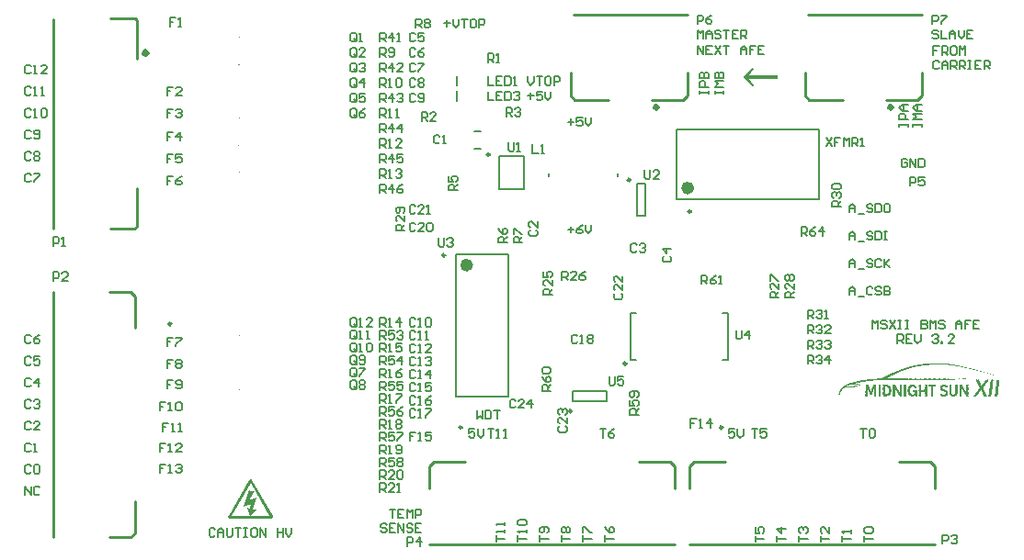
<source format=gto>
G04 Layer_Color=65535*
%FSLAX25Y25*%
%MOIN*%
G70*
G01*
G75*
%ADD40C,0.01000*%
%ADD51C,0.01024*%
%ADD52C,0.01968*%
%ADD53C,0.00984*%
%ADD54C,0.00394*%
%ADD55C,0.02362*%
%ADD56C,0.00600*%
%ADD57C,0.00591*%
%ADD58C,0.00787*%
G36*
X332749Y60433D02*
X332802D01*
Y60381D01*
X332854D01*
Y60433D01*
X333011D01*
Y60381D01*
X333063D01*
Y60433D01*
X333219D01*
Y56307D01*
X333167D01*
Y56255D01*
X333115D01*
Y56307D01*
X333063D01*
Y56255D01*
X332906D01*
Y56307D01*
X332854D01*
Y56255D01*
X332697D01*
Y56307D01*
X332645D01*
Y56255D01*
X332488D01*
Y56307D01*
X332436D01*
Y56255D01*
X332384D01*
Y56412D01*
X332436D01*
Y56464D01*
X332384D01*
Y56621D01*
X332436D01*
Y56673D01*
X332384D01*
Y56830D01*
X332436D01*
Y56882D01*
X332384D01*
Y57038D01*
X332436D01*
Y57091D01*
X332384D01*
Y57143D01*
X332436D01*
Y57195D01*
X332384D01*
Y57247D01*
X332436D01*
Y57300D01*
X332384D01*
Y57456D01*
X332436D01*
Y57508D01*
X332384D01*
Y57665D01*
X332436D01*
Y57717D01*
X332384D01*
Y57874D01*
X332436D01*
Y57926D01*
X332384D01*
Y57978D01*
X332436D01*
Y58031D01*
X332384D01*
Y58083D01*
X332436D01*
Y58135D01*
X332384D01*
Y58292D01*
X332436D01*
Y58344D01*
X332384D01*
Y58501D01*
X332436D01*
Y58553D01*
X332384D01*
Y58710D01*
X332436D01*
Y58762D01*
X332384D01*
Y58814D01*
X332436D01*
Y58866D01*
X332384D01*
Y58918D01*
X332436D01*
Y58971D01*
X332384D01*
Y59127D01*
X332436D01*
Y59180D01*
X332384D01*
Y59336D01*
X332436D01*
Y59388D01*
X332384D01*
Y59545D01*
X332436D01*
Y59597D01*
X332384D01*
Y59649D01*
X332436D01*
Y59702D01*
X332384D01*
Y59754D01*
X332436D01*
Y59806D01*
X332384D01*
Y59963D01*
X332436D01*
Y60015D01*
X332384D01*
Y60172D01*
X332436D01*
Y60224D01*
X332384D01*
Y60381D01*
X332436D01*
Y60433D01*
X332593D01*
Y60381D01*
X332645D01*
Y60433D01*
X332697D01*
Y60485D01*
X332749D01*
Y60433D01*
D02*
G37*
G36*
X331078D02*
X331131D01*
Y60381D01*
X331183D01*
Y60433D01*
X331339D01*
Y60381D01*
X331392D01*
Y60433D01*
X331548D01*
Y60381D01*
X331600D01*
Y60433D01*
X331653D01*
Y60276D01*
X331600D01*
Y60224D01*
X331653D01*
Y60067D01*
X331600D01*
Y60015D01*
X331653D01*
Y59858D01*
X331600D01*
Y59806D01*
X331653D01*
Y59649D01*
X331600D01*
Y59597D01*
X331653D01*
Y59441D01*
X331600D01*
Y59388D01*
X331653D01*
Y59232D01*
X331600D01*
Y59180D01*
X331653D01*
Y59023D01*
X331600D01*
Y58971D01*
X331653D01*
Y58814D01*
X331600D01*
Y58762D01*
X331653D01*
Y58605D01*
X331600D01*
Y58553D01*
X331653D01*
Y58396D01*
X331600D01*
Y58344D01*
X331653D01*
Y58187D01*
X331600D01*
Y58135D01*
X331653D01*
Y57978D01*
X331600D01*
Y57926D01*
X331653D01*
Y57770D01*
X331600D01*
Y57717D01*
X331653D01*
Y57561D01*
X331600D01*
Y57508D01*
X331653D01*
Y57352D01*
X331600D01*
Y57300D01*
X331653D01*
Y57143D01*
X331600D01*
Y57091D01*
X331653D01*
Y56934D01*
X331600D01*
Y56882D01*
X331653D01*
Y56725D01*
X331600D01*
Y56673D01*
X331653D01*
Y56516D01*
X331600D01*
Y56464D01*
X331653D01*
Y56307D01*
X331600D01*
Y56255D01*
X331444D01*
Y56307D01*
X331392D01*
Y56255D01*
X331235D01*
Y56307D01*
X331183D01*
Y56255D01*
X331026D01*
Y56307D01*
X330974D01*
Y56255D01*
X330817D01*
Y56307D01*
X330870D01*
Y56360D01*
X330817D01*
Y56412D01*
X330765D01*
Y56464D01*
X330713D01*
Y56568D01*
X330661D01*
Y56673D01*
X330608D01*
Y56725D01*
X330556D01*
Y56777D01*
X330504D01*
Y56830D01*
X330556D01*
Y56882D01*
X330504D01*
Y56934D01*
X330452D01*
Y56986D01*
X330399D01*
Y57091D01*
X330347D01*
Y57195D01*
X330295D01*
Y57247D01*
X330243D01*
Y57300D01*
X330191D01*
Y57352D01*
X330243D01*
Y57404D01*
X330191D01*
Y57456D01*
X330138D01*
Y57508D01*
X330086D01*
Y57613D01*
X330034D01*
Y57717D01*
X329982D01*
Y57770D01*
X329929D01*
Y57822D01*
X329877D01*
Y57874D01*
X329929D01*
Y57926D01*
X329877D01*
Y57978D01*
X329825D01*
Y58031D01*
X329773D01*
Y58187D01*
X329721D01*
Y58240D01*
X329668D01*
Y58292D01*
X329616D01*
Y58344D01*
X329564D01*
Y58396D01*
X329616D01*
Y58448D01*
X329564D01*
Y58501D01*
X329512D01*
Y58553D01*
X329460D01*
Y58657D01*
X329407D01*
Y58762D01*
X329355D01*
Y58814D01*
X329303D01*
Y58866D01*
X329251D01*
Y56307D01*
X329198D01*
Y56255D01*
X329146D01*
Y56307D01*
X329094D01*
Y56255D01*
X328937D01*
Y56307D01*
X328885D01*
Y56255D01*
X328729D01*
Y56307D01*
X328676D01*
Y56255D01*
X328520D01*
Y56307D01*
X328467D01*
Y56360D01*
X328415D01*
Y56412D01*
X328467D01*
Y56464D01*
X328415D01*
Y56516D01*
X328467D01*
Y56568D01*
X328415D01*
Y56621D01*
X328467D01*
Y56673D01*
X328415D01*
Y56725D01*
X328467D01*
Y56777D01*
X328415D01*
Y56830D01*
X328467D01*
Y56882D01*
X328415D01*
Y56934D01*
X328467D01*
Y56986D01*
X328415D01*
Y57038D01*
X328467D01*
Y57091D01*
X328415D01*
Y57143D01*
X328467D01*
Y57195D01*
X328415D01*
Y57247D01*
X328467D01*
Y57300D01*
X328415D01*
Y57352D01*
X328467D01*
Y57404D01*
X328415D01*
Y57456D01*
X328467D01*
Y57508D01*
X328415D01*
Y57561D01*
X328467D01*
Y57613D01*
X328415D01*
Y57665D01*
X328467D01*
Y57717D01*
X328415D01*
Y57770D01*
X328467D01*
Y57822D01*
X328415D01*
Y57874D01*
X328467D01*
Y57926D01*
X328415D01*
Y57978D01*
X328467D01*
Y58031D01*
X328415D01*
Y58083D01*
X328467D01*
Y58135D01*
X328415D01*
Y58187D01*
X328467D01*
Y58240D01*
X328415D01*
Y58292D01*
X328467D01*
Y58344D01*
X328415D01*
Y58396D01*
X328467D01*
Y58448D01*
X328415D01*
Y58501D01*
X328467D01*
Y58553D01*
X328415D01*
Y58605D01*
X328467D01*
Y58657D01*
X328415D01*
Y58710D01*
X328467D01*
Y58762D01*
X328415D01*
Y58814D01*
X328467D01*
Y58866D01*
X328415D01*
Y58918D01*
X328467D01*
Y58971D01*
X328415D01*
Y59023D01*
X328467D01*
Y59075D01*
X328415D01*
Y59127D01*
X328467D01*
Y59180D01*
X328415D01*
Y59232D01*
X328467D01*
Y59284D01*
X328415D01*
Y59336D01*
X328467D01*
Y59388D01*
X328415D01*
Y59441D01*
X328467D01*
Y59493D01*
X328415D01*
Y59545D01*
X328467D01*
Y59597D01*
X328415D01*
Y59649D01*
X328467D01*
Y59702D01*
X328415D01*
Y59754D01*
X328467D01*
Y59806D01*
X328415D01*
Y59858D01*
X328467D01*
Y59911D01*
X328415D01*
Y59963D01*
X328467D01*
Y60015D01*
X328415D01*
Y60067D01*
X328467D01*
Y60119D01*
X328415D01*
Y60172D01*
X328467D01*
Y60224D01*
X328415D01*
Y60276D01*
X328467D01*
Y60328D01*
X328415D01*
Y60381D01*
X328467D01*
Y60433D01*
X328520D01*
Y60485D01*
X328572D01*
Y60433D01*
X328624D01*
Y60381D01*
X328676D01*
Y60433D01*
X328833D01*
Y60381D01*
X328885D01*
Y60433D01*
X329042D01*
Y60381D01*
X329094D01*
Y60433D01*
X329251D01*
Y60381D01*
X329303D01*
Y60328D01*
X329355D01*
Y60276D01*
X329407D01*
Y60224D01*
X329355D01*
Y60172D01*
X329407D01*
Y60119D01*
X329460D01*
Y60067D01*
X329512D01*
Y59963D01*
X329564D01*
Y59858D01*
X329616D01*
Y59806D01*
X329668D01*
Y59754D01*
X329721D01*
Y59702D01*
X329668D01*
Y59649D01*
X329721D01*
Y59597D01*
X329773D01*
Y59545D01*
X329825D01*
Y59493D01*
X329773D01*
Y59441D01*
X329825D01*
Y59388D01*
X329877D01*
Y59336D01*
X329929D01*
Y59284D01*
X329982D01*
Y59127D01*
X330034D01*
Y59075D01*
X330086D01*
Y58918D01*
X330138D01*
Y58866D01*
X330191D01*
Y58814D01*
X330243D01*
Y58710D01*
X330295D01*
Y58605D01*
X330347D01*
Y58553D01*
X330399D01*
Y58396D01*
X330452D01*
Y58344D01*
X330504D01*
Y58292D01*
X330556D01*
Y58135D01*
X330608D01*
Y58083D01*
X330661D01*
Y57978D01*
X330713D01*
Y57874D01*
X330765D01*
Y57822D01*
X330817D01*
Y57770D01*
X330870D01*
Y57822D01*
X330817D01*
Y57874D01*
X330870D01*
Y57926D01*
X330817D01*
Y57978D01*
X330870D01*
Y58031D01*
X330817D01*
Y58083D01*
X330870D01*
Y58135D01*
X330817D01*
Y58187D01*
X330870D01*
Y58240D01*
X330817D01*
Y58292D01*
X330870D01*
Y58344D01*
X330817D01*
Y58396D01*
X330870D01*
Y58448D01*
X330817D01*
Y58501D01*
X330870D01*
Y58553D01*
X330817D01*
Y58605D01*
X330870D01*
Y58657D01*
X330817D01*
Y58710D01*
X330870D01*
Y58762D01*
X330817D01*
Y58814D01*
X330870D01*
Y58866D01*
X330817D01*
Y58918D01*
X330870D01*
Y58971D01*
X330817D01*
Y59023D01*
X330870D01*
Y59075D01*
X330817D01*
Y59127D01*
X330870D01*
Y59180D01*
X330817D01*
Y59232D01*
X330870D01*
Y59284D01*
X330817D01*
Y59336D01*
X330870D01*
Y59388D01*
X330817D01*
Y59441D01*
X330870D01*
Y59493D01*
X330817D01*
Y59545D01*
X330870D01*
Y59597D01*
X330817D01*
Y59649D01*
X330870D01*
Y59702D01*
X330817D01*
Y59754D01*
X330870D01*
Y59806D01*
X330817D01*
Y59858D01*
X330870D01*
Y59911D01*
X330817D01*
Y59963D01*
X330870D01*
Y60015D01*
X330817D01*
Y60067D01*
X330870D01*
Y60119D01*
X330817D01*
Y60172D01*
X330870D01*
Y60224D01*
X330817D01*
Y60276D01*
X330870D01*
Y60328D01*
X330817D01*
Y60381D01*
X330870D01*
Y60433D01*
X330922D01*
Y60381D01*
X330974D01*
Y60433D01*
X331026D01*
Y60485D01*
X331078D01*
Y60433D01*
D02*
G37*
G36*
X343611D02*
X343663D01*
Y60381D01*
X343716D01*
Y60433D01*
X343872D01*
Y60381D01*
X343924D01*
Y60433D01*
X344029D01*
Y59702D01*
X343037D01*
Y59545D01*
X343089D01*
Y59493D01*
X343037D01*
Y59336D01*
X343089D01*
Y59284D01*
X343037D01*
Y59127D01*
X343089D01*
Y59075D01*
X343037D01*
Y58918D01*
X343089D01*
Y58866D01*
X343037D01*
Y58710D01*
X343089D01*
Y58657D01*
X343037D01*
Y58501D01*
X343089D01*
Y58448D01*
X343037D01*
Y58292D01*
X343089D01*
Y58240D01*
X343037D01*
Y58083D01*
X343089D01*
Y58031D01*
X343037D01*
Y57874D01*
X343089D01*
Y57822D01*
X343037D01*
Y57665D01*
X343089D01*
Y57613D01*
X343037D01*
Y57456D01*
X343089D01*
Y57404D01*
X343037D01*
Y57247D01*
X343089D01*
Y57195D01*
X343037D01*
Y57038D01*
X343089D01*
Y56986D01*
X343037D01*
Y56830D01*
X343089D01*
Y56777D01*
X343037D01*
Y56621D01*
X343089D01*
Y56568D01*
X343037D01*
Y56412D01*
X343089D01*
Y56360D01*
X343037D01*
Y56307D01*
X342984D01*
Y56255D01*
X342932D01*
Y56307D01*
X342880D01*
Y56255D01*
X342723D01*
Y56307D01*
X342671D01*
Y56255D01*
X342514D01*
Y56307D01*
X342462D01*
Y56255D01*
X342305D01*
Y56307D01*
X342253D01*
Y56360D01*
X342201D01*
Y56412D01*
X342253D01*
Y56464D01*
X342201D01*
Y56516D01*
X342253D01*
Y56568D01*
X342201D01*
Y56621D01*
X342253D01*
Y56673D01*
X342201D01*
Y56725D01*
X342253D01*
Y56777D01*
X342201D01*
Y56830D01*
X342253D01*
Y56882D01*
X342201D01*
Y56934D01*
X342253D01*
Y56986D01*
X342201D01*
Y57038D01*
X342253D01*
Y57091D01*
X342201D01*
Y57143D01*
X342253D01*
Y57195D01*
X342201D01*
Y57247D01*
X342253D01*
Y57300D01*
X342201D01*
Y57352D01*
X342253D01*
Y57404D01*
X342201D01*
Y57456D01*
X342253D01*
Y57508D01*
X342201D01*
Y57561D01*
X342253D01*
Y57613D01*
X342201D01*
Y57665D01*
X342253D01*
Y57717D01*
X342201D01*
Y57770D01*
X342253D01*
Y57822D01*
X342201D01*
Y57874D01*
X342253D01*
Y57926D01*
X342201D01*
Y57978D01*
X342253D01*
Y58031D01*
X342201D01*
Y58083D01*
X342253D01*
Y58135D01*
X342201D01*
Y58187D01*
X342253D01*
Y58240D01*
X342201D01*
Y58292D01*
X342253D01*
Y58344D01*
X342201D01*
Y58396D01*
X342253D01*
Y58448D01*
X342201D01*
Y58501D01*
X342253D01*
Y58553D01*
X342201D01*
Y58605D01*
X342253D01*
Y58657D01*
X342201D01*
Y58710D01*
X342253D01*
Y58762D01*
X342201D01*
Y58814D01*
X342253D01*
Y58866D01*
X342201D01*
Y58918D01*
X342253D01*
Y58971D01*
X342201D01*
Y59023D01*
X342253D01*
Y59075D01*
X342201D01*
Y59127D01*
X342253D01*
Y59180D01*
X342201D01*
Y59232D01*
X342253D01*
Y59284D01*
X342201D01*
Y59336D01*
X342253D01*
Y59388D01*
X342201D01*
Y59441D01*
X342253D01*
Y59493D01*
X342201D01*
Y59545D01*
X342253D01*
Y59597D01*
X342201D01*
Y59649D01*
X342253D01*
Y59702D01*
X341261D01*
Y59754D01*
X341209D01*
Y59806D01*
X341261D01*
Y59858D01*
X341209D01*
Y59911D01*
X341261D01*
Y60067D01*
X341209D01*
Y60119D01*
X341261D01*
Y60172D01*
X341209D01*
Y60224D01*
X341261D01*
Y60276D01*
X341209D01*
Y60328D01*
X341261D01*
Y60433D01*
X341366D01*
Y60381D01*
X341418D01*
Y60433D01*
X341575D01*
Y60381D01*
X341627D01*
Y60433D01*
X341783D01*
Y60381D01*
X341836D01*
Y60433D01*
X341888D01*
Y60485D01*
X341940D01*
Y60433D01*
X341992D01*
Y60381D01*
X342044D01*
Y60433D01*
X342201D01*
Y60381D01*
X342253D01*
Y60433D01*
X342410D01*
Y60381D01*
X342462D01*
Y60433D01*
X342619D01*
Y60381D01*
X342671D01*
Y60433D01*
X342723D01*
Y60485D01*
X342776D01*
Y60433D01*
X342828D01*
Y60381D01*
X342880D01*
Y60433D01*
X343037D01*
Y60381D01*
X343089D01*
Y60433D01*
X343246D01*
Y60381D01*
X343298D01*
Y60433D01*
X343454D01*
Y60381D01*
X343507D01*
Y60433D01*
X343559D01*
Y60485D01*
X343611D01*
Y60433D01*
D02*
G37*
G36*
X355308D02*
X355360D01*
Y60381D01*
X355413D01*
Y60433D01*
X355569D01*
Y60381D01*
X355622D01*
Y60433D01*
X355778D01*
Y60381D01*
X355830D01*
Y60328D01*
X355778D01*
Y60276D01*
X355830D01*
Y60224D01*
X355778D01*
Y60172D01*
X355830D01*
Y60119D01*
X355778D01*
Y60067D01*
X355830D01*
Y60015D01*
X355778D01*
Y59963D01*
X355830D01*
Y59911D01*
X355778D01*
Y59858D01*
X355830D01*
Y59806D01*
X355778D01*
Y59754D01*
X355830D01*
Y59702D01*
X355778D01*
Y59649D01*
X355830D01*
Y59597D01*
X355778D01*
Y59545D01*
X355830D01*
Y59493D01*
X355778D01*
Y59441D01*
X355830D01*
Y59388D01*
X355778D01*
Y59336D01*
X355830D01*
Y59284D01*
X355778D01*
Y59232D01*
X355830D01*
Y59180D01*
X355778D01*
Y59127D01*
X355830D01*
Y59075D01*
X355778D01*
Y59023D01*
X355830D01*
Y58971D01*
X355778D01*
Y58918D01*
X355830D01*
Y58866D01*
X355778D01*
Y58814D01*
X355830D01*
Y58762D01*
X355778D01*
Y58710D01*
X355830D01*
Y58657D01*
X355778D01*
Y58605D01*
X355830D01*
Y58553D01*
X355778D01*
Y58501D01*
X355830D01*
Y58448D01*
X355778D01*
Y58396D01*
X355830D01*
Y58344D01*
X355778D01*
Y58292D01*
X355830D01*
Y58240D01*
X355778D01*
Y58187D01*
X355830D01*
Y58135D01*
X355778D01*
Y58083D01*
X355830D01*
Y58031D01*
X355778D01*
Y57978D01*
X355830D01*
Y57926D01*
X355778D01*
Y57874D01*
X355830D01*
Y57822D01*
X355778D01*
Y57770D01*
X355830D01*
Y57717D01*
X355778D01*
Y57665D01*
X355830D01*
Y57613D01*
X355778D01*
Y57561D01*
X355830D01*
Y57508D01*
X355778D01*
Y57456D01*
X355830D01*
Y57404D01*
X355778D01*
Y57352D01*
X355830D01*
Y57300D01*
X355778D01*
Y57247D01*
X355830D01*
Y57195D01*
X355778D01*
Y57143D01*
X355830D01*
Y57091D01*
X355778D01*
Y57038D01*
X355830D01*
Y56986D01*
X355778D01*
Y56934D01*
X355830D01*
Y56882D01*
X355778D01*
Y56830D01*
X355830D01*
Y56777D01*
X355778D01*
Y56725D01*
X355830D01*
Y56673D01*
X355778D01*
Y56621D01*
X355830D01*
Y56568D01*
X355778D01*
Y56516D01*
X355830D01*
Y56464D01*
X355778D01*
Y56412D01*
X355830D01*
Y56255D01*
X355674D01*
Y56307D01*
X355622D01*
Y56255D01*
X355465D01*
Y56307D01*
X355413D01*
Y56255D01*
X355256D01*
Y56307D01*
X355204D01*
Y56255D01*
X355047D01*
Y56307D01*
X354995D01*
Y56360D01*
X354943D01*
Y56412D01*
X354995D01*
Y56464D01*
X354943D01*
Y56516D01*
X354890D01*
Y56568D01*
X354838D01*
Y56673D01*
X354786D01*
Y56777D01*
X354734D01*
Y56830D01*
X354682D01*
Y56882D01*
X354629D01*
Y56934D01*
X354682D01*
Y56986D01*
X354629D01*
Y57038D01*
X354577D01*
Y57091D01*
X354525D01*
Y57195D01*
X354473D01*
Y57300D01*
X354420D01*
Y57352D01*
X354368D01*
Y57404D01*
X354316D01*
Y57456D01*
X354368D01*
Y57508D01*
X354316D01*
Y57561D01*
X354264D01*
Y57613D01*
X354212D01*
Y57717D01*
X354159D01*
Y57822D01*
X354107D01*
Y57874D01*
X354055D01*
Y57926D01*
X354003D01*
Y57978D01*
X354055D01*
Y58031D01*
X354003D01*
Y58083D01*
X353951D01*
Y58135D01*
X353898D01*
Y58240D01*
X353846D01*
Y58344D01*
X353794D01*
Y58396D01*
X353742D01*
Y58448D01*
X353689D01*
Y58501D01*
X353742D01*
Y58553D01*
X353689D01*
Y58605D01*
X353637D01*
Y58657D01*
X353585D01*
Y58762D01*
X353533D01*
Y58866D01*
X353481D01*
Y58918D01*
X353428D01*
Y56255D01*
X353376D01*
Y56307D01*
X353324D01*
Y56255D01*
X353167D01*
Y56307D01*
X353115D01*
Y56255D01*
X352958D01*
Y56307D01*
X352906D01*
Y56255D01*
X352749D01*
Y56307D01*
X352697D01*
Y56255D01*
X352645D01*
Y56307D01*
X352593D01*
Y56360D01*
X352645D01*
Y56412D01*
X352593D01*
Y56464D01*
X352645D01*
Y56516D01*
X352593D01*
Y56568D01*
X352645D01*
Y56621D01*
X352593D01*
Y56673D01*
X352645D01*
Y56725D01*
X352593D01*
Y56777D01*
X352645D01*
Y56830D01*
X352593D01*
Y56882D01*
X352645D01*
Y56934D01*
X352593D01*
Y56986D01*
X352645D01*
Y57038D01*
X352593D01*
Y57091D01*
X352645D01*
Y57247D01*
X352593D01*
Y57300D01*
X352645D01*
Y57352D01*
X352593D01*
Y57404D01*
X352645D01*
Y57456D01*
X352593D01*
Y57508D01*
X352645D01*
Y57561D01*
X352593D01*
Y57613D01*
X352645D01*
Y57665D01*
X352593D01*
Y57717D01*
X352645D01*
Y57770D01*
X352593D01*
Y57822D01*
X352645D01*
Y57874D01*
X352593D01*
Y57926D01*
X352645D01*
Y58083D01*
X352593D01*
Y58135D01*
X352645D01*
Y58187D01*
X352593D01*
Y58240D01*
X352645D01*
Y58292D01*
X352593D01*
Y58344D01*
X352645D01*
Y58396D01*
X352593D01*
Y58448D01*
X352645D01*
Y58501D01*
X352593D01*
Y58553D01*
X352645D01*
Y58605D01*
X352593D01*
Y58657D01*
X352645D01*
Y58710D01*
X352593D01*
Y58762D01*
X352645D01*
Y58918D01*
X352593D01*
Y58971D01*
X352645D01*
Y59023D01*
X352593D01*
Y59075D01*
X352645D01*
Y59127D01*
X352593D01*
Y59180D01*
X352645D01*
Y59232D01*
X352593D01*
Y59284D01*
X352645D01*
Y59336D01*
X352593D01*
Y59388D01*
X352645D01*
Y59441D01*
X352593D01*
Y59493D01*
X352645D01*
Y59545D01*
X352593D01*
Y59597D01*
X352645D01*
Y59754D01*
X352593D01*
Y59806D01*
X352645D01*
Y59858D01*
X352593D01*
Y59911D01*
X352645D01*
Y59963D01*
X352593D01*
Y60015D01*
X352645D01*
Y60067D01*
X352593D01*
Y60119D01*
X352645D01*
Y60172D01*
X352593D01*
Y60224D01*
X352645D01*
Y60276D01*
X352593D01*
Y60328D01*
X352645D01*
Y60381D01*
X352593D01*
Y60433D01*
X352645D01*
Y60381D01*
X352697D01*
Y60433D01*
X352749D01*
Y60485D01*
X352802D01*
Y60433D01*
X352854D01*
Y60381D01*
X352906D01*
Y60433D01*
X353063D01*
Y60381D01*
X353115D01*
Y60433D01*
X353272D01*
Y60381D01*
X353324D01*
Y60433D01*
X353481D01*
Y60381D01*
X353533D01*
Y60328D01*
X353481D01*
Y60276D01*
X353533D01*
Y60224D01*
X353585D01*
Y60172D01*
X353637D01*
Y60067D01*
X353689D01*
Y59963D01*
X353742D01*
Y59911D01*
X353794D01*
Y59858D01*
X353846D01*
Y59806D01*
X353794D01*
Y59754D01*
X353846D01*
Y59702D01*
X353898D01*
Y59649D01*
X353951D01*
Y59597D01*
X353898D01*
Y59545D01*
X353951D01*
Y59493D01*
X354003D01*
Y59441D01*
X354055D01*
Y59336D01*
X354107D01*
Y59232D01*
X354159D01*
Y59180D01*
X354212D01*
Y59127D01*
X354264D01*
Y59075D01*
X354212D01*
Y59023D01*
X354264D01*
Y58971D01*
X354316D01*
Y58918D01*
X354368D01*
Y58814D01*
X354420D01*
Y58710D01*
X354473D01*
Y58657D01*
X354525D01*
Y58501D01*
X354577D01*
Y58448D01*
X354629D01*
Y58396D01*
X354682D01*
Y58240D01*
X354734D01*
Y58187D01*
X354786D01*
Y58083D01*
X354838D01*
Y57978D01*
X354890D01*
Y57926D01*
X354943D01*
Y57874D01*
X354995D01*
Y57926D01*
X355047D01*
Y57978D01*
X354995D01*
Y58135D01*
X355047D01*
Y58187D01*
X354995D01*
Y58344D01*
X355047D01*
Y58396D01*
X354995D01*
Y58553D01*
X355047D01*
Y58605D01*
X354995D01*
Y58762D01*
X355047D01*
Y58814D01*
X354995D01*
Y58971D01*
X355047D01*
Y59023D01*
X354995D01*
Y59180D01*
X355047D01*
Y59232D01*
X354995D01*
Y59388D01*
X355047D01*
Y59441D01*
X354995D01*
Y59597D01*
X355047D01*
Y59649D01*
X354995D01*
Y59806D01*
X355047D01*
Y59858D01*
X354995D01*
Y60015D01*
X355047D01*
Y60067D01*
X354995D01*
Y60224D01*
X355047D01*
Y60276D01*
X354995D01*
Y60433D01*
X355152D01*
Y60381D01*
X355204D01*
Y60433D01*
X355256D01*
Y60485D01*
X355308D01*
Y60433D01*
D02*
G37*
G36*
X349460D02*
X349512D01*
Y60381D01*
X349564D01*
Y60433D01*
X349721D01*
Y60381D01*
X349669D01*
Y60328D01*
X349721D01*
Y60172D01*
X349669D01*
Y60119D01*
X349721D01*
Y60067D01*
X349669D01*
Y60015D01*
X349721D01*
Y59963D01*
X349669D01*
Y59911D01*
X349721D01*
Y59754D01*
X349669D01*
Y59702D01*
X349721D01*
Y59649D01*
X349669D01*
Y59597D01*
X349721D01*
Y59545D01*
X349669D01*
Y59493D01*
X349721D01*
Y59336D01*
X349669D01*
Y59284D01*
X349721D01*
Y59232D01*
X349669D01*
Y59180D01*
X349721D01*
Y59127D01*
X349669D01*
Y59075D01*
X349721D01*
Y58918D01*
X349669D01*
Y58866D01*
X349721D01*
Y58814D01*
X349669D01*
Y58762D01*
X349721D01*
Y58710D01*
X349669D01*
Y58657D01*
X349721D01*
Y58501D01*
X349669D01*
Y58448D01*
X349721D01*
Y58396D01*
X349669D01*
Y58344D01*
X349721D01*
Y58292D01*
X349669D01*
Y58240D01*
X349721D01*
Y58083D01*
X349669D01*
Y58031D01*
X349721D01*
Y57978D01*
X349669D01*
Y57926D01*
X349721D01*
Y57874D01*
X349669D01*
Y57822D01*
X349721D01*
Y57665D01*
X349773D01*
Y57613D01*
X349721D01*
Y57561D01*
X349773D01*
Y57508D01*
X349721D01*
Y57456D01*
X349773D01*
Y57300D01*
X349825D01*
Y57247D01*
X349877D01*
Y57195D01*
X349825D01*
Y57143D01*
X349877D01*
Y57091D01*
X349930D01*
Y57038D01*
X350034D01*
Y56934D01*
X350086D01*
Y56986D01*
X350138D01*
Y56934D01*
X350400D01*
Y56882D01*
X350452D01*
Y56934D01*
X350608D01*
Y56986D01*
X350661D01*
Y56934D01*
X350713D01*
Y56986D01*
X350765D01*
Y57038D01*
X350817D01*
Y57091D01*
X350870D01*
Y57143D01*
X350922D01*
Y57247D01*
X351026D01*
Y57300D01*
X350974D01*
Y57352D01*
X351026D01*
Y57404D01*
X350974D01*
Y57456D01*
X351026D01*
Y57508D01*
X351078D01*
Y57561D01*
X351026D01*
Y57613D01*
X351078D01*
Y57978D01*
X351131D01*
Y58031D01*
X351078D01*
Y58083D01*
X351131D01*
Y58135D01*
X351078D01*
Y58187D01*
X351131D01*
Y58240D01*
X351078D01*
Y58396D01*
X351131D01*
Y58448D01*
X351078D01*
Y58501D01*
X351131D01*
Y58553D01*
X351078D01*
Y58605D01*
X351131D01*
Y58657D01*
X351078D01*
Y58814D01*
X351131D01*
Y58866D01*
X351078D01*
Y58918D01*
X351131D01*
Y58971D01*
X351078D01*
Y59023D01*
X351131D01*
Y59075D01*
X351078D01*
Y59232D01*
X351131D01*
Y59284D01*
X351078D01*
Y59336D01*
X351131D01*
Y59388D01*
X351078D01*
Y59441D01*
X351131D01*
Y59493D01*
X351078D01*
Y59649D01*
X351131D01*
Y59702D01*
X351078D01*
Y59754D01*
X351131D01*
Y59806D01*
X351078D01*
Y59858D01*
X351131D01*
Y59911D01*
X351078D01*
Y60067D01*
X351131D01*
Y60119D01*
X351078D01*
Y60172D01*
X351131D01*
Y60224D01*
X351078D01*
Y60276D01*
X351131D01*
Y60328D01*
X351078D01*
Y60381D01*
X351131D01*
Y60433D01*
X351183D01*
Y60381D01*
X351235D01*
Y60433D01*
X351392D01*
Y60381D01*
X351444D01*
Y60433D01*
X351601D01*
Y60381D01*
X351653D01*
Y60433D01*
X351810D01*
Y60381D01*
X351862D01*
Y60328D01*
X351914D01*
Y60276D01*
X351862D01*
Y60119D01*
X351914D01*
Y60067D01*
X351862D01*
Y59911D01*
X351914D01*
Y59858D01*
X351862D01*
Y59702D01*
X351914D01*
Y59649D01*
X351862D01*
Y59493D01*
X351914D01*
Y59441D01*
X351862D01*
Y59284D01*
X351914D01*
Y59232D01*
X351862D01*
Y59075D01*
X351914D01*
Y59023D01*
X351862D01*
Y58866D01*
X351914D01*
Y58814D01*
X351862D01*
Y58657D01*
X351914D01*
Y58605D01*
X351862D01*
Y58448D01*
X351914D01*
Y58396D01*
X351862D01*
Y58240D01*
X351914D01*
Y58187D01*
X351862D01*
Y58031D01*
X351914D01*
Y57978D01*
X351862D01*
Y57822D01*
X351914D01*
Y57770D01*
X351862D01*
Y57508D01*
X351810D01*
Y57456D01*
X351862D01*
Y57404D01*
X351810D01*
Y57352D01*
X351862D01*
Y57300D01*
X351810D01*
Y57143D01*
X351757D01*
Y57091D01*
X351705D01*
Y57038D01*
X351757D01*
Y56986D01*
X351705D01*
Y56934D01*
X351653D01*
Y56882D01*
X351601D01*
Y56830D01*
X351653D01*
Y56777D01*
X351601D01*
Y56725D01*
X351548D01*
Y56673D01*
X351496D01*
Y56621D01*
X351444D01*
Y56568D01*
X351392D01*
Y56516D01*
X351340D01*
Y56464D01*
X351183D01*
Y56412D01*
X351235D01*
Y56360D01*
X351183D01*
Y56412D01*
X351131D01*
Y56360D01*
X351078D01*
Y56307D01*
X350922D01*
Y56255D01*
X350765D01*
Y56203D01*
X350713D01*
Y56255D01*
X350661D01*
Y56203D01*
X350608D01*
Y56255D01*
X350556D01*
Y56203D01*
X350400D01*
Y56255D01*
X350347D01*
Y56203D01*
X350400D01*
Y56151D01*
X350347D01*
Y56203D01*
X350191D01*
Y56255D01*
X350138D01*
Y56203D01*
X350086D01*
Y56255D01*
X349825D01*
Y56307D01*
X349669D01*
Y56360D01*
X349512D01*
Y56412D01*
X349460D01*
Y56464D01*
X349407D01*
Y56516D01*
X349355D01*
Y56568D01*
X349303D01*
Y56621D01*
X349251D01*
Y56673D01*
X349199D01*
Y56725D01*
X349146D01*
Y56777D01*
X349094D01*
Y56830D01*
X349146D01*
Y56882D01*
X349094D01*
Y56934D01*
X349042D01*
Y56986D01*
X348990D01*
Y57038D01*
X349042D01*
Y57091D01*
X348990D01*
Y57247D01*
X348937D01*
Y57404D01*
X348885D01*
Y57456D01*
X348937D01*
Y57508D01*
X348885D01*
Y57561D01*
X348937D01*
Y57613D01*
X348885D01*
Y57665D01*
X348937D01*
Y57717D01*
X348885D01*
Y57874D01*
X348937D01*
Y57926D01*
X348885D01*
Y58083D01*
X348937D01*
Y58135D01*
X348885D01*
Y58292D01*
X348937D01*
Y58344D01*
X348885D01*
Y58501D01*
X348937D01*
Y58553D01*
X348885D01*
Y58710D01*
X348937D01*
Y58762D01*
X348885D01*
Y58918D01*
X348937D01*
Y58971D01*
X348885D01*
Y59127D01*
X348937D01*
Y59180D01*
X348885D01*
Y59336D01*
X348937D01*
Y59388D01*
X348885D01*
Y59545D01*
X348937D01*
Y59597D01*
X348885D01*
Y59754D01*
X348937D01*
Y59806D01*
X348885D01*
Y59963D01*
X348937D01*
Y60015D01*
X348885D01*
Y60172D01*
X348937D01*
Y60224D01*
X348885D01*
Y60381D01*
X348937D01*
Y60433D01*
X349094D01*
Y60381D01*
X349146D01*
Y60433D01*
X349303D01*
Y60381D01*
X349355D01*
Y60433D01*
X349407D01*
Y60485D01*
X349460D01*
Y60433D01*
D02*
G37*
G36*
X326065D02*
X326117D01*
Y60381D01*
X326170D01*
Y60433D01*
X326222D01*
Y60381D01*
X326274D01*
Y60433D01*
X326326D01*
Y60381D01*
X326588D01*
Y60328D01*
X326640D01*
Y60276D01*
X326692D01*
Y60328D01*
X326744D01*
Y60276D01*
X326796D01*
Y60224D01*
X326849D01*
Y60276D01*
X326901D01*
Y60224D01*
X326953D01*
Y60172D01*
X327057D01*
Y60067D01*
X327214D01*
Y60015D01*
X327266D01*
Y59963D01*
X327319D01*
Y59911D01*
X327371D01*
Y59858D01*
X327423D01*
Y59754D01*
X327475D01*
Y59649D01*
X327527D01*
Y59597D01*
X327580D01*
Y59545D01*
X327632D01*
Y59388D01*
X327684D01*
Y59336D01*
X327736D01*
Y59284D01*
X327684D01*
Y59232D01*
X327736D01*
Y59075D01*
X327788D01*
Y58918D01*
X327841D01*
Y58866D01*
X327788D01*
Y58814D01*
X327841D01*
Y58762D01*
X327788D01*
Y58710D01*
X327841D01*
Y58135D01*
X327788D01*
Y58083D01*
X327841D01*
Y57926D01*
X327788D01*
Y57874D01*
X327841D01*
Y57822D01*
X327788D01*
Y57665D01*
X327736D01*
Y57508D01*
X327684D01*
Y57456D01*
X327736D01*
Y57404D01*
X327684D01*
Y57352D01*
X327632D01*
Y57300D01*
X327580D01*
Y57247D01*
X327632D01*
Y57195D01*
X327580D01*
Y57143D01*
X327527D01*
Y57091D01*
X327475D01*
Y57038D01*
X327527D01*
Y56986D01*
X327475D01*
Y56934D01*
X327423D01*
Y56882D01*
X327371D01*
Y56830D01*
X327319D01*
Y56777D01*
X327266D01*
Y56725D01*
X327214D01*
Y56673D01*
X327162D01*
Y56621D01*
X327110D01*
Y56568D01*
X326953D01*
Y56516D01*
X326901D01*
Y56464D01*
X326744D01*
Y56412D01*
X326692D01*
Y56360D01*
X326431D01*
Y56307D01*
X326274D01*
Y56255D01*
X326222D01*
Y56307D01*
X326170D01*
Y56255D01*
X326117D01*
Y56307D01*
X326065D01*
Y56255D01*
X326013D01*
Y56307D01*
X325961D01*
Y56255D01*
X325804D01*
Y56307D01*
X325752D01*
Y56255D01*
X325595D01*
Y56307D01*
X325543D01*
Y56255D01*
X325386D01*
Y56307D01*
X325334D01*
Y56255D01*
X325178D01*
Y56307D01*
X325125D01*
Y56255D01*
X324969D01*
Y56307D01*
X324916D01*
Y56255D01*
X324760D01*
Y56307D01*
X324812D01*
Y56360D01*
X324760D01*
Y56412D01*
X324812D01*
Y56464D01*
X324760D01*
Y56516D01*
X324812D01*
Y56568D01*
X324760D01*
Y56621D01*
X324812D01*
Y56673D01*
X324760D01*
Y56725D01*
X324812D01*
Y56777D01*
X324760D01*
Y56830D01*
X324812D01*
Y56882D01*
X324760D01*
Y56934D01*
X324812D01*
Y56986D01*
X324760D01*
Y57038D01*
X324812D01*
Y57091D01*
X324760D01*
Y57143D01*
X324812D01*
Y57195D01*
X324760D01*
Y57247D01*
X324812D01*
Y57300D01*
X324760D01*
Y57352D01*
X324812D01*
Y57404D01*
X324760D01*
Y57456D01*
X324812D01*
Y57508D01*
X324760D01*
Y57561D01*
X324812D01*
Y57613D01*
X324760D01*
Y57665D01*
X324812D01*
Y57717D01*
X324760D01*
Y57770D01*
X324812D01*
Y57822D01*
X324760D01*
Y57874D01*
X324812D01*
Y57926D01*
X324760D01*
Y57978D01*
X324812D01*
Y58031D01*
X324760D01*
Y58083D01*
X324812D01*
Y58135D01*
X324760D01*
Y58187D01*
X324812D01*
Y58240D01*
X324760D01*
Y58292D01*
X324812D01*
Y58344D01*
X324760D01*
Y58396D01*
X324812D01*
Y58448D01*
X324760D01*
Y58501D01*
X324812D01*
Y58553D01*
X324760D01*
Y58605D01*
X324812D01*
Y58657D01*
X324760D01*
Y58710D01*
X324812D01*
Y58762D01*
X324760D01*
Y58814D01*
X324812D01*
Y58866D01*
X324760D01*
Y58918D01*
X324812D01*
Y58971D01*
X324760D01*
Y59023D01*
X324812D01*
Y59075D01*
X324760D01*
Y59127D01*
X324812D01*
Y59180D01*
X324760D01*
Y59232D01*
X324812D01*
Y59284D01*
X324760D01*
Y59336D01*
X324812D01*
Y59388D01*
X324760D01*
Y59441D01*
X324812D01*
Y59493D01*
X324760D01*
Y59545D01*
X324812D01*
Y59597D01*
X324760D01*
Y59649D01*
X324812D01*
Y59702D01*
X324760D01*
Y59754D01*
X324812D01*
Y59806D01*
X324760D01*
Y59858D01*
X324812D01*
Y59911D01*
X324760D01*
Y59963D01*
X324812D01*
Y60015D01*
X324760D01*
Y60067D01*
X324812D01*
Y60119D01*
X324760D01*
Y60172D01*
X324812D01*
Y60224D01*
X324760D01*
Y60276D01*
X324812D01*
Y60328D01*
X324760D01*
Y60381D01*
X324812D01*
Y60433D01*
X324864D01*
Y60381D01*
X324916D01*
Y60433D01*
X325073D01*
Y60381D01*
X325125D01*
Y60433D01*
X325178D01*
Y60485D01*
X325230D01*
Y60433D01*
X325282D01*
Y60381D01*
X325334D01*
Y60433D01*
X325491D01*
Y60381D01*
X325543D01*
Y60433D01*
X325700D01*
Y60381D01*
X325752D01*
Y60433D01*
X325909D01*
Y60381D01*
X325961D01*
Y60433D01*
X326013D01*
Y60485D01*
X326065D01*
Y60433D01*
D02*
G37*
G36*
X278026Y175048D02*
X276148Y172664D01*
X286507D01*
Y171574D01*
X276148D01*
X278026Y169179D01*
X277540Y168726D01*
X274325Y171855D01*
Y172373D01*
X277540Y175502D01*
X278026Y175048D01*
D02*
G37*
G36*
X95649Y26100D02*
X95745Y26073D01*
X95841Y26018D01*
X95855Y26004D01*
X95909Y25963D01*
X95964Y25895D01*
X96019Y25826D01*
X103485Y12688D01*
X103499Y12674D01*
X103526Y12606D01*
X103540Y12523D01*
X103554Y12400D01*
Y12373D01*
X103540Y12304D01*
X103526Y12208D01*
X103472Y12099D01*
X103458Y12071D01*
X103417Y12016D01*
X103362Y11948D01*
X103266Y11880D01*
X103239Y11866D01*
X103170Y11852D01*
X103061Y11825D01*
X102910Y11811D01*
X87922D01*
X87840Y11825D01*
X87744Y11852D01*
X87648Y11893D01*
X87634Y11907D01*
X87593Y11962D01*
X87539Y12030D01*
X87470Y12112D01*
X87456Y12140D01*
X87429Y12195D01*
X87402Y12277D01*
X87388Y12373D01*
Y12386D01*
Y12400D01*
Y12482D01*
X87402Y12564D01*
X87415Y12633D01*
X87429Y12647D01*
X87443Y12674D01*
X87470Y12701D01*
X87498Y12729D01*
X94991Y25812D01*
X95005Y25826D01*
X95046Y25881D01*
X95101Y25949D01*
X95183Y26018D01*
X95211Y26032D01*
X95265Y26073D01*
X95375Y26100D01*
X95526Y26114D01*
X95567D01*
X95649Y26100D01*
D02*
G37*
G36*
X340269Y60433D02*
X340321D01*
Y60381D01*
X340373D01*
Y60433D01*
X340530D01*
Y60381D01*
X340582D01*
Y60433D01*
X340739D01*
Y60381D01*
X340791D01*
Y60433D01*
X340948D01*
Y60381D01*
X340896D01*
Y60328D01*
X340948D01*
Y60172D01*
X340896D01*
Y60119D01*
X340948D01*
Y59963D01*
X340896D01*
Y59911D01*
X340948D01*
Y59754D01*
X340896D01*
Y59702D01*
X340948D01*
Y59545D01*
X340896D01*
Y59493D01*
X340948D01*
Y59336D01*
X340896D01*
Y59284D01*
X340948D01*
Y59127D01*
X340896D01*
Y59075D01*
X340948D01*
Y58918D01*
X340896D01*
Y58866D01*
X340948D01*
Y58710D01*
X340896D01*
Y58657D01*
X340948D01*
Y58501D01*
X340896D01*
Y58448D01*
X340948D01*
Y58292D01*
X340896D01*
Y58240D01*
X340948D01*
Y58083D01*
X340896D01*
Y58031D01*
X340948D01*
Y57874D01*
X340896D01*
Y57822D01*
X340948D01*
Y57665D01*
X340896D01*
Y57613D01*
X340948D01*
Y57456D01*
X340896D01*
Y57404D01*
X340948D01*
Y57247D01*
X340896D01*
Y57195D01*
X340948D01*
Y57038D01*
X340896D01*
Y56986D01*
X340948D01*
Y56830D01*
X340896D01*
Y56777D01*
X340948D01*
Y56621D01*
X340896D01*
Y56568D01*
X340948D01*
Y56412D01*
X340896D01*
Y56360D01*
X340948D01*
Y56307D01*
X340896D01*
Y56255D01*
X340843D01*
Y56307D01*
X340791D01*
Y56255D01*
X340634D01*
Y56307D01*
X340582D01*
Y56255D01*
X340426D01*
Y56307D01*
X340373D01*
Y56255D01*
X340217D01*
Y56307D01*
X340165D01*
Y56255D01*
X340112D01*
Y56412D01*
X340165D01*
Y56464D01*
X340112D01*
Y56516D01*
X340165D01*
Y56568D01*
X340112D01*
Y56621D01*
X340165D01*
Y56673D01*
X340112D01*
Y56830D01*
X340165D01*
Y56882D01*
X340112D01*
Y56934D01*
X340165D01*
Y56986D01*
X340112D01*
Y57038D01*
X340165D01*
Y57091D01*
X340112D01*
Y57247D01*
X340165D01*
Y57300D01*
X340112D01*
Y57352D01*
X340165D01*
Y57404D01*
X340112D01*
Y57456D01*
X340165D01*
Y57508D01*
X340112D01*
Y57665D01*
X340165D01*
Y57717D01*
X340112D01*
Y57770D01*
X340165D01*
Y57822D01*
X340112D01*
Y57874D01*
X340165D01*
Y57926D01*
X338650D01*
Y57874D01*
X338598D01*
Y56255D01*
X338546D01*
Y56307D01*
X338493D01*
Y56255D01*
X338337D01*
Y56307D01*
X338285D01*
Y56255D01*
X338128D01*
Y56307D01*
X338076D01*
Y56255D01*
X337919D01*
Y56307D01*
X337867D01*
Y56255D01*
X337815D01*
Y56621D01*
X337762D01*
Y56673D01*
X337815D01*
Y57038D01*
X337762D01*
Y57091D01*
X337815D01*
Y57456D01*
X337762D01*
Y57508D01*
X337815D01*
Y57874D01*
X337762D01*
Y57926D01*
X337815D01*
Y58292D01*
X337762D01*
Y58344D01*
X337815D01*
Y58710D01*
X337762D01*
Y58762D01*
X337815D01*
Y59127D01*
X337762D01*
Y59180D01*
X337815D01*
Y59545D01*
X337762D01*
Y59597D01*
X337815D01*
Y59963D01*
X337762D01*
Y60015D01*
X337815D01*
Y60381D01*
X337762D01*
Y60433D01*
X337815D01*
Y60381D01*
X337867D01*
Y60433D01*
X338023D01*
Y60381D01*
X338076D01*
Y60433D01*
X338232D01*
Y60381D01*
X338285D01*
Y60433D01*
X338441D01*
Y60381D01*
X338493D01*
Y60433D01*
X338546D01*
Y60485D01*
X338598D01*
Y58657D01*
X338650D01*
Y58710D01*
X338702D01*
Y58657D01*
X338755D01*
Y58710D01*
X338807D01*
Y58657D01*
X338859D01*
Y58710D01*
X338911D01*
Y58657D01*
X338964D01*
Y58710D01*
X339016D01*
Y58657D01*
X339068D01*
Y58710D01*
X339120D01*
Y58657D01*
X339172D01*
Y58710D01*
X339225D01*
Y58657D01*
X339277D01*
Y58710D01*
X339329D01*
Y58657D01*
X339381D01*
Y58710D01*
X339434D01*
Y58657D01*
X339486D01*
Y58710D01*
X339538D01*
Y58657D01*
X339590D01*
Y58710D01*
X339642D01*
Y58657D01*
X339695D01*
Y58710D01*
X339747D01*
Y58657D01*
X339799D01*
Y58710D01*
X339851D01*
Y58657D01*
X339903D01*
Y58710D01*
X339956D01*
Y58657D01*
X340008D01*
Y58710D01*
X340060D01*
Y58657D01*
X340112D01*
Y58710D01*
X340165D01*
Y58762D01*
X340112D01*
Y58918D01*
X340165D01*
Y58971D01*
X340112D01*
Y59023D01*
X340165D01*
Y59075D01*
X340112D01*
Y59127D01*
X340165D01*
Y59180D01*
X340112D01*
Y59336D01*
X340165D01*
Y59388D01*
X340112D01*
Y59441D01*
X340165D01*
Y59493D01*
X340112D01*
Y59545D01*
X340165D01*
Y59597D01*
X340112D01*
Y59754D01*
X340165D01*
Y59806D01*
X340112D01*
Y59858D01*
X340165D01*
Y59911D01*
X340112D01*
Y59963D01*
X340165D01*
Y60015D01*
X340112D01*
Y60172D01*
X340165D01*
Y60224D01*
X340112D01*
Y60276D01*
X340165D01*
Y60328D01*
X340112D01*
Y60381D01*
X340165D01*
Y60433D01*
X340217D01*
Y60485D01*
X340269D01*
Y60433D01*
D02*
G37*
G36*
X323559D02*
X323611D01*
Y60381D01*
X323663D01*
Y60433D01*
X323820D01*
Y60381D01*
X323872D01*
Y60433D01*
X324029D01*
Y59545D01*
X323976D01*
Y59493D01*
X324029D01*
Y58710D01*
X323976D01*
Y58657D01*
X324029D01*
Y57874D01*
X323976D01*
Y57822D01*
X324029D01*
Y57038D01*
X323976D01*
Y56986D01*
X324029D01*
Y56307D01*
X323976D01*
Y56255D01*
X323924D01*
Y56307D01*
X323872D01*
Y56255D01*
X323715D01*
Y56307D01*
X323663D01*
Y56255D01*
X323506D01*
Y56307D01*
X323454D01*
Y56255D01*
X323298D01*
Y56307D01*
X323245D01*
Y56255D01*
X323193D01*
Y56412D01*
X323245D01*
Y56464D01*
X323193D01*
Y56621D01*
X323245D01*
Y56673D01*
X323193D01*
Y56830D01*
X323245D01*
Y56882D01*
X323193D01*
Y57038D01*
X323245D01*
Y57091D01*
X323193D01*
Y57247D01*
X323245D01*
Y57300D01*
X323193D01*
Y57456D01*
X323245D01*
Y57508D01*
X323193D01*
Y57665D01*
X323245D01*
Y57717D01*
X323193D01*
Y57874D01*
X323245D01*
Y57926D01*
X323193D01*
Y58083D01*
X323245D01*
Y58135D01*
X323193D01*
Y58292D01*
X323245D01*
Y58344D01*
X323193D01*
Y58501D01*
X323245D01*
Y58553D01*
X323193D01*
Y58710D01*
X323245D01*
Y58762D01*
X323193D01*
Y58918D01*
X323245D01*
Y58971D01*
X323193D01*
Y59127D01*
X323245D01*
Y59180D01*
X323193D01*
Y59336D01*
X323245D01*
Y59388D01*
X323193D01*
Y59545D01*
X323245D01*
Y59597D01*
X323193D01*
Y59754D01*
X323245D01*
Y59806D01*
X323193D01*
Y59963D01*
X323245D01*
Y60015D01*
X323193D01*
Y60172D01*
X323245D01*
Y60224D01*
X323193D01*
Y60381D01*
X323245D01*
Y60433D01*
X323402D01*
Y60381D01*
X323454D01*
Y60433D01*
X323506D01*
Y60485D01*
X323559D01*
Y60433D01*
D02*
G37*
G36*
X321888D02*
X321940D01*
Y60381D01*
X321992D01*
Y60433D01*
X322149D01*
Y60381D01*
X322201D01*
Y60433D01*
X322358D01*
Y60172D01*
X322410D01*
Y60119D01*
X322358D01*
Y59963D01*
X322410D01*
Y59911D01*
X322358D01*
Y59754D01*
X322410D01*
Y59702D01*
X322358D01*
Y59545D01*
X322410D01*
Y59493D01*
X322358D01*
Y59441D01*
X322410D01*
Y59388D01*
X322358D01*
Y59336D01*
X322410D01*
Y59284D01*
X322358D01*
Y59232D01*
X322410D01*
Y59180D01*
X322358D01*
Y59127D01*
X322410D01*
Y59075D01*
X322358D01*
Y59023D01*
X322410D01*
Y58971D01*
X322358D01*
Y58918D01*
X322410D01*
Y58866D01*
X322358D01*
Y58814D01*
X322410D01*
Y58762D01*
X322358D01*
Y58710D01*
X322410D01*
Y58657D01*
X322358D01*
Y58605D01*
X322410D01*
Y58553D01*
X322358D01*
Y58501D01*
X322410D01*
Y58344D01*
X322358D01*
Y58292D01*
X322410D01*
Y58135D01*
X322358D01*
Y58083D01*
X322410D01*
Y57613D01*
X322462D01*
Y57561D01*
X322410D01*
Y57404D01*
X322462D01*
Y57352D01*
X322410D01*
Y57300D01*
X322462D01*
Y57247D01*
X322410D01*
Y57195D01*
X322462D01*
Y57143D01*
X322410D01*
Y57091D01*
X322462D01*
Y56934D01*
X322410D01*
Y56882D01*
X322462D01*
Y56307D01*
X322410D01*
Y56255D01*
X322253D01*
Y56307D01*
X322201D01*
Y56255D01*
X322044D01*
Y56307D01*
X321992D01*
Y56255D01*
X321835D01*
Y56307D01*
X321783D01*
Y56255D01*
X321627D01*
Y56307D01*
X321679D01*
Y56360D01*
X321627D01*
Y56516D01*
X321679D01*
Y56568D01*
X321627D01*
Y57352D01*
X321574D01*
Y57404D01*
X321627D01*
Y57770D01*
X321574D01*
Y57822D01*
X321627D01*
Y57978D01*
X321574D01*
Y58031D01*
X321627D01*
Y58187D01*
X321574D01*
Y58344D01*
X321627D01*
Y58396D01*
X321574D01*
Y58553D01*
X321627D01*
Y58605D01*
X321574D01*
Y58971D01*
X321522D01*
Y58814D01*
X321470D01*
Y58762D01*
X321418D01*
Y58710D01*
X321470D01*
Y58657D01*
X321418D01*
Y58605D01*
X321365D01*
Y58448D01*
X321313D01*
Y58396D01*
X321365D01*
Y58344D01*
X321313D01*
Y58292D01*
X321261D01*
Y58135D01*
X321209D01*
Y57978D01*
X321157D01*
Y57926D01*
X321104D01*
Y57874D01*
X321157D01*
Y57822D01*
X321104D01*
Y57665D01*
X321052D01*
Y57613D01*
X321000D01*
Y57561D01*
X321052D01*
Y57508D01*
X321000D01*
Y57404D01*
X320948D01*
Y57300D01*
X320896D01*
Y57247D01*
X320948D01*
Y57195D01*
X320896D01*
Y57143D01*
X320843D01*
Y56986D01*
X320791D01*
Y56934D01*
X320843D01*
Y56882D01*
X320791D01*
Y56830D01*
X320739D01*
Y56882D01*
X320687D01*
Y56830D01*
X320739D01*
Y56777D01*
X320687D01*
Y56830D01*
X320530D01*
Y56882D01*
X320478D01*
Y56830D01*
X320530D01*
Y56777D01*
X320478D01*
Y56830D01*
X320321D01*
Y56882D01*
X320269D01*
Y56830D01*
X320321D01*
Y56777D01*
X320269D01*
Y56830D01*
X320112D01*
Y56986D01*
X320060D01*
Y57091D01*
X320008D01*
Y57195D01*
X319956D01*
Y57247D01*
X320008D01*
Y57300D01*
X319956D01*
Y57352D01*
X319903D01*
Y57508D01*
X319851D01*
Y57665D01*
X319799D01*
Y57822D01*
X319747D01*
Y57978D01*
X319694D01*
Y58031D01*
X319642D01*
Y58083D01*
X319694D01*
Y58135D01*
X319642D01*
Y58292D01*
X319590D01*
Y58344D01*
X319538D01*
Y58396D01*
X319590D01*
Y58448D01*
X319538D01*
Y58553D01*
X319486D01*
Y58657D01*
X319433D01*
Y58710D01*
X319486D01*
Y58762D01*
X319433D01*
Y58814D01*
X319381D01*
Y58971D01*
X319329D01*
Y59023D01*
X319277D01*
Y58918D01*
X319329D01*
Y58814D01*
X319277D01*
Y58762D01*
X319329D01*
Y58710D01*
X319277D01*
Y58657D01*
X319329D01*
Y58605D01*
X319277D01*
Y58448D01*
X319329D01*
Y58396D01*
X319277D01*
Y58240D01*
X319329D01*
Y58187D01*
X319277D01*
Y57508D01*
X319225D01*
Y57456D01*
X319277D01*
Y57300D01*
X319225D01*
Y57247D01*
X319277D01*
Y57091D01*
X319225D01*
Y57038D01*
X319277D01*
Y56882D01*
X319225D01*
Y56830D01*
X319277D01*
Y56777D01*
X319225D01*
Y56725D01*
X319277D01*
Y56673D01*
X319225D01*
Y56621D01*
X319277D01*
Y56568D01*
X319225D01*
Y56516D01*
X319277D01*
Y56464D01*
X319225D01*
Y56412D01*
X319277D01*
Y56360D01*
X319225D01*
Y56307D01*
X319277D01*
Y56255D01*
X319120D01*
Y56307D01*
X319068D01*
Y56255D01*
X318911D01*
Y56307D01*
X318859D01*
Y56255D01*
X318702D01*
Y56307D01*
X318650D01*
Y56255D01*
X318493D01*
Y56307D01*
X318441D01*
Y56360D01*
X318389D01*
Y56412D01*
X318441D01*
Y56568D01*
X318389D01*
Y56621D01*
X318441D01*
Y56777D01*
X318389D01*
Y56830D01*
X318441D01*
Y57300D01*
X318493D01*
Y57352D01*
X318441D01*
Y57508D01*
X318493D01*
Y57561D01*
X318441D01*
Y57717D01*
X318493D01*
Y57770D01*
X318441D01*
Y57822D01*
X318493D01*
Y57978D01*
X318441D01*
Y58031D01*
X318493D01*
Y58814D01*
X318546D01*
Y58866D01*
X318493D01*
Y58918D01*
X318546D01*
Y58971D01*
X318493D01*
Y59023D01*
X318546D01*
Y59075D01*
X318493D01*
Y59127D01*
X318546D01*
Y59180D01*
X318493D01*
Y59232D01*
X318546D01*
Y59284D01*
X318493D01*
Y59336D01*
X318546D01*
Y59388D01*
X318493D01*
Y59441D01*
X318546D01*
Y59493D01*
X318493D01*
Y59545D01*
X318546D01*
Y59597D01*
X318493D01*
Y59649D01*
X318546D01*
Y59702D01*
X318493D01*
Y59754D01*
X318546D01*
Y59806D01*
X318493D01*
Y59858D01*
X318546D01*
Y59911D01*
X318493D01*
Y59963D01*
X318546D01*
Y60015D01*
X318493D01*
Y60067D01*
X318546D01*
Y60119D01*
X318493D01*
Y60172D01*
X318546D01*
Y60224D01*
X318493D01*
Y60276D01*
X318546D01*
Y60433D01*
X318598D01*
Y60381D01*
X318650D01*
Y60433D01*
X318807D01*
Y60381D01*
X318859D01*
Y60433D01*
X319016D01*
Y60381D01*
X319068D01*
Y60433D01*
X319225D01*
Y60381D01*
X319277D01*
Y60433D01*
X319329D01*
Y60485D01*
X319381D01*
Y60433D01*
X319433D01*
Y60381D01*
X319486D01*
Y60433D01*
X319538D01*
Y60381D01*
X319590D01*
Y60328D01*
X319642D01*
Y60172D01*
X319694D01*
Y60015D01*
X319747D01*
Y59858D01*
X319799D01*
Y59702D01*
X319851D01*
Y59649D01*
X319903D01*
Y59597D01*
X319851D01*
Y59545D01*
X319903D01*
Y59493D01*
X319956D01*
Y59336D01*
X320008D01*
Y59284D01*
X319956D01*
Y59232D01*
X320008D01*
Y59180D01*
X320060D01*
Y59127D01*
X320112D01*
Y59075D01*
X320060D01*
Y59023D01*
X320112D01*
Y58971D01*
X320060D01*
Y58918D01*
X320112D01*
Y58866D01*
X320164D01*
Y58814D01*
X320217D01*
Y58762D01*
X320164D01*
Y58710D01*
X320217D01*
Y58605D01*
X320269D01*
Y58501D01*
X320321D01*
Y58448D01*
X320269D01*
Y58396D01*
X320321D01*
Y58292D01*
X320373D01*
Y58187D01*
X320426D01*
Y58031D01*
X320478D01*
Y58083D01*
X320530D01*
Y58135D01*
X320478D01*
Y58187D01*
X320530D01*
Y58240D01*
X320582D01*
Y58396D01*
X320635D01*
Y58553D01*
X320687D01*
Y58710D01*
X320739D01*
Y58866D01*
X320791D01*
Y58918D01*
X320843D01*
Y58971D01*
X320791D01*
Y59023D01*
X320843D01*
Y59075D01*
X320896D01*
Y59232D01*
X320948D01*
Y59284D01*
X320896D01*
Y59336D01*
X320948D01*
Y59388D01*
X321000D01*
Y59441D01*
X321052D01*
Y59493D01*
X321000D01*
Y59545D01*
X321052D01*
Y59702D01*
X321104D01*
Y59754D01*
X321157D01*
Y59806D01*
X321104D01*
Y59858D01*
X321157D01*
Y59963D01*
X321209D01*
Y60067D01*
X321261D01*
Y60224D01*
X321313D01*
Y60381D01*
X321365D01*
Y60433D01*
X321522D01*
Y60381D01*
X321574D01*
Y60433D01*
X321731D01*
Y60381D01*
X321783D01*
Y60433D01*
X321835D01*
Y60485D01*
X321888D01*
Y60433D01*
D02*
G37*
G36*
X366692Y63462D02*
X366744D01*
Y63409D01*
X366692D01*
Y63462D01*
X366640D01*
Y63514D01*
X366692D01*
Y63462D01*
D02*
G37*
G36*
X345804Y68266D02*
X346065D01*
Y68213D01*
X346118D01*
Y68266D01*
X346170D01*
Y68213D01*
X346222D01*
Y68266D01*
X346274D01*
Y68213D01*
X346326D01*
Y68266D01*
X346379D01*
Y68213D01*
X346431D01*
Y68266D01*
X346483D01*
Y68213D01*
X347058D01*
Y68161D01*
X347110D01*
Y68213D01*
X347162D01*
Y68161D01*
X347214D01*
Y68213D01*
X347266D01*
Y68161D01*
X347423D01*
Y68109D01*
X347475D01*
Y68161D01*
X347528D01*
Y68109D01*
X347580D01*
Y68161D01*
X347632D01*
Y68109D01*
X348102D01*
Y68057D01*
X348154D01*
Y68109D01*
X348206D01*
Y68057D01*
X348259D01*
Y68109D01*
X348311D01*
Y68057D01*
X348363D01*
Y68005D01*
X348415D01*
Y68057D01*
X348467D01*
Y68005D01*
X348520D01*
Y68057D01*
X348572D01*
Y68005D01*
X348937D01*
Y67952D01*
X348990D01*
Y68005D01*
X349042D01*
Y67952D01*
X349094D01*
Y67900D01*
X349146D01*
Y67952D01*
X349199D01*
Y67900D01*
X349251D01*
Y67952D01*
X349303D01*
Y67900D01*
X349669D01*
Y67848D01*
X349721D01*
Y67900D01*
X349773D01*
Y67848D01*
X349825D01*
Y67796D01*
X349877D01*
Y67848D01*
X349930D01*
Y67796D01*
X349982D01*
Y67848D01*
X350034D01*
Y67796D01*
X350295D01*
Y67743D01*
X350347D01*
Y67796D01*
X350400D01*
Y67743D01*
X350556D01*
Y67691D01*
X350922D01*
Y67639D01*
X350974D01*
Y67691D01*
X351026D01*
Y67639D01*
X351078D01*
Y67587D01*
X351131D01*
Y67639D01*
X351183D01*
Y67587D01*
X351444D01*
Y67535D01*
X351496D01*
Y67587D01*
X351548D01*
Y67535D01*
X351601D01*
Y67482D01*
X351653D01*
Y67535D01*
X351705D01*
Y67482D01*
X351966D01*
Y67430D01*
X352018D01*
Y67482D01*
X352071D01*
Y67430D01*
X352123D01*
Y67378D01*
X352175D01*
Y67430D01*
X352227D01*
Y67378D01*
X352279D01*
Y67430D01*
X352332D01*
Y67378D01*
X352488D01*
Y67326D01*
X352541D01*
Y67378D01*
X352593D01*
Y67326D01*
X352645D01*
Y67273D01*
X352697D01*
Y67326D01*
X352749D01*
Y67273D01*
X353011D01*
Y67221D01*
X353063D01*
Y67273D01*
X353115D01*
Y67221D01*
X353167D01*
Y67169D01*
X353219D01*
Y67221D01*
X353272D01*
Y67169D01*
X353533D01*
Y67117D01*
X353585D01*
Y67169D01*
X353637D01*
Y67117D01*
X353689D01*
Y67065D01*
X353951D01*
Y67012D01*
X354003D01*
Y67065D01*
X354055D01*
Y67012D01*
X354107D01*
Y66960D01*
X354159D01*
Y67012D01*
X354212D01*
Y66960D01*
X354368D01*
Y66908D01*
X354420D01*
Y66960D01*
X354473D01*
Y66908D01*
X354525D01*
Y66856D01*
X354577D01*
Y66908D01*
X354629D01*
Y66856D01*
X354890D01*
Y66804D01*
X354943D01*
Y66856D01*
X354995D01*
Y66804D01*
X355047D01*
Y66751D01*
X355308D01*
Y66699D01*
X355465D01*
Y66647D01*
X355517D01*
Y66699D01*
X355569D01*
Y66647D01*
X355726D01*
Y66595D01*
X355778D01*
Y66647D01*
X355830D01*
Y66595D01*
X355883D01*
Y66543D01*
X355935D01*
Y66595D01*
X355987D01*
Y66543D01*
X356144D01*
Y66490D01*
X356196D01*
Y66543D01*
X356248D01*
Y66490D01*
X356300D01*
Y66438D01*
X356353D01*
Y66490D01*
X356405D01*
Y66438D01*
X356561D01*
Y66386D01*
X356614D01*
Y66438D01*
X356666D01*
Y66386D01*
X356718D01*
Y66334D01*
X356770D01*
Y66386D01*
X356823D01*
Y66334D01*
X356979D01*
Y66281D01*
X357031D01*
Y66334D01*
X357084D01*
Y66281D01*
X357136D01*
Y66229D01*
X357188D01*
Y66281D01*
X357240D01*
Y66229D01*
X357397D01*
Y66177D01*
X357449D01*
Y66229D01*
X357502D01*
Y66177D01*
X357554D01*
Y66125D01*
X357815D01*
Y66072D01*
X357867D01*
Y66020D01*
X357919D01*
Y66072D01*
X357971D01*
Y66020D01*
X358232D01*
Y65968D01*
X358389D01*
Y65916D01*
X358546D01*
Y65864D01*
X358598D01*
Y65916D01*
X358650D01*
Y65864D01*
X358702D01*
Y65811D01*
X358964D01*
Y65759D01*
X359120D01*
Y65707D01*
X359381D01*
Y65655D01*
X359434D01*
Y65602D01*
X359486D01*
Y65655D01*
X359538D01*
Y65602D01*
X359695D01*
Y65550D01*
X359747D01*
Y65602D01*
X359799D01*
Y65550D01*
X359851D01*
Y65498D01*
X360008D01*
Y65446D01*
X360060D01*
Y65498D01*
X360112D01*
Y65446D01*
X360165D01*
Y65394D01*
X360217D01*
Y65446D01*
X360269D01*
Y65394D01*
X360426D01*
Y65341D01*
X360582D01*
Y65289D01*
X360739D01*
Y65237D01*
X360791D01*
Y65289D01*
X360843D01*
Y65237D01*
X360896D01*
Y65185D01*
X360948D01*
Y65237D01*
X361000D01*
Y65185D01*
X361157D01*
Y65132D01*
X361209D01*
Y65185D01*
X361261D01*
Y65132D01*
X361314D01*
Y65080D01*
X361470D01*
Y65028D01*
X361522D01*
Y65080D01*
X361575D01*
Y65028D01*
X361627D01*
Y64976D01*
X361888D01*
Y64924D01*
X361940D01*
Y64871D01*
X361992D01*
Y64924D01*
X362045D01*
Y64871D01*
X362201D01*
Y64819D01*
X362358D01*
Y64767D01*
X362619D01*
Y64715D01*
X362776D01*
Y64663D01*
X362932D01*
Y64610D01*
X362984D01*
Y64663D01*
X363037D01*
Y64610D01*
X363089D01*
Y64558D01*
X363246D01*
Y64506D01*
X363298D01*
Y64558D01*
X363350D01*
Y64506D01*
X363402D01*
Y64454D01*
X363663D01*
Y64402D01*
X363716D01*
Y64349D01*
X363768D01*
Y64402D01*
X363820D01*
Y64349D01*
X363977D01*
Y64297D01*
X364133D01*
Y64245D01*
X364290D01*
Y64193D01*
X364342D01*
Y64245D01*
X364394D01*
Y64193D01*
X364447D01*
Y64140D01*
X364499D01*
Y64193D01*
X364551D01*
Y64140D01*
X364708D01*
Y64088D01*
X364864D01*
Y64036D01*
X365021D01*
Y63984D01*
X365178D01*
Y63932D01*
X365334D01*
Y63879D01*
X365387D01*
Y63932D01*
X365439D01*
Y63879D01*
X365491D01*
Y63827D01*
X365648D01*
Y63775D01*
X365700D01*
Y63723D01*
X365648D01*
Y63775D01*
X365491D01*
Y63827D01*
X365334D01*
Y63879D01*
X365282D01*
Y63827D01*
X365230D01*
Y63879D01*
X365178D01*
Y63932D01*
X365125D01*
Y63879D01*
X365073D01*
Y63932D01*
X365021D01*
Y63984D01*
X364969D01*
Y63932D01*
X364917D01*
Y63984D01*
X364760D01*
Y64036D01*
X364603D01*
Y64088D01*
X364447D01*
Y64140D01*
X364394D01*
Y64088D01*
X364342D01*
Y64140D01*
X364290D01*
Y64193D01*
X364029D01*
Y64245D01*
X363872D01*
Y64297D01*
X363716D01*
Y64349D01*
X363663D01*
Y64297D01*
X363611D01*
Y64349D01*
X363559D01*
Y64402D01*
X363507D01*
Y64349D01*
X363455D01*
Y64402D01*
X363298D01*
Y64454D01*
X363141D01*
Y64506D01*
X362880D01*
Y64558D01*
X362828D01*
Y64610D01*
X362776D01*
Y64558D01*
X362723D01*
Y64610D01*
X362567D01*
Y64663D01*
X362410D01*
Y64715D01*
X362253D01*
Y64767D01*
X362201D01*
Y64715D01*
X362149D01*
Y64767D01*
X362097D01*
Y64819D01*
X362045D01*
Y64767D01*
X361992D01*
Y64819D01*
X361836D01*
Y64871D01*
X361784D01*
Y64819D01*
X361731D01*
Y64871D01*
X361679D01*
Y64924D01*
X361418D01*
Y64976D01*
X361261D01*
Y65028D01*
X361105D01*
Y65080D01*
X361052D01*
Y65028D01*
X361000D01*
Y65080D01*
X360948D01*
Y65132D01*
X360896D01*
Y65080D01*
X360843D01*
Y65132D01*
X360582D01*
Y65185D01*
X360530D01*
Y65237D01*
X360478D01*
Y65185D01*
X360426D01*
Y65237D01*
X360269D01*
Y65289D01*
X360112D01*
Y65341D01*
X360060D01*
Y65289D01*
X360008D01*
Y65341D01*
X359851D01*
Y65394D01*
X359799D01*
Y65446D01*
X359747D01*
Y65394D01*
X359799D01*
Y65341D01*
X359747D01*
Y65394D01*
X359695D01*
Y65446D01*
X359434D01*
Y65498D01*
X359277D01*
Y65550D01*
X359016D01*
Y65602D01*
X358964D01*
Y65655D01*
X358911D01*
Y65602D01*
X358964D01*
Y65550D01*
X358911D01*
Y65602D01*
X358859D01*
Y65655D01*
X358598D01*
Y65707D01*
X358441D01*
Y65759D01*
X358285D01*
Y65811D01*
X358232D01*
Y65759D01*
X358180D01*
Y65811D01*
X358128D01*
Y65864D01*
X358076D01*
Y65811D01*
X358024D01*
Y65864D01*
X357763D01*
Y65916D01*
X357606D01*
Y65968D01*
X357345D01*
Y66020D01*
X357293D01*
Y66072D01*
X357240D01*
Y66020D01*
X357293D01*
Y65968D01*
X357240D01*
Y66020D01*
X357188D01*
Y66072D01*
X356927D01*
Y66125D01*
X356770D01*
Y66177D01*
X356718D01*
Y66125D01*
X356666D01*
Y66177D01*
X356509D01*
Y66229D01*
X356457D01*
Y66177D01*
X356405D01*
Y66229D01*
X356353D01*
Y66281D01*
X356091D01*
Y66334D01*
X356039D01*
Y66281D01*
X355987D01*
Y66334D01*
X355935D01*
Y66386D01*
X355883D01*
Y66334D01*
X355830D01*
Y66386D01*
X355569D01*
Y66438D01*
X355413D01*
Y66490D01*
X355152D01*
Y66543D01*
X355099D01*
Y66490D01*
X355047D01*
Y66543D01*
X354995D01*
Y66595D01*
X354943D01*
Y66543D01*
X354890D01*
Y66595D01*
X354734D01*
Y66647D01*
X354682D01*
Y66595D01*
X354629D01*
Y66647D01*
X354577D01*
Y66699D01*
X354525D01*
Y66647D01*
X354577D01*
Y66595D01*
X354525D01*
Y66647D01*
X354473D01*
Y66699D01*
X354212D01*
Y66751D01*
X354159D01*
Y66699D01*
X354107D01*
Y66751D01*
X354055D01*
Y66804D01*
X354003D01*
Y66751D01*
X353951D01*
Y66804D01*
X353689D01*
Y66856D01*
X353637D01*
Y66804D01*
X353585D01*
Y66856D01*
X353533D01*
Y66908D01*
X353481D01*
Y66856D01*
X353428D01*
Y66908D01*
X353167D01*
Y66960D01*
X353011D01*
Y67012D01*
X352958D01*
Y66960D01*
X352906D01*
Y67012D01*
X352645D01*
Y67065D01*
X352488D01*
Y67117D01*
X352436D01*
Y67065D01*
X352384D01*
Y67117D01*
X352123D01*
Y67169D01*
X352071D01*
Y67117D01*
X352018D01*
Y67169D01*
X351966D01*
Y67221D01*
X351914D01*
Y67169D01*
X351862D01*
Y67221D01*
X351601D01*
Y67273D01*
X351548D01*
Y67221D01*
X351496D01*
Y67273D01*
X351444D01*
Y67326D01*
X351392D01*
Y67273D01*
X351444D01*
Y67221D01*
X351392D01*
Y67273D01*
X351340D01*
Y67326D01*
X351287D01*
Y67273D01*
X351235D01*
Y67326D01*
X350974D01*
Y67378D01*
X350922D01*
Y67326D01*
X350870D01*
Y67378D01*
X350713D01*
Y67430D01*
X350661D01*
Y67378D01*
X350608D01*
Y67430D01*
X350347D01*
Y67482D01*
X350295D01*
Y67430D01*
X350243D01*
Y67482D01*
X350191D01*
Y67430D01*
X350138D01*
Y67482D01*
X350086D01*
Y67535D01*
X350034D01*
Y67482D01*
X349982D01*
Y67535D01*
X349930D01*
Y67482D01*
X349877D01*
Y67535D01*
X349616D01*
Y67587D01*
X349564D01*
Y67535D01*
X349512D01*
Y67587D01*
X349460D01*
Y67535D01*
X349407D01*
Y67587D01*
X349251D01*
Y67639D01*
X349199D01*
Y67587D01*
X349146D01*
Y67639D01*
X348781D01*
Y67691D01*
X348729D01*
Y67639D01*
X348676D01*
Y67691D01*
X348624D01*
Y67639D01*
X348572D01*
Y67691D01*
X348520D01*
Y67743D01*
X348467D01*
Y67691D01*
X348415D01*
Y67743D01*
X348363D01*
Y67691D01*
X348311D01*
Y67743D01*
X347736D01*
Y67796D01*
X347684D01*
Y67743D01*
X347632D01*
Y67796D01*
X347580D01*
Y67743D01*
X347528D01*
Y67796D01*
X347371D01*
Y67848D01*
X347319D01*
Y67796D01*
X347162D01*
Y67848D01*
X347110D01*
Y67796D01*
X347058D01*
Y67848D01*
X347005D01*
Y67796D01*
X346953D01*
Y67848D01*
X346901D01*
Y67796D01*
X346849D01*
Y67848D01*
X346796D01*
Y67796D01*
X346744D01*
Y67848D01*
X346692D01*
Y67796D01*
X346640D01*
Y67848D01*
X346483D01*
Y67796D01*
X346431D01*
Y67848D01*
X344603D01*
Y67796D01*
X344551D01*
Y67848D01*
X344394D01*
Y67796D01*
X344342D01*
Y67848D01*
X344290D01*
Y67796D01*
X344238D01*
Y67848D01*
X344185D01*
Y67796D01*
X344133D01*
Y67848D01*
X344081D01*
Y67796D01*
X344029D01*
Y67848D01*
X343977D01*
Y67796D01*
X343924D01*
Y67848D01*
X343872D01*
Y67796D01*
X343820D01*
Y67848D01*
X343768D01*
Y67796D01*
X343716D01*
Y67848D01*
X343663D01*
Y67796D01*
X343611D01*
Y67848D01*
X343559D01*
Y67796D01*
X343402D01*
Y67743D01*
X343350D01*
Y67796D01*
X343193D01*
Y67743D01*
X343141D01*
Y67796D01*
X343089D01*
Y67743D01*
X343037D01*
Y67796D01*
X342984D01*
Y67743D01*
X342932D01*
Y67796D01*
X342880D01*
Y67743D01*
X342828D01*
Y67796D01*
X342776D01*
Y67743D01*
X342723D01*
Y67796D01*
X342671D01*
Y67743D01*
X341992D01*
Y67691D01*
X341940D01*
Y67743D01*
X341888D01*
Y67691D01*
X341836D01*
Y67743D01*
X341783D01*
Y67691D01*
X341731D01*
Y67743D01*
X341679D01*
Y67691D01*
X341627D01*
Y67743D01*
X341575D01*
Y67691D01*
X341627D01*
Y67639D01*
X341575D01*
Y67691D01*
X341522D01*
Y67639D01*
X341470D01*
Y67691D01*
X341418D01*
Y67639D01*
X341366D01*
Y67691D01*
X341313D01*
Y67639D01*
X340843D01*
Y67587D01*
X340791D01*
Y67639D01*
X340739D01*
Y67587D01*
X340687D01*
Y67639D01*
X340634D01*
Y67587D01*
X340478D01*
Y67535D01*
X340426D01*
Y67587D01*
X340373D01*
Y67535D01*
X340321D01*
Y67587D01*
X340269D01*
Y67535D01*
X340217D01*
Y67587D01*
X340165D01*
Y67535D01*
X339799D01*
Y67482D01*
X339747D01*
Y67535D01*
X339695D01*
Y67482D01*
X339642D01*
Y67535D01*
X339590D01*
Y67482D01*
X339538D01*
Y67535D01*
X339486D01*
Y67482D01*
X339538D01*
Y67430D01*
X339486D01*
Y67482D01*
X339434D01*
Y67430D01*
X339381D01*
Y67482D01*
X339329D01*
Y67430D01*
X338964D01*
Y67378D01*
X338911D01*
Y67430D01*
X338859D01*
Y67378D01*
X338807D01*
Y67430D01*
X338755D01*
Y67378D01*
X338702D01*
Y67326D01*
X338650D01*
Y67378D01*
X338598D01*
Y67326D01*
X338546D01*
Y67378D01*
X338493D01*
Y67326D01*
X338232D01*
Y67273D01*
X338180D01*
Y67326D01*
X338128D01*
Y67273D01*
X338076D01*
Y67221D01*
X338023D01*
Y67273D01*
X337971D01*
Y67221D01*
X337710D01*
Y67169D01*
X337658D01*
Y67221D01*
X337606D01*
Y67169D01*
X337554D01*
Y67221D01*
X337501D01*
Y67169D01*
X337449D01*
Y67117D01*
X337397D01*
Y67169D01*
X337345D01*
Y67117D01*
X337084D01*
Y67065D01*
X337031D01*
Y67117D01*
X336979D01*
Y67065D01*
X337031D01*
Y67012D01*
X336979D01*
Y67065D01*
X336927D01*
Y67012D01*
X336875D01*
Y67065D01*
X336823D01*
Y67012D01*
X336666D01*
Y66960D01*
X336614D01*
Y67012D01*
X336561D01*
Y66960D01*
X336509D01*
Y66908D01*
X336457D01*
Y66960D01*
X336405D01*
Y66908D01*
X336144D01*
Y66856D01*
X336091D01*
Y66804D01*
X336039D01*
Y66856D01*
X335987D01*
Y66804D01*
X335830D01*
Y66751D01*
X335674D01*
Y66699D01*
X335622D01*
Y66751D01*
X335569D01*
Y66699D01*
X335413D01*
Y66647D01*
X335360D01*
Y66699D01*
X335308D01*
Y66647D01*
X335360D01*
Y66595D01*
X335308D01*
Y66647D01*
X335256D01*
Y66595D01*
X335099D01*
Y66543D01*
X335047D01*
Y66595D01*
X334995D01*
Y66543D01*
X334943D01*
Y66490D01*
X334682D01*
Y66438D01*
X334629D01*
Y66386D01*
X334473D01*
Y66334D01*
X334420D01*
Y66386D01*
X334368D01*
Y66334D01*
X334316D01*
Y66281D01*
X334055D01*
Y66229D01*
X334003D01*
Y66177D01*
X333741D01*
Y66125D01*
X333689D01*
Y66072D01*
X333428D01*
Y66020D01*
X333376D01*
Y65968D01*
X333219D01*
Y65916D01*
X333167D01*
Y65968D01*
X333115D01*
Y65916D01*
X333063D01*
Y65864D01*
X332906D01*
Y65811D01*
X332854D01*
Y65864D01*
X332802D01*
Y65811D01*
X332854D01*
Y65759D01*
X332802D01*
Y65811D01*
X332749D01*
Y65759D01*
X332593D01*
Y65707D01*
X332540D01*
Y65655D01*
X332488D01*
Y65707D01*
X332436D01*
Y65655D01*
X332279D01*
Y65602D01*
X332227D01*
Y65550D01*
X332070D01*
Y65498D01*
X331914D01*
Y65446D01*
X331757D01*
Y65394D01*
X331705D01*
Y65341D01*
X331548D01*
Y65289D01*
X331496D01*
Y65341D01*
X331444D01*
Y65289D01*
X331392D01*
Y65237D01*
X331235D01*
Y65185D01*
X331183D01*
Y65132D01*
X331131D01*
Y65185D01*
X331078D01*
Y65132D01*
X331026D01*
Y65080D01*
X330870D01*
Y65028D01*
X330713D01*
Y64976D01*
X330661D01*
Y64924D01*
X330504D01*
Y64871D01*
X330452D01*
Y64924D01*
X330399D01*
Y64871D01*
X330347D01*
Y64819D01*
X330191D01*
Y64767D01*
X330138D01*
Y64715D01*
X329982D01*
Y64663D01*
X329929D01*
Y64610D01*
X329773D01*
Y64558D01*
X329721D01*
Y64610D01*
X329668D01*
Y64558D01*
X329721D01*
Y64506D01*
X329668D01*
Y64558D01*
X329616D01*
Y64506D01*
X329564D01*
Y64454D01*
X329407D01*
Y64402D01*
X329251D01*
Y64349D01*
X329198D01*
Y64297D01*
X329146D01*
Y64245D01*
X329094D01*
Y64297D01*
X329042D01*
Y64245D01*
X328990D01*
Y64193D01*
X328833D01*
Y64140D01*
X328781D01*
Y64088D01*
X328624D01*
Y64036D01*
X328572D01*
Y63984D01*
X328415D01*
Y63932D01*
X328363D01*
Y63879D01*
X328206D01*
Y63827D01*
X328154D01*
Y63775D01*
X327997D01*
Y63723D01*
X327945D01*
Y63670D01*
X327788D01*
Y63618D01*
X327736D01*
Y63566D01*
X327580D01*
Y63514D01*
X327527D01*
Y63462D01*
X327371D01*
Y63409D01*
X327319D01*
Y63357D01*
X327162D01*
Y63305D01*
X327110D01*
Y63253D01*
X326953D01*
Y63200D01*
X326901D01*
Y63148D01*
X326744D01*
Y63096D01*
X326692D01*
Y63044D01*
X326535D01*
Y62991D01*
X326483D01*
Y62939D01*
X326326D01*
Y62887D01*
X326274D01*
Y62835D01*
X326222D01*
Y62783D01*
X326274D01*
Y62730D01*
X326326D01*
Y62678D01*
X326379D01*
Y62730D01*
X326640D01*
Y62783D01*
X326692D01*
Y62730D01*
X326744D01*
Y62678D01*
X326796D01*
Y62730D01*
X326849D01*
Y62783D01*
X326901D01*
Y62730D01*
X327057D01*
Y62783D01*
X327110D01*
Y62730D01*
X327162D01*
Y62678D01*
X327214D01*
Y62730D01*
X327371D01*
Y62678D01*
X327423D01*
Y62730D01*
X327580D01*
Y62678D01*
X327632D01*
Y62730D01*
X327684D01*
Y62678D01*
X327736D01*
Y62730D01*
X327788D01*
Y62678D01*
X327841D01*
Y62730D01*
X327997D01*
Y62678D01*
X328050D01*
Y62730D01*
X328102D01*
Y62678D01*
X328154D01*
Y62730D01*
X328206D01*
Y62678D01*
X328258D01*
Y62730D01*
X328311D01*
Y62678D01*
X328363D01*
Y62730D01*
X328415D01*
Y62678D01*
X328467D01*
Y62730D01*
X328520D01*
Y62678D01*
X328572D01*
Y62730D01*
X328624D01*
Y62678D01*
X328676D01*
Y62730D01*
X328729D01*
Y62678D01*
X328781D01*
Y62730D01*
X328833D01*
Y62678D01*
X328885D01*
Y62730D01*
X328937D01*
Y62678D01*
X328990D01*
Y62730D01*
X329042D01*
Y62678D01*
X329094D01*
Y62730D01*
X329146D01*
Y62678D01*
X329198D01*
Y62730D01*
X329251D01*
Y62678D01*
X329303D01*
Y62730D01*
X329355D01*
Y62678D01*
X329407D01*
Y62730D01*
X329460D01*
Y62678D01*
X329512D01*
Y62730D01*
X329564D01*
Y62678D01*
X329616D01*
Y62730D01*
X329668D01*
Y62678D01*
X329721D01*
Y62730D01*
X329773D01*
Y62678D01*
X329825D01*
Y62730D01*
X329877D01*
Y62678D01*
X330034D01*
Y62730D01*
X330086D01*
Y62678D01*
X330243D01*
Y62730D01*
X330295D01*
Y62678D01*
X330452D01*
Y62730D01*
X330504D01*
Y62678D01*
X334107D01*
Y62626D01*
X334159D01*
Y62678D01*
X334211D01*
Y62626D01*
X334264D01*
Y62678D01*
X334316D01*
Y62626D01*
X334368D01*
Y62678D01*
X334420D01*
Y62626D01*
X334473D01*
Y62678D01*
X334525D01*
Y62626D01*
X334577D01*
Y62678D01*
X334629D01*
Y62626D01*
X334682D01*
Y62678D01*
X334838D01*
Y62626D01*
X334890D01*
Y62678D01*
X334943D01*
Y62626D01*
X334995D01*
Y62678D01*
X335047D01*
Y62626D01*
X335099D01*
Y62678D01*
X335152D01*
Y62626D01*
X335204D01*
Y62678D01*
X335256D01*
Y62626D01*
X335308D01*
Y62678D01*
X335360D01*
Y62626D01*
X335413D01*
Y62678D01*
X335465D01*
Y62626D01*
X335517D01*
Y62678D01*
X335569D01*
Y62626D01*
X335622D01*
Y62678D01*
X335674D01*
Y62626D01*
X335726D01*
Y62678D01*
X335778D01*
Y62626D01*
X335830D01*
Y62678D01*
X335882D01*
Y62626D01*
X335935D01*
Y62678D01*
X335987D01*
Y62626D01*
X336039D01*
Y62678D01*
X336091D01*
Y62626D01*
X336144D01*
Y62678D01*
X336196D01*
Y62626D01*
X336248D01*
Y62678D01*
X336300D01*
Y62626D01*
X336352D01*
Y62678D01*
X336405D01*
Y62626D01*
X336457D01*
Y62678D01*
X336509D01*
Y62626D01*
X336561D01*
Y62678D01*
X336614D01*
Y62626D01*
X336666D01*
Y62678D01*
X336718D01*
Y62626D01*
X336770D01*
Y62678D01*
X336823D01*
Y62626D01*
X336875D01*
Y62678D01*
X336927D01*
Y62626D01*
X336979D01*
Y62678D01*
X337031D01*
Y62626D01*
X337188D01*
Y62678D01*
X337240D01*
Y62626D01*
X337397D01*
Y62678D01*
X337449D01*
Y62626D01*
X337606D01*
Y62678D01*
X337658D01*
Y62626D01*
X337815D01*
Y62678D01*
X337867D01*
Y62626D01*
X338023D01*
Y62678D01*
X338076D01*
Y62626D01*
X338232D01*
Y62678D01*
X338285D01*
Y62626D01*
X338441D01*
Y62678D01*
X338493D01*
Y62626D01*
X338650D01*
Y62678D01*
X338702D01*
Y62626D01*
X338859D01*
Y62678D01*
X338911D01*
Y62626D01*
X339068D01*
Y62678D01*
X339120D01*
Y62626D01*
X339277D01*
Y62678D01*
X339329D01*
Y62626D01*
X339486D01*
Y62678D01*
X339538D01*
Y62626D01*
X339590D01*
Y62678D01*
X339642D01*
Y62626D01*
X339695D01*
Y62678D01*
X339747D01*
Y62626D01*
X339799D01*
Y62678D01*
X339851D01*
Y62626D01*
X339903D01*
Y62678D01*
X339956D01*
Y62626D01*
X340008D01*
Y62678D01*
X340060D01*
Y62626D01*
X340112D01*
Y62678D01*
X340165D01*
Y62626D01*
X340217D01*
Y62678D01*
X340269D01*
Y62626D01*
X340321D01*
Y62678D01*
X340373D01*
Y62626D01*
X340426D01*
Y62678D01*
X340478D01*
Y62626D01*
X340530D01*
Y62678D01*
X340582D01*
Y62626D01*
X340634D01*
Y62678D01*
X340687D01*
Y62626D01*
X340739D01*
Y62678D01*
X340791D01*
Y62626D01*
X340843D01*
Y62678D01*
X340896D01*
Y62626D01*
X340948D01*
Y62678D01*
X341000D01*
Y62626D01*
X341052D01*
Y62678D01*
X341105D01*
Y62626D01*
X341157D01*
Y62678D01*
X341209D01*
Y62626D01*
X341261D01*
Y62678D01*
X341313D01*
Y62626D01*
X341366D01*
Y62678D01*
X341418D01*
Y62626D01*
X341470D01*
Y62678D01*
X341522D01*
Y62626D01*
X341575D01*
Y62678D01*
X341627D01*
Y62626D01*
X341679D01*
Y62678D01*
X341731D01*
Y62626D01*
X341783D01*
Y62678D01*
X341836D01*
Y62626D01*
X341888D01*
Y62678D01*
X341940D01*
Y62626D01*
X341992D01*
Y62678D01*
X342044D01*
Y62626D01*
X342097D01*
Y62678D01*
X342149D01*
Y62626D01*
X342201D01*
Y62678D01*
X342253D01*
Y62626D01*
X342305D01*
Y62678D01*
X342358D01*
Y62626D01*
X342410D01*
Y62678D01*
X342462D01*
Y62626D01*
X342514D01*
Y62678D01*
X342567D01*
Y62626D01*
X342619D01*
Y62678D01*
X342671D01*
Y62626D01*
X342723D01*
Y62678D01*
X342776D01*
Y62626D01*
X342828D01*
Y62678D01*
X342880D01*
Y62626D01*
X342932D01*
Y62678D01*
X342984D01*
Y62626D01*
X343037D01*
Y62678D01*
X343089D01*
Y62626D01*
X343141D01*
Y62678D01*
X343193D01*
Y62626D01*
X343246D01*
Y62678D01*
X343298D01*
Y62626D01*
X343350D01*
Y62678D01*
X343402D01*
Y62626D01*
X343454D01*
Y62678D01*
X343507D01*
Y62626D01*
X343559D01*
Y62678D01*
X343611D01*
Y62626D01*
X343663D01*
Y62678D01*
X343716D01*
Y62626D01*
X343768D01*
Y62678D01*
X343820D01*
Y62626D01*
X343872D01*
Y62678D01*
X343924D01*
Y62626D01*
X343977D01*
Y62678D01*
X344029D01*
Y62626D01*
X344081D01*
Y62678D01*
X344133D01*
Y62626D01*
X344185D01*
Y62678D01*
X344238D01*
Y62626D01*
X344290D01*
Y62678D01*
X344342D01*
Y62626D01*
X344394D01*
Y62678D01*
X344446D01*
Y62626D01*
X344499D01*
Y62678D01*
X344551D01*
Y62626D01*
X344603D01*
Y62678D01*
X344655D01*
Y62626D01*
X344708D01*
Y62678D01*
X344760D01*
Y62626D01*
X344812D01*
Y62678D01*
X344864D01*
Y62626D01*
X344917D01*
Y62678D01*
X344969D01*
Y62626D01*
X345021D01*
Y62678D01*
X345073D01*
Y62626D01*
X345125D01*
Y62678D01*
X345178D01*
Y62626D01*
X345230D01*
Y62678D01*
X345282D01*
Y62626D01*
X345334D01*
Y62678D01*
X345387D01*
Y62626D01*
X345439D01*
Y62678D01*
X345491D01*
Y62626D01*
X345543D01*
Y62678D01*
X345595D01*
Y62626D01*
X345648D01*
Y62678D01*
X345700D01*
Y62626D01*
X345752D01*
Y62678D01*
X345804D01*
Y62626D01*
X345856D01*
Y62678D01*
X345909D01*
Y62626D01*
X345961D01*
Y62678D01*
X346013D01*
Y62626D01*
X346065D01*
Y62678D01*
X346118D01*
Y62626D01*
X346170D01*
Y62678D01*
X346222D01*
Y62626D01*
X346274D01*
Y62678D01*
X346326D01*
Y62626D01*
X346379D01*
Y62678D01*
X346431D01*
Y62626D01*
X346483D01*
Y62678D01*
X346535D01*
Y62626D01*
X346588D01*
Y62678D01*
X346640D01*
Y62626D01*
X346692D01*
Y62678D01*
X346744D01*
Y62626D01*
X346796D01*
Y62678D01*
X346849D01*
Y62626D01*
X346901D01*
Y62678D01*
X346953D01*
Y62626D01*
X347005D01*
Y62678D01*
X347058D01*
Y62626D01*
X347110D01*
Y62678D01*
X347162D01*
Y62626D01*
X347214D01*
Y62678D01*
X347266D01*
Y62626D01*
X347319D01*
Y62678D01*
X347371D01*
Y62626D01*
X347423D01*
Y62678D01*
X347475D01*
Y62626D01*
X347528D01*
Y62678D01*
X347580D01*
Y62626D01*
X347632D01*
Y62678D01*
X347684D01*
Y62626D01*
X347736D01*
Y62678D01*
X347789D01*
Y62626D01*
X347841D01*
Y62678D01*
X347893D01*
Y62626D01*
X347945D01*
Y62678D01*
X347997D01*
Y62626D01*
X348050D01*
Y62678D01*
X348102D01*
Y62626D01*
X348154D01*
Y62678D01*
X348206D01*
Y62626D01*
X348259D01*
Y62678D01*
X348311D01*
Y62626D01*
X348467D01*
Y62678D01*
X348520D01*
Y62626D01*
X348676D01*
Y62678D01*
X348729D01*
Y62626D01*
X348781D01*
Y62574D01*
X348833D01*
Y62626D01*
X348990D01*
Y62574D01*
X349042D01*
Y62626D01*
X349094D01*
Y62574D01*
X349146D01*
Y62626D01*
X349199D01*
Y62574D01*
X349251D01*
Y62626D01*
X349303D01*
Y62574D01*
X349355D01*
Y62626D01*
X349407D01*
Y62574D01*
X349460D01*
Y62626D01*
X349512D01*
Y62574D01*
X349564D01*
Y62626D01*
X349616D01*
Y62574D01*
X349669D01*
Y62626D01*
X349721D01*
Y62574D01*
X349773D01*
Y62626D01*
X349825D01*
Y62574D01*
X349877D01*
Y62626D01*
X349930D01*
Y62574D01*
X349982D01*
Y62626D01*
X350034D01*
Y62574D01*
X350086D01*
Y62626D01*
X350138D01*
Y62574D01*
X350191D01*
Y62626D01*
X350243D01*
Y62574D01*
X350295D01*
Y62626D01*
X350452D01*
Y62574D01*
X350504D01*
Y62626D01*
X350661D01*
Y62574D01*
X350713D01*
Y62626D01*
X350870D01*
Y62574D01*
X350922D01*
Y62626D01*
X351078D01*
Y62574D01*
X351131D01*
Y62626D01*
X351183D01*
Y62574D01*
X351235D01*
Y62626D01*
X351287D01*
Y62574D01*
X351340D01*
Y62626D01*
X351496D01*
Y62574D01*
X351548D01*
Y62626D01*
X351705D01*
Y62574D01*
X351757D01*
Y62626D01*
X351810D01*
Y62678D01*
X351862D01*
Y62626D01*
X352018D01*
Y62678D01*
X352071D01*
Y62626D01*
X352227D01*
Y62678D01*
X352279D01*
Y62626D01*
X352436D01*
Y62678D01*
X352488D01*
Y62626D01*
X352645D01*
Y62678D01*
X352697D01*
Y62626D01*
X352854D01*
Y62678D01*
X352906D01*
Y62626D01*
X353063D01*
Y62678D01*
X353115D01*
Y62626D01*
X353167D01*
Y62678D01*
X353219D01*
Y62626D01*
X353272D01*
Y62678D01*
X353324D01*
Y62626D01*
X353376D01*
Y62678D01*
X353428D01*
Y62626D01*
X353481D01*
Y62678D01*
X353533D01*
Y62626D01*
X353585D01*
Y62678D01*
X353637D01*
Y62626D01*
X353689D01*
Y62678D01*
X353742D01*
Y62626D01*
X353794D01*
Y62678D01*
X353846D01*
Y62626D01*
X353898D01*
Y62678D01*
X355099D01*
Y62626D01*
X354525D01*
Y62574D01*
X354473D01*
Y62626D01*
X354420D01*
Y62574D01*
X354368D01*
Y62626D01*
X354316D01*
Y62574D01*
X354264D01*
Y62626D01*
X354212D01*
Y62574D01*
X354055D01*
Y62522D01*
X354003D01*
Y62574D01*
X353951D01*
Y62522D01*
X353898D01*
Y62574D01*
X353846D01*
Y62522D01*
X353794D01*
Y62574D01*
X353742D01*
Y62522D01*
X353689D01*
Y62574D01*
X353637D01*
Y62522D01*
X353063D01*
Y62469D01*
X353011D01*
Y62522D01*
X352958D01*
Y62469D01*
X352906D01*
Y62522D01*
X352854D01*
Y62469D01*
X352802D01*
Y62522D01*
X352749D01*
Y62469D01*
X352697D01*
Y62522D01*
X352645D01*
Y62469D01*
X352488D01*
Y62417D01*
X352436D01*
Y62469D01*
X352384D01*
Y62417D01*
X352332D01*
Y62469D01*
X352279D01*
Y62417D01*
X352227D01*
Y62469D01*
X352175D01*
Y62417D01*
X351496D01*
Y62365D01*
X351444D01*
Y62417D01*
X351392D01*
Y62365D01*
X351340D01*
Y62417D01*
X351287D01*
Y62365D01*
X351131D01*
Y62417D01*
X351078D01*
Y62365D01*
X350922D01*
Y62313D01*
X350870D01*
Y62365D01*
X350817D01*
Y62313D01*
X350765D01*
Y62365D01*
X350713D01*
Y62313D01*
X350661D01*
Y62365D01*
X350608D01*
Y62313D01*
X350556D01*
Y62365D01*
X350504D01*
Y62313D01*
X349721D01*
Y62261D01*
X349669D01*
Y62313D01*
X349616D01*
Y62261D01*
X349564D01*
Y62313D01*
X349512D01*
Y62261D01*
X349460D01*
Y62313D01*
X349407D01*
Y62261D01*
X349355D01*
Y62313D01*
X349303D01*
Y62261D01*
X349355D01*
Y62208D01*
X349303D01*
Y62261D01*
X349146D01*
Y62208D01*
X349094D01*
Y62261D01*
X349042D01*
Y62208D01*
X348990D01*
Y62261D01*
X348937D01*
Y62208D01*
X348885D01*
Y62261D01*
X348833D01*
Y62208D01*
X348781D01*
Y62261D01*
X348729D01*
Y62208D01*
X348676D01*
Y62261D01*
X348624D01*
Y62208D01*
X347528D01*
Y62156D01*
X347475D01*
Y62208D01*
X347319D01*
Y62156D01*
X347266D01*
Y62208D01*
X347214D01*
Y62156D01*
X347162D01*
Y62208D01*
X347110D01*
Y62156D01*
X347058D01*
Y62208D01*
X347005D01*
Y62156D01*
X346953D01*
Y62208D01*
X346901D01*
Y62156D01*
X346849D01*
Y62208D01*
X346796D01*
Y62156D01*
X346744D01*
Y62208D01*
X346692D01*
Y62156D01*
X346640D01*
Y62208D01*
X346588D01*
Y62156D01*
X346535D01*
Y62208D01*
X346483D01*
Y62156D01*
X346326D01*
Y62208D01*
X346274D01*
Y62156D01*
X346118D01*
Y62104D01*
X346065D01*
Y62156D01*
X345804D01*
Y62104D01*
X345752D01*
Y62156D01*
X345700D01*
Y62104D01*
X345648D01*
Y62156D01*
X345595D01*
Y62104D01*
X345543D01*
Y62156D01*
X345491D01*
Y62104D01*
X345439D01*
Y62156D01*
X345387D01*
Y62104D01*
X345334D01*
Y62156D01*
X345282D01*
Y62104D01*
X345230D01*
Y62156D01*
X345178D01*
Y62104D01*
X345125D01*
Y62156D01*
X345073D01*
Y62104D01*
X345021D01*
Y62156D01*
X344969D01*
Y62104D01*
X344917D01*
Y62156D01*
X344864D01*
Y62104D01*
X344812D01*
Y62156D01*
X344760D01*
Y62104D01*
X344708D01*
Y62156D01*
X344655D01*
Y62104D01*
X344603D01*
Y62156D01*
X344551D01*
Y62104D01*
X344499D01*
Y62156D01*
X344446D01*
Y62104D01*
X344394D01*
Y62156D01*
X344342D01*
Y62104D01*
X344290D01*
Y62156D01*
X344238D01*
Y62104D01*
X344185D01*
Y62156D01*
X344133D01*
Y62104D01*
X344081D01*
Y62156D01*
X344029D01*
Y62104D01*
X343977D01*
Y62156D01*
X343924D01*
Y62104D01*
X343872D01*
Y62156D01*
X343820D01*
Y62104D01*
X343768D01*
Y62156D01*
X343716D01*
Y62104D01*
X343663D01*
Y62156D01*
X343611D01*
Y62104D01*
X343559D01*
Y62156D01*
X343507D01*
Y62104D01*
X343454D01*
Y62156D01*
X343402D01*
Y62104D01*
X343350D01*
Y62156D01*
X343298D01*
Y62104D01*
X343246D01*
Y62156D01*
X343193D01*
Y62104D01*
X342932D01*
Y62156D01*
X342880D01*
Y62104D01*
X342514D01*
Y62156D01*
X342462D01*
Y62104D01*
X334995D01*
Y62156D01*
X334943D01*
Y62104D01*
X334577D01*
Y62156D01*
X334525D01*
Y62104D01*
X334159D01*
Y62156D01*
X334107D01*
Y62104D01*
X333950D01*
Y62156D01*
X333898D01*
Y62104D01*
X333846D01*
Y62156D01*
X333794D01*
Y62104D01*
X333741D01*
Y62156D01*
X333689D01*
Y62104D01*
X333637D01*
Y62156D01*
X333585D01*
Y62104D01*
X333533D01*
Y62156D01*
X333480D01*
Y62104D01*
X333428D01*
Y62156D01*
X333376D01*
Y62104D01*
X333324D01*
Y62156D01*
X333272D01*
Y62104D01*
X333219D01*
Y62156D01*
X333167D01*
Y62104D01*
X333115D01*
Y62156D01*
X333063D01*
Y62104D01*
X333011D01*
Y62156D01*
X332958D01*
Y62104D01*
X332906D01*
Y62156D01*
X332854D01*
Y62104D01*
X332802D01*
Y62156D01*
X332749D01*
Y62104D01*
X332697D01*
Y62156D01*
X332645D01*
Y62104D01*
X332593D01*
Y62156D01*
X332540D01*
Y62104D01*
X332488D01*
Y62156D01*
X332436D01*
Y62104D01*
X332384D01*
Y62156D01*
X332332D01*
Y62104D01*
X332279D01*
Y62156D01*
X332227D01*
Y62104D01*
X332175D01*
Y62156D01*
X332123D01*
Y62104D01*
X332070D01*
Y62156D01*
X332018D01*
Y62104D01*
X331966D01*
Y62156D01*
X331914D01*
Y62104D01*
X331862D01*
Y62156D01*
X331809D01*
Y62104D01*
X331757D01*
Y62156D01*
X331705D01*
Y62104D01*
X331653D01*
Y62156D01*
X331496D01*
Y62104D01*
X331444D01*
Y62156D01*
X331392D01*
Y62104D01*
X331339D01*
Y62156D01*
X331287D01*
Y62104D01*
X331235D01*
Y62156D01*
X331078D01*
Y62104D01*
X331026D01*
Y62156D01*
X330661D01*
Y62104D01*
X330608D01*
Y62156D01*
X330452D01*
Y62208D01*
X330399D01*
Y62156D01*
X330243D01*
Y62208D01*
X330191D01*
Y62156D01*
X330034D01*
Y62208D01*
X329982D01*
Y62156D01*
X329825D01*
Y62208D01*
X329773D01*
Y62156D01*
X329616D01*
Y62208D01*
X329564D01*
Y62156D01*
X329512D01*
Y62208D01*
X329460D01*
Y62156D01*
X329407D01*
Y62208D01*
X329355D01*
Y62156D01*
X329303D01*
Y62208D01*
X329251D01*
Y62156D01*
X329198D01*
Y62208D01*
X329146D01*
Y62156D01*
X329094D01*
Y62208D01*
X329042D01*
Y62156D01*
X328990D01*
Y62208D01*
X328937D01*
Y62156D01*
X328885D01*
Y62208D01*
X328833D01*
Y62156D01*
X328781D01*
Y62208D01*
X328729D01*
Y62156D01*
X328676D01*
Y62208D01*
X328624D01*
Y62156D01*
X328572D01*
Y62208D01*
X328520D01*
Y62156D01*
X328467D01*
Y62208D01*
X328415D01*
Y62156D01*
X328363D01*
Y62208D01*
X328311D01*
Y62156D01*
X328258D01*
Y62208D01*
X328206D01*
Y62156D01*
X328154D01*
Y62208D01*
X328102D01*
Y62156D01*
X328050D01*
Y62208D01*
X327997D01*
Y62156D01*
X327945D01*
Y62208D01*
X327893D01*
Y62156D01*
X327841D01*
Y62208D01*
X327684D01*
Y62156D01*
X327632D01*
Y62208D01*
X327475D01*
Y62156D01*
X327423D01*
Y62208D01*
X327266D01*
Y62156D01*
X327214D01*
Y62208D01*
X327057D01*
Y62156D01*
X327005D01*
Y62208D01*
X326849D01*
Y62156D01*
X326796D01*
Y62208D01*
X326640D01*
Y62156D01*
X326588D01*
Y62208D01*
X326535D01*
Y62156D01*
X326483D01*
Y62208D01*
X326431D01*
Y62156D01*
X326379D01*
Y62208D01*
X326326D01*
Y62156D01*
X326274D01*
Y62208D01*
X326222D01*
Y62156D01*
X326170D01*
Y62208D01*
X326117D01*
Y62156D01*
X326065D01*
Y62208D01*
X326013D01*
Y62156D01*
X325961D01*
Y62208D01*
X325909D01*
Y62156D01*
X325856D01*
Y62208D01*
X325804D01*
Y62156D01*
X325752D01*
Y62208D01*
X325700D01*
Y62156D01*
X325647D01*
Y62208D01*
X325595D01*
Y62156D01*
X325543D01*
Y62208D01*
X325491D01*
Y62156D01*
X325439D01*
Y62208D01*
X325386D01*
Y62156D01*
X325334D01*
Y62208D01*
X325282D01*
Y62156D01*
X325230D01*
Y62208D01*
X325178D01*
Y62156D01*
X325021D01*
Y62208D01*
X324969D01*
Y62156D01*
X324812D01*
Y62208D01*
X324760D01*
Y62156D01*
X324394D01*
Y62104D01*
X324342D01*
Y62156D01*
X324290D01*
Y62104D01*
X324238D01*
Y62156D01*
X324185D01*
Y62104D01*
X324133D01*
Y62156D01*
X324081D01*
Y62104D01*
X324029D01*
Y62156D01*
X323976D01*
Y62104D01*
X323924D01*
Y62156D01*
X323872D01*
Y62104D01*
X323820D01*
Y62156D01*
X323768D01*
Y62104D01*
X323715D01*
Y62156D01*
X323663D01*
Y62104D01*
X322775D01*
Y62052D01*
X322723D01*
Y62104D01*
X322671D01*
Y62052D01*
X322619D01*
Y62104D01*
X322567D01*
Y62052D01*
X322514D01*
Y62104D01*
X322462D01*
Y62052D01*
X322410D01*
Y62104D01*
X322358D01*
Y62052D01*
X322410D01*
Y61999D01*
X322358D01*
Y62052D01*
X322201D01*
Y61999D01*
X322149D01*
Y62052D01*
X322097D01*
Y61999D01*
X321418D01*
Y61947D01*
X321365D01*
Y61999D01*
X321313D01*
Y61947D01*
X321261D01*
Y61999D01*
X321209D01*
Y61947D01*
X321052D01*
Y61895D01*
X321000D01*
Y61947D01*
X320948D01*
Y61895D01*
X320896D01*
Y61947D01*
X320843D01*
Y61895D01*
X320791D01*
Y61947D01*
X320739D01*
Y61895D01*
X320269D01*
Y61843D01*
X320217D01*
Y61895D01*
X320164D01*
Y61843D01*
X320112D01*
Y61895D01*
X320060D01*
Y61843D01*
X320112D01*
Y61791D01*
X320060D01*
Y61843D01*
X320008D01*
Y61791D01*
X319956D01*
Y61843D01*
X319903D01*
Y61791D01*
X319851D01*
Y61843D01*
X319799D01*
Y61791D01*
X319433D01*
Y61738D01*
X319381D01*
Y61791D01*
X319329D01*
Y61738D01*
X319172D01*
Y61686D01*
X319120D01*
Y61738D01*
X319068D01*
Y61686D01*
X319016D01*
Y61738D01*
X318963D01*
Y61686D01*
X318598D01*
Y61634D01*
X318546D01*
Y61686D01*
X318493D01*
Y61634D01*
X318441D01*
Y61686D01*
X318389D01*
Y61634D01*
X318441D01*
Y61582D01*
X318389D01*
Y61634D01*
X318337D01*
Y61582D01*
X318285D01*
Y61634D01*
X318232D01*
Y61582D01*
X317867D01*
Y61529D01*
X317710D01*
Y61477D01*
X317658D01*
Y61529D01*
X317606D01*
Y61477D01*
X317553D01*
Y61529D01*
X317501D01*
Y61477D01*
X317240D01*
Y61425D01*
X317188D01*
Y61477D01*
X317136D01*
Y61425D01*
X317084D01*
Y61373D01*
X317031D01*
Y61425D01*
X316979D01*
Y61373D01*
X316718D01*
Y61321D01*
X316666D01*
Y61373D01*
X316614D01*
Y61321D01*
X316457D01*
Y61268D01*
X316196D01*
Y61216D01*
X316144D01*
Y61268D01*
X316091D01*
Y61216D01*
X316039D01*
Y61164D01*
X315987D01*
Y61216D01*
X315935D01*
Y61164D01*
X315778D01*
Y61112D01*
X315726D01*
Y61164D01*
X315674D01*
Y61112D01*
X315621D01*
Y61164D01*
X315569D01*
Y61112D01*
X315517D01*
Y61059D01*
X315256D01*
Y61007D01*
X315204D01*
Y61059D01*
X315151D01*
Y61007D01*
X315099D01*
Y60955D01*
X315047D01*
Y61007D01*
X314995D01*
Y60955D01*
X314838D01*
Y60903D01*
X314786D01*
Y60955D01*
X314734D01*
Y60903D01*
X314681D01*
Y60851D01*
X314629D01*
Y60903D01*
X314577D01*
Y60851D01*
X314420D01*
Y60798D01*
X314264D01*
Y60746D01*
X314211D01*
Y60798D01*
X314159D01*
Y60746D01*
X314107D01*
Y60694D01*
X315308D01*
Y60642D01*
X315360D01*
Y60694D01*
X315517D01*
Y60642D01*
X315569D01*
Y60694D01*
X315621D01*
Y60642D01*
X315674D01*
Y60694D01*
X315726D01*
Y60642D01*
X315778D01*
Y60694D01*
X315830D01*
Y60642D01*
X315882D01*
Y60694D01*
X315935D01*
Y60642D01*
X315987D01*
Y60694D01*
X316039D01*
Y60642D01*
X316196D01*
Y60694D01*
X316248D01*
Y60642D01*
X316300D01*
Y60589D01*
X316352D01*
Y60642D01*
X316509D01*
Y60589D01*
X316561D01*
Y60642D01*
X316614D01*
Y60589D01*
X316666D01*
Y60642D01*
X316718D01*
Y60589D01*
X316770D01*
Y60642D01*
X316822D01*
Y60589D01*
X316875D01*
Y60642D01*
X316927D01*
Y60589D01*
X317084D01*
Y60537D01*
X316927D01*
Y60485D01*
X316875D01*
Y60433D01*
X316822D01*
Y60485D01*
X316770D01*
Y60433D01*
X316718D01*
Y60381D01*
X316561D01*
Y60328D01*
X316405D01*
Y60276D01*
X316352D01*
Y60224D01*
X316196D01*
Y60172D01*
X316144D01*
Y60119D01*
X315987D01*
Y60067D01*
X315830D01*
Y60015D01*
X315674D01*
Y59963D01*
X315517D01*
Y59911D01*
X315360D01*
Y59858D01*
X315204D01*
Y59806D01*
X315047D01*
Y59754D01*
X314995D01*
Y59806D01*
X314943D01*
Y59754D01*
X314890D01*
Y59702D01*
X314838D01*
Y59754D01*
X314786D01*
Y59702D01*
X314629D01*
Y59649D01*
X314577D01*
Y59702D01*
X314525D01*
Y59649D01*
X314473D01*
Y59597D01*
X314420D01*
Y59649D01*
X314368D01*
Y59597D01*
X314107D01*
Y59545D01*
X314055D01*
Y59597D01*
X314002D01*
Y59545D01*
X313950D01*
Y59493D01*
X313898D01*
Y59545D01*
X313846D01*
Y59493D01*
X313480D01*
Y59441D01*
X313428D01*
Y59493D01*
X313376D01*
Y59441D01*
X313324D01*
Y59493D01*
X313271D01*
Y59441D01*
X313115D01*
Y59388D01*
X313063D01*
Y59441D01*
X313010D01*
Y59388D01*
X312958D01*
Y59441D01*
X312906D01*
Y59388D01*
X312854D01*
Y59441D01*
X312802D01*
Y59388D01*
X312749D01*
Y59441D01*
X312697D01*
Y59388D01*
X312645D01*
Y59441D01*
X312593D01*
Y59388D01*
X312018D01*
Y59441D01*
X311966D01*
Y59388D01*
X311914D01*
Y59441D01*
X311861D01*
Y59388D01*
X311809D01*
Y59441D01*
X311757D01*
Y59388D01*
X311705D01*
Y59441D01*
X311653D01*
Y59388D01*
X311600D01*
Y59441D01*
X311444D01*
Y59493D01*
X311392D01*
Y59441D01*
X311339D01*
Y59493D01*
X311287D01*
Y59441D01*
X311235D01*
Y59493D01*
X310974D01*
Y59441D01*
X310922D01*
Y59388D01*
X310869D01*
Y59336D01*
X310817D01*
Y59284D01*
X310765D01*
Y59232D01*
X310713D01*
Y59180D01*
X310661D01*
Y59127D01*
X310608D01*
Y59075D01*
X310504D01*
Y59023D01*
X310452D01*
Y58971D01*
X310347D01*
Y58866D01*
X310243D01*
Y58762D01*
X310138D01*
Y58657D01*
X310086D01*
Y58553D01*
X310034D01*
Y58501D01*
X309982D01*
Y58448D01*
X309929D01*
Y58396D01*
X309877D01*
Y58344D01*
X309825D01*
Y58240D01*
X309720D01*
Y58187D01*
X309773D01*
Y58135D01*
X309720D01*
Y58083D01*
X309668D01*
Y58031D01*
X309616D01*
Y57874D01*
X309564D01*
Y57822D01*
X309512D01*
Y57717D01*
X309459D01*
Y57613D01*
X309407D01*
Y57456D01*
X309355D01*
Y57404D01*
X309303D01*
Y57352D01*
X309355D01*
Y57300D01*
X309303D01*
Y57143D01*
X309251D01*
Y57091D01*
X309198D01*
Y57038D01*
X309251D01*
Y56986D01*
X309198D01*
Y56830D01*
X309146D01*
Y56777D01*
X309094D01*
Y56725D01*
X309146D01*
Y56673D01*
X309094D01*
Y56621D01*
X309146D01*
Y56568D01*
X309094D01*
Y56412D01*
X309042D01*
Y56255D01*
X308990D01*
Y56203D01*
X309042D01*
Y56151D01*
X308990D01*
Y56099D01*
X309042D01*
Y56046D01*
X308990D01*
Y55994D01*
X309042D01*
Y55942D01*
X308990D01*
Y55785D01*
X308937D01*
Y55838D01*
X308885D01*
Y56099D01*
X308833D01*
Y56151D01*
X308885D01*
Y56203D01*
X308833D01*
Y56255D01*
X308885D01*
Y56307D01*
X308833D01*
Y56568D01*
X308781D01*
Y56621D01*
X308833D01*
Y56673D01*
X308781D01*
Y56725D01*
X308833D01*
Y56777D01*
X308781D01*
Y56830D01*
X308833D01*
Y56986D01*
X308781D01*
Y57038D01*
X308833D01*
Y57300D01*
X308885D01*
Y57352D01*
X308833D01*
Y57404D01*
X308885D01*
Y57665D01*
X308937D01*
Y57717D01*
X308885D01*
Y57770D01*
X308937D01*
Y57926D01*
X308990D01*
Y58083D01*
X309042D01*
Y58240D01*
X309094D01*
Y58292D01*
X309146D01*
Y58396D01*
X309198D01*
Y58501D01*
X309251D01*
Y58553D01*
X309303D01*
Y58605D01*
X309355D01*
Y58762D01*
X309407D01*
Y58814D01*
X309459D01*
Y58866D01*
X309512D01*
Y58918D01*
X309564D01*
Y59023D01*
X309616D01*
Y59127D01*
X309720D01*
Y59232D01*
X309825D01*
Y59336D01*
X309877D01*
Y59388D01*
X309929D01*
Y59441D01*
X309982D01*
Y59493D01*
X310034D01*
Y59545D01*
X310138D01*
Y59649D01*
X310243D01*
Y59754D01*
X310399D01*
Y59806D01*
X310452D01*
Y59858D01*
X310504D01*
Y59911D01*
X310556D01*
Y59963D01*
X310608D01*
Y60015D01*
X310661D01*
Y60067D01*
X310817D01*
Y60119D01*
X310869D01*
Y60172D01*
X310974D01*
Y60224D01*
X311078D01*
Y60276D01*
X311130D01*
Y60328D01*
X311183D01*
Y60381D01*
X311339D01*
Y60433D01*
X311392D01*
Y60485D01*
X311548D01*
Y60537D01*
X311600D01*
Y60589D01*
X311757D01*
Y60642D01*
X311809D01*
Y60694D01*
X311966D01*
Y60746D01*
X312018D01*
Y60798D01*
X312070D01*
Y60746D01*
X312123D01*
Y60798D01*
X312175D01*
Y60851D01*
X312332D01*
Y60903D01*
X312488D01*
Y60955D01*
X312540D01*
Y61007D01*
X312802D01*
Y61059D01*
X312854D01*
Y61112D01*
X313010D01*
Y61164D01*
X313063D01*
Y61112D01*
X313115D01*
Y61164D01*
X313167D01*
Y61216D01*
X313219D01*
Y61164D01*
X313271D01*
Y61216D01*
X313428D01*
Y61268D01*
X313480D01*
Y61321D01*
X313533D01*
Y61268D01*
X313585D01*
Y61321D01*
X313846D01*
Y61373D01*
X313898D01*
Y61425D01*
X313950D01*
Y61373D01*
X314002D01*
Y61425D01*
X314264D01*
Y61477D01*
X314420D01*
Y61529D01*
X314473D01*
Y61477D01*
X314525D01*
Y61529D01*
X314681D01*
Y61582D01*
X314734D01*
Y61529D01*
X314786D01*
Y61582D01*
X314838D01*
Y61634D01*
X314890D01*
Y61582D01*
X314943D01*
Y61634D01*
X314995D01*
Y61582D01*
X315047D01*
Y61634D01*
X315204D01*
Y61686D01*
X315256D01*
Y61634D01*
X315308D01*
Y61686D01*
X315360D01*
Y61738D01*
X315412D01*
Y61686D01*
X315465D01*
Y61738D01*
X315726D01*
Y61791D01*
X315778D01*
Y61738D01*
X315830D01*
Y61791D01*
X315882D01*
Y61843D01*
X315935D01*
Y61791D01*
X315987D01*
Y61843D01*
X316248D01*
Y61895D01*
X316300D01*
Y61843D01*
X316352D01*
Y61895D01*
X316405D01*
Y61947D01*
X316457D01*
Y61895D01*
X316509D01*
Y61947D01*
X316770D01*
Y61999D01*
X316822D01*
Y61947D01*
X316875D01*
Y61999D01*
X316927D01*
Y62052D01*
X316979D01*
Y61999D01*
X317031D01*
Y62052D01*
X317084D01*
Y61999D01*
X317136D01*
Y62052D01*
X317292D01*
Y62104D01*
X317345D01*
Y62052D01*
X317397D01*
Y62104D01*
X317449D01*
Y62052D01*
X317501D01*
Y62104D01*
X317553D01*
Y62156D01*
X317606D01*
Y62104D01*
X317658D01*
Y62156D01*
X318023D01*
Y62208D01*
X318076D01*
Y62156D01*
X318128D01*
Y62208D01*
X318180D01*
Y62261D01*
X318232D01*
Y62208D01*
X318285D01*
Y62261D01*
X318337D01*
Y62208D01*
X318389D01*
Y62261D01*
X318755D01*
Y62313D01*
X318807D01*
Y62261D01*
X318859D01*
Y62313D01*
X318911D01*
Y62261D01*
X318963D01*
Y62313D01*
X319120D01*
Y62365D01*
X319172D01*
Y62313D01*
X319225D01*
Y62365D01*
X319277D01*
Y62313D01*
X319329D01*
Y62365D01*
X319694D01*
Y62417D01*
X319747D01*
Y62365D01*
X319799D01*
Y62417D01*
X319851D01*
Y62365D01*
X319903D01*
Y62417D01*
X319956D01*
Y62365D01*
X320008D01*
Y62417D01*
X320060D01*
Y62469D01*
X320112D01*
Y62417D01*
X320164D01*
Y62469D01*
X320217D01*
Y62417D01*
X320269D01*
Y62469D01*
X320321D01*
Y62417D01*
X320373D01*
Y62469D01*
X320843D01*
Y62522D01*
X320896D01*
Y62469D01*
X320948D01*
Y62522D01*
X321000D01*
Y62469D01*
X321052D01*
Y62522D01*
X321104D01*
Y62469D01*
X321157D01*
Y62522D01*
X321313D01*
Y62574D01*
X321365D01*
Y62522D01*
X321418D01*
Y62574D01*
X321470D01*
Y62522D01*
X321522D01*
Y62574D01*
X321574D01*
Y62522D01*
X321627D01*
Y62574D01*
X322201D01*
Y62626D01*
X322253D01*
Y62574D01*
X322305D01*
Y62626D01*
X322358D01*
Y62574D01*
X322410D01*
Y62626D01*
X322462D01*
Y62574D01*
X322514D01*
Y62626D01*
X322567D01*
Y62678D01*
X322619D01*
Y62626D01*
X322671D01*
Y62678D01*
X322723D01*
Y62626D01*
X322775D01*
Y62678D01*
X322828D01*
Y62626D01*
X322880D01*
Y62678D01*
X322932D01*
Y62626D01*
X322984D01*
Y62678D01*
X323037D01*
Y62626D01*
X323089D01*
Y62678D01*
X324133D01*
Y62783D01*
X324185D01*
Y62730D01*
X324238D01*
Y62783D01*
X324290D01*
Y62835D01*
X324447D01*
Y62887D01*
X324499D01*
Y62939D01*
X324551D01*
Y62991D01*
X324708D01*
Y63044D01*
X324760D01*
Y63096D01*
X324916D01*
Y63148D01*
X324969D01*
Y63200D01*
X325125D01*
Y63253D01*
X325178D01*
Y63305D01*
X325334D01*
Y63357D01*
X325386D01*
Y63409D01*
X325491D01*
Y63514D01*
X325543D01*
Y63462D01*
X325595D01*
Y63514D01*
X325647D01*
Y63566D01*
X325700D01*
Y63514D01*
X325752D01*
Y63566D01*
X325804D01*
Y63618D01*
X325856D01*
Y63670D01*
X325909D01*
Y63723D01*
X326065D01*
Y63775D01*
X326222D01*
Y63827D01*
X326274D01*
Y63879D01*
X326326D01*
Y63932D01*
X326483D01*
Y63984D01*
X326535D01*
Y63932D01*
X326588D01*
Y63984D01*
X326640D01*
Y64036D01*
X326692D01*
Y64088D01*
X326744D01*
Y64036D01*
X326796D01*
Y64088D01*
X326849D01*
Y64140D01*
X327005D01*
Y64193D01*
X327057D01*
Y64245D01*
X327214D01*
Y64297D01*
X327266D01*
Y64349D01*
X327423D01*
Y64402D01*
X327475D01*
Y64454D01*
X327527D01*
Y64402D01*
X327580D01*
Y64454D01*
X327632D01*
Y64506D01*
X327684D01*
Y64454D01*
X327736D01*
Y64506D01*
X327788D01*
Y64558D01*
X327945D01*
Y64610D01*
X327997D01*
Y64663D01*
X328154D01*
Y64715D01*
X328206D01*
Y64767D01*
X328258D01*
Y64715D01*
X328311D01*
Y64767D01*
X328467D01*
Y64819D01*
X328520D01*
Y64871D01*
X328676D01*
Y64924D01*
X328729D01*
Y64976D01*
X328781D01*
Y64924D01*
X328833D01*
Y64976D01*
X328990D01*
Y65028D01*
X329042D01*
Y65080D01*
X329198D01*
Y65132D01*
X329251D01*
Y65185D01*
X329407D01*
Y65237D01*
X329460D01*
Y65185D01*
X329512D01*
Y65237D01*
X329564D01*
Y65289D01*
X329721D01*
Y65341D01*
X329773D01*
Y65394D01*
X329825D01*
Y65341D01*
X329877D01*
Y65394D01*
X330034D01*
Y65446D01*
X330086D01*
Y65498D01*
X330243D01*
Y65550D01*
X330295D01*
Y65602D01*
X330452D01*
Y65655D01*
X330504D01*
Y65602D01*
X330556D01*
Y65655D01*
X330608D01*
Y65707D01*
X330765D01*
Y65759D01*
X330922D01*
Y65811D01*
X331078D01*
Y65864D01*
X331131D01*
Y65916D01*
X331287D01*
Y65968D01*
X331339D01*
Y66020D01*
X331392D01*
Y65968D01*
X331444D01*
Y66020D01*
X331600D01*
Y66072D01*
X331653D01*
Y66125D01*
X331705D01*
Y66072D01*
X331757D01*
Y66125D01*
X331809D01*
Y66177D01*
X331862D01*
Y66125D01*
X331914D01*
Y66177D01*
X331966D01*
Y66229D01*
X332123D01*
Y66281D01*
X332175D01*
Y66229D01*
X332227D01*
Y66281D01*
X332279D01*
Y66334D01*
X332436D01*
Y66386D01*
X332488D01*
Y66438D01*
X332540D01*
Y66386D01*
X332593D01*
Y66438D01*
X332749D01*
Y66490D01*
X332802D01*
Y66543D01*
X332958D01*
Y66595D01*
X333115D01*
Y66647D01*
X333272D01*
Y66699D01*
X333324D01*
Y66751D01*
X333376D01*
Y66699D01*
X333428D01*
Y66751D01*
X333585D01*
Y66804D01*
X333637D01*
Y66856D01*
X333689D01*
Y66804D01*
X333741D01*
Y66856D01*
X333898D01*
Y66908D01*
X333950D01*
Y66856D01*
X334003D01*
Y66908D01*
X334055D01*
Y66960D01*
X334107D01*
Y66908D01*
X334159D01*
Y66960D01*
X334316D01*
Y67012D01*
X334473D01*
Y67065D01*
X334629D01*
Y67117D01*
X334682D01*
Y67065D01*
X334734D01*
Y67117D01*
X334786D01*
Y67169D01*
X334838D01*
Y67117D01*
X334890D01*
Y67169D01*
X335047D01*
Y67221D01*
X335204D01*
Y67273D01*
X335256D01*
Y67221D01*
X335308D01*
Y67273D01*
X335465D01*
Y67326D01*
X335517D01*
Y67273D01*
X335569D01*
Y67326D01*
X335622D01*
Y67378D01*
X335674D01*
Y67326D01*
X335726D01*
Y67378D01*
X335987D01*
Y67430D01*
X336039D01*
Y67378D01*
X336091D01*
Y67430D01*
X336144D01*
Y67482D01*
X336405D01*
Y67535D01*
X336457D01*
Y67482D01*
X336509D01*
Y67535D01*
X336561D01*
Y67482D01*
X336614D01*
Y67535D01*
X336666D01*
Y67587D01*
X336927D01*
Y67639D01*
X336979D01*
Y67587D01*
X337031D01*
Y67639D01*
X337188D01*
Y67691D01*
X337554D01*
Y67743D01*
X337606D01*
Y67691D01*
X337658D01*
Y67743D01*
X337710D01*
Y67796D01*
X337762D01*
Y67743D01*
X337815D01*
Y67796D01*
X338076D01*
Y67848D01*
X338128D01*
Y67796D01*
X338180D01*
Y67848D01*
X338337D01*
Y67900D01*
X338389D01*
Y67848D01*
X338441D01*
Y67900D01*
X338807D01*
Y67952D01*
X338859D01*
Y67900D01*
X338911D01*
Y67952D01*
X339068D01*
Y68005D01*
X339120D01*
Y67952D01*
X339172D01*
Y68005D01*
X339538D01*
Y68057D01*
X339590D01*
Y68005D01*
X339642D01*
Y68057D01*
X339695D01*
Y68005D01*
X339747D01*
Y68057D01*
X339903D01*
Y68109D01*
X339956D01*
Y68057D01*
X340008D01*
Y68109D01*
X340060D01*
Y68057D01*
X340112D01*
Y68109D01*
X340478D01*
Y68161D01*
X340530D01*
Y68109D01*
X340582D01*
Y68161D01*
X340634D01*
Y68109D01*
X340687D01*
Y68161D01*
X340739D01*
Y68109D01*
X340791D01*
Y68161D01*
X340843D01*
Y68213D01*
X340896D01*
Y68161D01*
X341052D01*
Y68213D01*
X341105D01*
Y68161D01*
X341157D01*
Y68213D01*
X341209D01*
Y68161D01*
X341261D01*
Y68213D01*
X341836D01*
Y68266D01*
X341888D01*
Y68213D01*
X341940D01*
Y68266D01*
X341992D01*
Y68213D01*
X342044D01*
Y68266D01*
X342097D01*
Y68213D01*
X342149D01*
Y68266D01*
X342305D01*
Y68213D01*
X342358D01*
Y68266D01*
X342410D01*
Y68318D01*
X342462D01*
Y68266D01*
X342514D01*
Y68318D01*
X342567D01*
Y68266D01*
X342619D01*
Y68318D01*
X342671D01*
Y68266D01*
X342723D01*
Y68318D01*
X342776D01*
Y68266D01*
X342828D01*
Y68318D01*
X342880D01*
Y68266D01*
X342932D01*
Y68318D01*
X342984D01*
Y68266D01*
X343037D01*
Y68318D01*
X343193D01*
Y68266D01*
X343246D01*
Y68318D01*
X344864D01*
Y68266D01*
X344917D01*
Y68318D01*
X345073D01*
Y68266D01*
X345125D01*
Y68318D01*
X345282D01*
Y68266D01*
X345334D01*
Y68318D01*
X345387D01*
Y68266D01*
X345439D01*
Y68318D01*
X345491D01*
Y68266D01*
X345543D01*
Y68318D01*
X345595D01*
Y68266D01*
X345648D01*
Y68318D01*
X345700D01*
Y68266D01*
X345752D01*
Y68318D01*
X345804D01*
Y68266D01*
D02*
G37*
G36*
X366379Y63566D02*
X366431D01*
Y63514D01*
X366483D01*
Y63462D01*
X366431D01*
Y63514D01*
X366379D01*
Y63566D01*
X366326D01*
Y63618D01*
X366379D01*
Y63566D01*
D02*
G37*
G36*
X366066Y63670D02*
X366118D01*
Y63618D01*
X366170D01*
Y63566D01*
X366118D01*
Y63618D01*
X366066D01*
Y63670D01*
X366013D01*
Y63723D01*
X366066D01*
Y63670D01*
D02*
G37*
G36*
X365752Y63775D02*
X365804D01*
Y63723D01*
X365961D01*
Y63670D01*
X366013D01*
Y63618D01*
X365961D01*
Y63670D01*
X365804D01*
Y63723D01*
X365752D01*
Y63775D01*
X365700D01*
Y63827D01*
X365752D01*
Y63775D01*
D02*
G37*
G36*
X336091Y60433D02*
X336144D01*
Y60381D01*
X336300D01*
Y60328D01*
X336352D01*
Y60381D01*
X336405D01*
Y60328D01*
X336457D01*
Y60276D01*
X336509D01*
Y60224D01*
X336561D01*
Y60172D01*
X336666D01*
Y60067D01*
X336770D01*
Y59963D01*
X336823D01*
Y59911D01*
X336875D01*
Y59858D01*
X336927D01*
Y59754D01*
X336979D01*
Y59649D01*
X337031D01*
Y59597D01*
X336979D01*
Y59545D01*
X337031D01*
Y59493D01*
X337084D01*
Y59284D01*
X336979D01*
Y59232D01*
X336927D01*
Y59284D01*
X336875D01*
Y59232D01*
X336718D01*
Y59180D01*
X336666D01*
Y59232D01*
X336614D01*
Y59180D01*
X336352D01*
Y59127D01*
X336248D01*
Y59232D01*
X336196D01*
Y59388D01*
X336144D01*
Y59493D01*
X336091D01*
Y59597D01*
X336039D01*
Y59649D01*
X335987D01*
Y59702D01*
X335830D01*
Y59754D01*
X335778D01*
Y59806D01*
X335726D01*
Y59754D01*
X335778D01*
Y59702D01*
X335726D01*
Y59754D01*
X335674D01*
Y59806D01*
X335622D01*
Y59754D01*
X335569D01*
Y59806D01*
X335517D01*
Y59754D01*
X335465D01*
Y59806D01*
X335413D01*
Y59754D01*
X335360D01*
Y59702D01*
X335308D01*
Y59754D01*
X335256D01*
Y59702D01*
X335204D01*
Y59649D01*
X335047D01*
Y59597D01*
X334995D01*
Y59545D01*
X334943D01*
Y59493D01*
X334890D01*
Y59388D01*
X334838D01*
Y59284D01*
X334786D01*
Y59180D01*
X334734D01*
Y59075D01*
X334682D01*
Y59023D01*
X334734D01*
Y58971D01*
X334682D01*
Y58918D01*
X334734D01*
Y58866D01*
X334682D01*
Y58710D01*
X334629D01*
Y58135D01*
X334682D01*
Y58083D01*
X334629D01*
Y58031D01*
X334682D01*
Y57770D01*
X334734D01*
Y57717D01*
X334682D01*
Y57665D01*
X334734D01*
Y57508D01*
X334786D01*
Y57456D01*
X334838D01*
Y57352D01*
X334890D01*
Y57247D01*
X334943D01*
Y57195D01*
X334995D01*
Y57143D01*
X335047D01*
Y57091D01*
X335099D01*
Y57038D01*
X335256D01*
Y56986D01*
X335308D01*
Y56934D01*
X335360D01*
Y56986D01*
X335413D01*
Y56934D01*
X335778D01*
Y56986D01*
X335830D01*
Y56934D01*
X335882D01*
Y56986D01*
X335935D01*
Y57038D01*
X336091D01*
Y57091D01*
X336144D01*
Y57143D01*
X336196D01*
Y57195D01*
X336248D01*
Y57247D01*
X336300D01*
Y57300D01*
X336352D01*
Y57456D01*
X336405D01*
Y57665D01*
X336457D01*
Y57978D01*
X336405D01*
Y57926D01*
X336352D01*
Y57978D01*
X336300D01*
Y57926D01*
X336248D01*
Y57978D01*
X336196D01*
Y57926D01*
X336144D01*
Y57978D01*
X336091D01*
Y57926D01*
X336039D01*
Y57978D01*
X335987D01*
Y57926D01*
X335935D01*
Y57978D01*
X335882D01*
Y57926D01*
X335830D01*
Y57978D01*
X335778D01*
Y57926D01*
X335726D01*
Y57978D01*
X335674D01*
Y57926D01*
X335622D01*
Y57978D01*
X335569D01*
Y58031D01*
X335517D01*
Y58083D01*
X335569D01*
Y58240D01*
X335517D01*
Y58292D01*
X335569D01*
Y58448D01*
X335517D01*
Y58501D01*
X335569D01*
Y58553D01*
X335726D01*
Y58501D01*
X335778D01*
Y58553D01*
X335935D01*
Y58501D01*
X335987D01*
Y58553D01*
X336144D01*
Y58501D01*
X336196D01*
Y58553D01*
X336352D01*
Y58501D01*
X336405D01*
Y58553D01*
X336561D01*
Y58501D01*
X336614D01*
Y58553D01*
X336770D01*
Y58501D01*
X336823D01*
Y58553D01*
X336979D01*
Y58501D01*
X337031D01*
Y58553D01*
X337188D01*
Y56307D01*
X337136D01*
Y56255D01*
X337084D01*
Y56307D01*
X337031D01*
Y56255D01*
X336875D01*
Y56307D01*
X336823D01*
Y56255D01*
X336666D01*
Y56307D01*
X336614D01*
Y56255D01*
X336561D01*
Y56412D01*
X336509D01*
Y56464D01*
X336561D01*
Y56516D01*
X336509D01*
Y56568D01*
X336457D01*
Y56516D01*
X336405D01*
Y56464D01*
X336248D01*
Y56412D01*
X336196D01*
Y56360D01*
X336039D01*
Y56307D01*
X335987D01*
Y56255D01*
X335726D01*
Y56203D01*
X335674D01*
Y56255D01*
X335622D01*
Y56203D01*
X335569D01*
Y56255D01*
X335517D01*
Y56203D01*
X335569D01*
Y56151D01*
X335517D01*
Y56203D01*
X335360D01*
Y56255D01*
X335308D01*
Y56203D01*
X335256D01*
Y56255D01*
X335204D01*
Y56203D01*
X335152D01*
Y56255D01*
X334995D01*
Y56307D01*
X334943D01*
Y56255D01*
X334890D01*
Y56307D01*
X334838D01*
Y56360D01*
X334682D01*
Y56412D01*
X334629D01*
Y56464D01*
X334577D01*
Y56516D01*
X334473D01*
Y56568D01*
X334368D01*
Y56673D01*
X334264D01*
Y56777D01*
X334211D01*
Y56882D01*
X334159D01*
Y56934D01*
X334107D01*
Y56986D01*
X334055D01*
Y57038D01*
X334107D01*
Y57091D01*
X334055D01*
Y57143D01*
X334003D01*
Y57195D01*
X333950D01*
Y57247D01*
X334003D01*
Y57300D01*
X333950D01*
Y57352D01*
X333898D01*
Y57508D01*
X333846D01*
Y57561D01*
X333898D01*
Y57613D01*
X333846D01*
Y57665D01*
X333898D01*
Y57717D01*
X333846D01*
Y57874D01*
X333794D01*
Y58762D01*
X333846D01*
Y58814D01*
X333794D01*
Y58866D01*
X333846D01*
Y59023D01*
X333898D01*
Y59075D01*
X333846D01*
Y59127D01*
X333898D01*
Y59336D01*
X333950D01*
Y59441D01*
X334003D01*
Y59597D01*
X334055D01*
Y59649D01*
X334107D01*
Y59702D01*
X334055D01*
Y59754D01*
X334107D01*
Y59806D01*
X334159D01*
Y59858D01*
X334211D01*
Y59911D01*
X334264D01*
Y59963D01*
X334316D01*
Y60015D01*
X334368D01*
Y60067D01*
X334420D01*
Y60119D01*
X334473D01*
Y60172D01*
X334525D01*
Y60224D01*
X334577D01*
Y60276D01*
X334734D01*
Y60328D01*
X334786D01*
Y60381D01*
X334943D01*
Y60433D01*
X335099D01*
Y60485D01*
X335152D01*
Y60433D01*
X335204D01*
Y60485D01*
X335987D01*
Y60433D01*
X336039D01*
Y60485D01*
X336091D01*
Y60433D01*
D02*
G37*
G36*
X347475D02*
X347528D01*
Y60381D01*
X347580D01*
Y60433D01*
X347632D01*
Y60381D01*
X347789D01*
Y60328D01*
X347841D01*
Y60276D01*
X347893D01*
Y60224D01*
X347945D01*
Y60172D01*
X347997D01*
Y60119D01*
X348050D01*
Y60067D01*
X348102D01*
Y60015D01*
X348154D01*
Y59858D01*
X348206D01*
Y59806D01*
X348259D01*
Y59545D01*
X348311D01*
Y59493D01*
X348259D01*
Y59441D01*
X348206D01*
Y59388D01*
X348154D01*
Y59441D01*
X348102D01*
Y59388D01*
X347841D01*
Y59336D01*
X347789D01*
Y59388D01*
X347736D01*
Y59336D01*
X347684D01*
Y59388D01*
X347632D01*
Y59336D01*
X347684D01*
Y59284D01*
X347632D01*
Y59336D01*
X347580D01*
Y59284D01*
X347528D01*
Y59336D01*
X347475D01*
Y59493D01*
X347423D01*
Y59545D01*
X347475D01*
Y59597D01*
X347423D01*
Y59649D01*
X347371D01*
Y59702D01*
X347319D01*
Y59754D01*
X347266D01*
Y59806D01*
X347005D01*
Y59858D01*
X346953D01*
Y59806D01*
X346692D01*
Y59754D01*
X346640D01*
Y59702D01*
X346535D01*
Y59597D01*
X346483D01*
Y59545D01*
X346431D01*
Y59388D01*
X346379D01*
Y59336D01*
X346431D01*
Y59284D01*
X346379D01*
Y59232D01*
X346431D01*
Y59180D01*
X346379D01*
Y59127D01*
X346431D01*
Y59075D01*
X346483D01*
Y59023D01*
X346535D01*
Y58971D01*
X346588D01*
Y58918D01*
X346640D01*
Y58866D01*
X346692D01*
Y58814D01*
X346849D01*
Y58762D01*
X346901D01*
Y58710D01*
X346953D01*
Y58762D01*
X347005D01*
Y58710D01*
X347162D01*
Y58657D01*
X347214D01*
Y58710D01*
X347266D01*
Y58657D01*
X347319D01*
Y58605D01*
X347475D01*
Y58553D01*
X347528D01*
Y58605D01*
X347580D01*
Y58553D01*
X347632D01*
Y58501D01*
X347789D01*
Y58448D01*
X347841D01*
Y58396D01*
X347997D01*
Y58344D01*
X348050D01*
Y58292D01*
X348102D01*
Y58240D01*
X348154D01*
Y58187D01*
X348206D01*
Y58083D01*
X348259D01*
Y57978D01*
X348311D01*
Y57926D01*
X348259D01*
Y57874D01*
X348311D01*
Y57822D01*
X348363D01*
Y57561D01*
X348415D01*
Y57508D01*
X348363D01*
Y57456D01*
X348415D01*
Y57404D01*
X348363D01*
Y57352D01*
X348415D01*
Y57300D01*
X348363D01*
Y57038D01*
X348311D01*
Y56882D01*
X348259D01*
Y56777D01*
X348206D01*
Y56673D01*
X348154D01*
Y56621D01*
X348102D01*
Y56568D01*
X348050D01*
Y56516D01*
X347997D01*
Y56464D01*
X347945D01*
Y56412D01*
X347893D01*
Y56360D01*
X347736D01*
Y56307D01*
X347580D01*
Y56255D01*
X347319D01*
Y56203D01*
X347266D01*
Y56255D01*
X347214D01*
Y56203D01*
X347162D01*
Y56255D01*
X347110D01*
Y56203D01*
X347058D01*
Y56255D01*
X347005D01*
Y56203D01*
X347058D01*
Y56151D01*
X347005D01*
Y56203D01*
X346849D01*
Y56255D01*
X346796D01*
Y56203D01*
X346849D01*
Y56151D01*
X346796D01*
Y56203D01*
X346744D01*
Y56255D01*
X346692D01*
Y56203D01*
X346640D01*
Y56255D01*
X346588D01*
Y56203D01*
X346535D01*
Y56255D01*
X346274D01*
Y56307D01*
X346118D01*
Y56360D01*
X345961D01*
Y56412D01*
X345909D01*
Y56464D01*
X345752D01*
Y56516D01*
X345700D01*
Y56777D01*
X345752D01*
Y56830D01*
X345700D01*
Y56882D01*
X345752D01*
Y57038D01*
X345804D01*
Y57091D01*
X345752D01*
Y57143D01*
X345804D01*
Y57195D01*
X345752D01*
Y57247D01*
X345909D01*
Y57195D01*
X345961D01*
Y57143D01*
X346118D01*
Y57091D01*
X346170D01*
Y57038D01*
X346326D01*
Y56986D01*
X346379D01*
Y57038D01*
X346431D01*
Y56986D01*
X346483D01*
Y56934D01*
X346849D01*
Y56882D01*
X346901D01*
Y56934D01*
X347266D01*
Y56986D01*
X347319D01*
Y57038D01*
X347475D01*
Y57091D01*
X347528D01*
Y57143D01*
X347580D01*
Y57195D01*
X347528D01*
Y57247D01*
X347580D01*
Y57300D01*
X347528D01*
Y57352D01*
X347580D01*
Y57508D01*
X347528D01*
Y57561D01*
X347580D01*
Y57613D01*
X347528D01*
Y57665D01*
X347475D01*
Y57717D01*
X347423D01*
Y57770D01*
X347371D01*
Y57822D01*
X347319D01*
Y57874D01*
X347266D01*
Y57926D01*
X347110D01*
Y57978D01*
X347058D01*
Y57926D01*
X347005D01*
Y57978D01*
X346953D01*
Y58031D01*
X346901D01*
Y57978D01*
X346849D01*
Y58031D01*
X346692D01*
Y58083D01*
X346640D01*
Y58135D01*
X346588D01*
Y58083D01*
X346640D01*
Y58031D01*
X346588D01*
Y58083D01*
X346535D01*
Y58135D01*
X346379D01*
Y58187D01*
X346326D01*
Y58240D01*
X346274D01*
Y58187D01*
X346222D01*
Y58240D01*
X346170D01*
Y58292D01*
X346065D01*
Y58344D01*
X345961D01*
Y58396D01*
X345909D01*
Y58448D01*
X345856D01*
Y58501D01*
X345804D01*
Y58553D01*
X345752D01*
Y58710D01*
X345700D01*
Y58762D01*
X345648D01*
Y58814D01*
X345700D01*
Y58866D01*
X345648D01*
Y59023D01*
X345595D01*
Y59075D01*
X345648D01*
Y59127D01*
X345595D01*
Y59180D01*
X345648D01*
Y59232D01*
X345595D01*
Y59388D01*
X345648D01*
Y59441D01*
X345595D01*
Y59493D01*
X345648D01*
Y59649D01*
X345700D01*
Y59702D01*
X345648D01*
Y59754D01*
X345700D01*
Y59806D01*
X345752D01*
Y59963D01*
X345804D01*
Y60015D01*
X345856D01*
Y60067D01*
X345909D01*
Y60119D01*
X345961D01*
Y60172D01*
X346013D01*
Y60224D01*
X346065D01*
Y60276D01*
X346118D01*
Y60328D01*
X346170D01*
Y60381D01*
X346326D01*
Y60433D01*
X346379D01*
Y60381D01*
X346431D01*
Y60433D01*
X346483D01*
Y60485D01*
X346535D01*
Y60433D01*
X346588D01*
Y60485D01*
X347371D01*
Y60433D01*
X347423D01*
Y60485D01*
X347475D01*
Y60433D01*
D02*
G37*
G36*
X363246Y62313D02*
X363298D01*
Y62208D01*
X363246D01*
Y62104D01*
X363193D01*
Y62052D01*
X363141D01*
Y61999D01*
X363089D01*
Y61947D01*
X363037D01*
Y61895D01*
X362984D01*
Y61791D01*
X362932D01*
Y61686D01*
X362880D01*
Y61634D01*
X362828D01*
Y61582D01*
X362776D01*
Y61529D01*
X362723D01*
Y61477D01*
X362671D01*
Y61373D01*
X362567D01*
Y61321D01*
X362619D01*
Y61268D01*
X362567D01*
Y61216D01*
X362514D01*
Y61164D01*
X362462D01*
Y61112D01*
X362410D01*
Y61059D01*
X362358D01*
Y60955D01*
X362306D01*
Y60851D01*
X362253D01*
Y60798D01*
X362201D01*
Y60746D01*
X362149D01*
Y60694D01*
X362097D01*
Y60642D01*
X362045D01*
Y60537D01*
X361992D01*
Y60433D01*
X361940D01*
Y60381D01*
X361888D01*
Y60328D01*
X361836D01*
Y60276D01*
X361784D01*
Y60224D01*
X361731D01*
Y60119D01*
X361679D01*
Y60015D01*
X361627D01*
Y59963D01*
X361575D01*
Y59911D01*
X361522D01*
Y59858D01*
X361470D01*
Y59806D01*
X361418D01*
Y59702D01*
X361314D01*
Y59649D01*
X361366D01*
Y59597D01*
X361314D01*
Y59545D01*
X361261D01*
Y59493D01*
X361209D01*
Y59441D01*
X361157D01*
Y59388D01*
X361105D01*
Y59336D01*
X361157D01*
Y59232D01*
X361209D01*
Y59127D01*
X361261D01*
Y58971D01*
X361314D01*
Y58918D01*
X361366D01*
Y58866D01*
X361314D01*
Y58814D01*
X361366D01*
Y58762D01*
X361418D01*
Y58710D01*
X361470D01*
Y58657D01*
X361418D01*
Y58605D01*
X361470D01*
Y58553D01*
X361522D01*
Y58501D01*
X361575D01*
Y58448D01*
X361522D01*
Y58396D01*
X361575D01*
Y58344D01*
X361627D01*
Y58292D01*
X361679D01*
Y58240D01*
X361627D01*
Y58187D01*
X361679D01*
Y58135D01*
X361731D01*
Y57978D01*
X361784D01*
Y57874D01*
X361836D01*
Y57770D01*
X361888D01*
Y57665D01*
X361940D01*
Y57561D01*
X361992D01*
Y57404D01*
X362045D01*
Y57352D01*
X362097D01*
Y57300D01*
X362045D01*
Y57247D01*
X362097D01*
Y57195D01*
X362149D01*
Y57143D01*
X362201D01*
Y57091D01*
X362149D01*
Y57038D01*
X362201D01*
Y56986D01*
X362253D01*
Y56830D01*
X362306D01*
Y56777D01*
X362358D01*
Y56725D01*
X362410D01*
Y56673D01*
X362358D01*
Y56621D01*
X362410D01*
Y56568D01*
X362462D01*
Y56412D01*
X362514D01*
Y56360D01*
X362567D01*
Y56307D01*
X362514D01*
Y56255D01*
X362358D01*
Y56307D01*
X362306D01*
Y56255D01*
X362149D01*
Y56307D01*
X362097D01*
Y56255D01*
X361940D01*
Y56307D01*
X361888D01*
Y56255D01*
X361731D01*
Y56307D01*
X361679D01*
Y56255D01*
X361522D01*
Y56307D01*
X361470D01*
Y56255D01*
X361418D01*
Y56412D01*
X361366D01*
Y56464D01*
X361314D01*
Y56516D01*
X361366D01*
Y56568D01*
X361314D01*
Y56621D01*
X361261D01*
Y56777D01*
X361209D01*
Y56830D01*
X361157D01*
Y56986D01*
X361105D01*
Y57143D01*
X361052D01*
Y57195D01*
X361000D01*
Y57247D01*
X361052D01*
Y57300D01*
X361000D01*
Y57352D01*
X360948D01*
Y57508D01*
X360896D01*
Y57613D01*
X360843D01*
Y57717D01*
X360791D01*
Y57874D01*
X360739D01*
Y57926D01*
X360687D01*
Y57978D01*
X360739D01*
Y58031D01*
X360687D01*
Y58135D01*
X360635D01*
Y58240D01*
X360582D01*
Y58396D01*
X360530D01*
Y58448D01*
X360478D01*
Y58501D01*
X360530D01*
Y58553D01*
X360478D01*
Y58605D01*
X360426D01*
Y58657D01*
X360373D01*
Y58553D01*
X360321D01*
Y58448D01*
X360269D01*
Y58396D01*
X360217D01*
Y58344D01*
X360165D01*
Y58292D01*
X360112D01*
Y58240D01*
X360060D01*
Y58187D01*
X360112D01*
Y58135D01*
X360060D01*
Y58083D01*
X360008D01*
Y58031D01*
X359956D01*
Y57926D01*
X359904D01*
Y57822D01*
X359851D01*
Y57770D01*
X359799D01*
Y57717D01*
X359747D01*
Y57665D01*
X359695D01*
Y57613D01*
X359643D01*
Y57561D01*
X359695D01*
Y57508D01*
X359643D01*
Y57456D01*
X359590D01*
Y57404D01*
X359538D01*
Y57352D01*
X359486D01*
Y57300D01*
X359434D01*
Y57247D01*
X359486D01*
Y57195D01*
X359434D01*
Y57143D01*
X359381D01*
Y57091D01*
X359329D01*
Y57038D01*
X359277D01*
Y56986D01*
X359225D01*
Y56934D01*
X359277D01*
Y56882D01*
X359225D01*
Y56830D01*
X359173D01*
Y56777D01*
X359120D01*
Y56725D01*
X359068D01*
Y56673D01*
X359016D01*
Y56516D01*
X358964D01*
Y56464D01*
X358911D01*
Y56412D01*
X358859D01*
Y56360D01*
X358807D01*
Y56307D01*
X358859D01*
Y56255D01*
X358807D01*
Y56307D01*
X358755D01*
Y56255D01*
X358598D01*
Y56307D01*
X358546D01*
Y56255D01*
X358389D01*
Y56307D01*
X358337D01*
Y56255D01*
X358180D01*
Y56307D01*
X358128D01*
Y56255D01*
X357971D01*
Y56307D01*
X357919D01*
Y56255D01*
X357763D01*
Y56307D01*
X357710D01*
Y56360D01*
X357763D01*
Y56412D01*
X357815D01*
Y56516D01*
X357867D01*
Y56621D01*
X357919D01*
Y56673D01*
X357971D01*
Y56725D01*
X358024D01*
Y56777D01*
X358076D01*
Y56830D01*
X358128D01*
Y56934D01*
X358180D01*
Y57038D01*
X358232D01*
Y57091D01*
X358285D01*
Y57143D01*
X358337D01*
Y57195D01*
X358389D01*
Y57247D01*
X358441D01*
Y57300D01*
X358389D01*
Y57352D01*
X358494D01*
Y57456D01*
X358546D01*
Y57508D01*
X358598D01*
Y57561D01*
X358650D01*
Y57665D01*
X358755D01*
Y57717D01*
X358702D01*
Y57770D01*
X358755D01*
Y57822D01*
X358807D01*
Y57874D01*
X358859D01*
Y57926D01*
X358911D01*
Y57978D01*
X358964D01*
Y58031D01*
X358911D01*
Y58083D01*
X359016D01*
Y58187D01*
X359068D01*
Y58240D01*
X359120D01*
Y58292D01*
X359173D01*
Y58344D01*
X359225D01*
Y58396D01*
X359277D01*
Y58501D01*
X359329D01*
Y58605D01*
X359381D01*
Y58657D01*
X359434D01*
Y58710D01*
X359486D01*
Y58814D01*
X359538D01*
Y58918D01*
X359590D01*
Y58971D01*
X359643D01*
Y59023D01*
X359695D01*
Y59075D01*
X359747D01*
Y59127D01*
X359799D01*
Y59232D01*
X359851D01*
Y59336D01*
X359904D01*
Y59388D01*
X359851D01*
Y59441D01*
X359904D01*
Y59493D01*
X359851D01*
Y59545D01*
X359799D01*
Y59597D01*
X359747D01*
Y59649D01*
X359799D01*
Y59702D01*
X359747D01*
Y59754D01*
X359695D01*
Y59806D01*
X359643D01*
Y59858D01*
X359695D01*
Y59911D01*
X359643D01*
Y59963D01*
X359590D01*
Y60015D01*
X359538D01*
Y60067D01*
X359590D01*
Y60119D01*
X359538D01*
Y60172D01*
X359486D01*
Y60224D01*
X359434D01*
Y60276D01*
X359486D01*
Y60328D01*
X359434D01*
Y60381D01*
X359381D01*
Y60433D01*
X359329D01*
Y60485D01*
X359381D01*
Y60537D01*
X359329D01*
Y60589D01*
X359277D01*
Y60642D01*
X359225D01*
Y60694D01*
X359277D01*
Y60746D01*
X359225D01*
Y60798D01*
X359173D01*
Y60955D01*
X359120D01*
Y61007D01*
X359068D01*
Y61059D01*
X359016D01*
Y61112D01*
X359068D01*
Y61164D01*
X359016D01*
Y61216D01*
X358964D01*
Y61373D01*
X358911D01*
Y61425D01*
X358859D01*
Y61477D01*
X358807D01*
Y61529D01*
X358859D01*
Y61582D01*
X358807D01*
Y61634D01*
X358755D01*
Y61791D01*
X358702D01*
Y61843D01*
X358650D01*
Y61895D01*
X358598D01*
Y61947D01*
X358650D01*
Y61999D01*
X358598D01*
Y62052D01*
X358546D01*
Y62208D01*
X358494D01*
Y62261D01*
X358441D01*
Y62313D01*
X358494D01*
Y62261D01*
X358546D01*
Y62313D01*
X358598D01*
Y62365D01*
X358650D01*
Y62313D01*
X358807D01*
Y62365D01*
X358859D01*
Y62313D01*
X358911D01*
Y62261D01*
X358964D01*
Y62313D01*
X359016D01*
Y62365D01*
X359068D01*
Y62313D01*
X359225D01*
Y62365D01*
X359277D01*
Y62313D01*
X359329D01*
Y62261D01*
X359381D01*
Y62313D01*
X359434D01*
Y62365D01*
X359486D01*
Y62313D01*
X359590D01*
Y62261D01*
X359643D01*
Y62156D01*
X359695D01*
Y61999D01*
X359747D01*
Y61947D01*
X359799D01*
Y61895D01*
X359747D01*
Y61843D01*
X359799D01*
Y61791D01*
X359851D01*
Y61738D01*
X359904D01*
Y61686D01*
X359851D01*
Y61634D01*
X359904D01*
Y61529D01*
X359956D01*
Y61425D01*
X360008D01*
Y61268D01*
X360060D01*
Y61216D01*
X360112D01*
Y61164D01*
X360060D01*
Y61112D01*
X360112D01*
Y61059D01*
X360165D01*
Y61007D01*
X360217D01*
Y60955D01*
X360165D01*
Y60903D01*
X360217D01*
Y60851D01*
X360269D01*
Y60694D01*
X360321D01*
Y60589D01*
X360373D01*
Y60485D01*
X360426D01*
Y60433D01*
X360373D01*
Y60381D01*
X360426D01*
Y60328D01*
X360478D01*
Y60276D01*
X360530D01*
Y60224D01*
X360478D01*
Y60172D01*
X360530D01*
Y60119D01*
X360582D01*
Y60067D01*
X360635D01*
Y60119D01*
X360687D01*
Y60172D01*
X360739D01*
Y60224D01*
X360791D01*
Y60276D01*
X360843D01*
Y60328D01*
X360791D01*
Y60381D01*
X360896D01*
Y60485D01*
X360948D01*
Y60537D01*
X361000D01*
Y60589D01*
X361052D01*
Y60694D01*
X361105D01*
Y60798D01*
X361157D01*
Y60851D01*
X361209D01*
Y60903D01*
X361261D01*
Y61007D01*
X361314D01*
Y61112D01*
X361366D01*
Y61164D01*
X361418D01*
Y61216D01*
X361470D01*
Y61268D01*
X361522D01*
Y61321D01*
X361575D01*
Y61425D01*
X361627D01*
Y61529D01*
X361679D01*
Y61582D01*
X361731D01*
Y61634D01*
X361784D01*
Y61738D01*
X361836D01*
Y61843D01*
X361888D01*
Y61895D01*
X361940D01*
Y61947D01*
X361992D01*
Y61999D01*
X362045D01*
Y62052D01*
X362097D01*
Y62104D01*
X362045D01*
Y62156D01*
X362097D01*
Y62208D01*
X362149D01*
Y62261D01*
X362201D01*
Y62313D01*
X362253D01*
Y62261D01*
X362306D01*
Y62313D01*
X362358D01*
Y62365D01*
X362410D01*
Y62313D01*
X362567D01*
Y62365D01*
X362619D01*
Y62313D01*
X362671D01*
Y62261D01*
X362723D01*
Y62313D01*
X362776D01*
Y62365D01*
X362828D01*
Y62313D01*
X362984D01*
Y62365D01*
X363037D01*
Y62313D01*
X363089D01*
Y62261D01*
X363141D01*
Y62313D01*
X363193D01*
Y62365D01*
X363246D01*
Y62313D01*
D02*
G37*
G36*
X364708D02*
X364760D01*
Y62261D01*
X364812D01*
Y62313D01*
X364864D01*
Y62261D01*
X364917D01*
Y62208D01*
X364864D01*
Y61947D01*
X364812D01*
Y61686D01*
X364760D01*
Y61634D01*
X364812D01*
Y61582D01*
X364760D01*
Y61529D01*
X364812D01*
Y61477D01*
X364760D01*
Y61425D01*
X364812D01*
Y61373D01*
X364760D01*
Y61216D01*
X364708D01*
Y61164D01*
X364760D01*
Y61112D01*
X364708D01*
Y60955D01*
X364655D01*
Y60903D01*
X364708D01*
Y60851D01*
X364655D01*
Y60798D01*
X364708D01*
Y60746D01*
X364655D01*
Y60694D01*
X364708D01*
Y60642D01*
X364655D01*
Y60381D01*
X364603D01*
Y60328D01*
X364655D01*
Y60276D01*
X364603D01*
Y60015D01*
X364551D01*
Y59963D01*
X364603D01*
Y59911D01*
X364551D01*
Y59754D01*
X364603D01*
Y59702D01*
X364551D01*
Y59545D01*
X364499D01*
Y59284D01*
X364447D01*
Y59232D01*
X364499D01*
Y59180D01*
X364447D01*
Y59127D01*
X364499D01*
Y59075D01*
X364447D01*
Y59023D01*
X364499D01*
Y58971D01*
X364447D01*
Y58814D01*
X364394D01*
Y58762D01*
X364447D01*
Y58710D01*
X364394D01*
Y58553D01*
X364342D01*
Y58501D01*
X364394D01*
Y58448D01*
X364342D01*
Y58396D01*
X364394D01*
Y58344D01*
X364342D01*
Y58292D01*
X364394D01*
Y58240D01*
X364342D01*
Y58083D01*
X364394D01*
Y58031D01*
X364342D01*
Y57978D01*
X364290D01*
Y57926D01*
X364342D01*
Y57874D01*
X364290D01*
Y57717D01*
X364238D01*
Y57665D01*
X364290D01*
Y57613D01*
X364238D01*
Y57561D01*
X364290D01*
Y57508D01*
X364238D01*
Y57456D01*
X364290D01*
Y57404D01*
X364238D01*
Y57143D01*
X364186D01*
Y56882D01*
X364133D01*
Y56830D01*
X364186D01*
Y56777D01*
X364133D01*
Y56725D01*
X364186D01*
Y56673D01*
X364133D01*
Y56621D01*
X364186D01*
Y56568D01*
X364133D01*
Y56412D01*
X364081D01*
Y56360D01*
X364133D01*
Y56307D01*
X364081D01*
Y56255D01*
X364029D01*
Y56307D01*
X363977D01*
Y56255D01*
X363820D01*
Y56307D01*
X363768D01*
Y56255D01*
X363611D01*
Y56307D01*
X363559D01*
Y56255D01*
X363402D01*
Y56307D01*
X363350D01*
Y56255D01*
X363193D01*
Y56307D01*
X363141D01*
Y56360D01*
X363089D01*
Y56412D01*
X363141D01*
Y56673D01*
X363193D01*
Y56725D01*
X363141D01*
Y56777D01*
X363193D01*
Y56934D01*
X363246D01*
Y56986D01*
X363193D01*
Y57038D01*
X363246D01*
Y57091D01*
X363193D01*
Y57143D01*
X363246D01*
Y57195D01*
X363193D01*
Y57247D01*
X363246D01*
Y57300D01*
X363193D01*
Y57352D01*
X363246D01*
Y57613D01*
X363298D01*
Y57874D01*
X363350D01*
Y57926D01*
X363298D01*
Y57978D01*
X363350D01*
Y58031D01*
X363298D01*
Y58083D01*
X363350D01*
Y58344D01*
X363402D01*
Y58396D01*
X363350D01*
Y58448D01*
X363402D01*
Y58605D01*
X363455D01*
Y58657D01*
X363402D01*
Y58710D01*
X363455D01*
Y58762D01*
X363402D01*
Y58814D01*
X363455D01*
Y58866D01*
X363402D01*
Y58918D01*
X363455D01*
Y59180D01*
X363507D01*
Y59336D01*
X363559D01*
Y59388D01*
X363507D01*
Y59441D01*
X363559D01*
Y59493D01*
X363507D01*
Y59545D01*
X363559D01*
Y59597D01*
X363507D01*
Y59649D01*
X363559D01*
Y59702D01*
X363507D01*
Y59754D01*
X363559D01*
Y60015D01*
X363611D01*
Y60067D01*
X363559D01*
Y60119D01*
X363611D01*
Y60276D01*
X363663D01*
Y60328D01*
X363611D01*
Y60381D01*
X363663D01*
Y60433D01*
X363611D01*
Y60485D01*
X363663D01*
Y60537D01*
X363611D01*
Y60589D01*
X363663D01*
Y60746D01*
X363716D01*
Y60798D01*
X363663D01*
Y60851D01*
X363716D01*
Y61007D01*
X363768D01*
Y61059D01*
X363716D01*
Y61112D01*
X363768D01*
Y61164D01*
X363716D01*
Y61216D01*
X363768D01*
Y61268D01*
X363716D01*
Y61321D01*
X363768D01*
Y61373D01*
X363716D01*
Y61425D01*
X363768D01*
Y61582D01*
X363820D01*
Y61843D01*
X363872D01*
Y61895D01*
X363820D01*
Y61947D01*
X363872D01*
Y61999D01*
X363820D01*
Y62052D01*
X363872D01*
Y62104D01*
X363820D01*
Y62156D01*
X363872D01*
Y62313D01*
X363925D01*
Y62261D01*
X363977D01*
Y62313D01*
X364029D01*
Y62365D01*
X364081D01*
Y62313D01*
X364238D01*
Y62365D01*
X364290D01*
Y62313D01*
X364342D01*
Y62261D01*
X364394D01*
Y62313D01*
X364447D01*
Y62365D01*
X364499D01*
Y62313D01*
X364655D01*
Y62365D01*
X364708D01*
Y62313D01*
D02*
G37*
G36*
X367005D02*
X367110D01*
Y62104D01*
X367058D01*
Y62052D01*
X367110D01*
Y61999D01*
X367058D01*
Y61947D01*
X367110D01*
Y61895D01*
X367058D01*
Y61843D01*
X367110D01*
Y61791D01*
X367058D01*
Y61529D01*
X367005D01*
Y61477D01*
X367058D01*
Y61425D01*
X367005D01*
Y61164D01*
X366953D01*
Y61112D01*
X367005D01*
Y61059D01*
X366953D01*
Y61007D01*
X367005D01*
Y60955D01*
X366953D01*
Y60694D01*
X366901D01*
Y60433D01*
X366849D01*
Y60381D01*
X366901D01*
Y60328D01*
X366849D01*
Y60276D01*
X366901D01*
Y60224D01*
X366849D01*
Y60172D01*
X366901D01*
Y60119D01*
X366849D01*
Y59858D01*
X366796D01*
Y59702D01*
X366744D01*
Y59649D01*
X366796D01*
Y59597D01*
X366744D01*
Y59545D01*
X366796D01*
Y59493D01*
X366744D01*
Y59441D01*
X366796D01*
Y59388D01*
X366744D01*
Y59023D01*
X366692D01*
Y58762D01*
X366640D01*
Y58710D01*
X366692D01*
Y58657D01*
X366640D01*
Y58605D01*
X366692D01*
Y58553D01*
X366640D01*
Y58501D01*
X366692D01*
Y58448D01*
X366640D01*
Y58292D01*
X366588D01*
Y58031D01*
X366535D01*
Y57978D01*
X366588D01*
Y57926D01*
X366535D01*
Y57874D01*
X366588D01*
Y57822D01*
X366535D01*
Y57770D01*
X366588D01*
Y57717D01*
X366535D01*
Y57561D01*
X366483D01*
Y57508D01*
X366535D01*
Y57456D01*
X366483D01*
Y57404D01*
X366535D01*
Y57352D01*
X366483D01*
Y57300D01*
X366431D01*
Y57247D01*
X366483D01*
Y57195D01*
X366431D01*
Y57143D01*
X366483D01*
Y57091D01*
X366431D01*
Y57038D01*
X366483D01*
Y56986D01*
X366431D01*
Y56830D01*
X366483D01*
Y56777D01*
X366431D01*
Y56621D01*
X366379D01*
Y56360D01*
X366326D01*
Y56307D01*
X366379D01*
Y56255D01*
X366326D01*
Y56307D01*
X366274D01*
Y56255D01*
X366118D01*
Y56307D01*
X366066D01*
Y56255D01*
X365909D01*
Y56307D01*
X365857D01*
Y56255D01*
X365700D01*
Y56307D01*
X365648D01*
Y56255D01*
X365491D01*
Y56307D01*
X365439D01*
Y56255D01*
X365387D01*
Y56307D01*
X365334D01*
Y56360D01*
X365387D01*
Y56621D01*
X365439D01*
Y56673D01*
X365387D01*
Y56725D01*
X365439D01*
Y56777D01*
X365387D01*
Y56830D01*
X365439D01*
Y57091D01*
X365491D01*
Y57143D01*
X365439D01*
Y57195D01*
X365491D01*
Y57352D01*
X365543D01*
Y57404D01*
X365491D01*
Y57456D01*
X365543D01*
Y57508D01*
X365491D01*
Y57561D01*
X365543D01*
Y57613D01*
X365491D01*
Y57665D01*
X365543D01*
Y57822D01*
X365596D01*
Y57874D01*
X365543D01*
Y57926D01*
X365596D01*
Y58083D01*
X365648D01*
Y58135D01*
X365596D01*
Y58187D01*
X365648D01*
Y58240D01*
X365596D01*
Y58292D01*
X365648D01*
Y58344D01*
X365596D01*
Y58396D01*
X365648D01*
Y58448D01*
X365596D01*
Y58501D01*
X365648D01*
Y58657D01*
X365700D01*
Y58918D01*
X365752D01*
Y58971D01*
X365700D01*
Y59023D01*
X365752D01*
Y59075D01*
X365700D01*
Y59127D01*
X365752D01*
Y59180D01*
X365700D01*
Y59232D01*
X365752D01*
Y59493D01*
X365804D01*
Y59545D01*
X365752D01*
Y59597D01*
X365804D01*
Y59754D01*
X365857D01*
Y59806D01*
X365804D01*
Y59858D01*
X365857D01*
Y59911D01*
X365804D01*
Y59963D01*
X365857D01*
Y60224D01*
X365909D01*
Y60276D01*
X365857D01*
Y60328D01*
X365909D01*
Y60485D01*
X365961D01*
Y60537D01*
X365909D01*
Y60589D01*
X365961D01*
Y60642D01*
X365909D01*
Y60694D01*
X365961D01*
Y60746D01*
X365909D01*
Y60798D01*
X365961D01*
Y60851D01*
X365909D01*
Y60903D01*
X365961D01*
Y61059D01*
X366013D01*
Y61112D01*
X365961D01*
Y61164D01*
X366013D01*
Y61425D01*
X366066D01*
Y61477D01*
X366013D01*
Y61529D01*
X366066D01*
Y61582D01*
X366013D01*
Y61634D01*
X366066D01*
Y61895D01*
X366118D01*
Y61947D01*
X366066D01*
Y61999D01*
X366118D01*
Y62156D01*
X366170D01*
Y62208D01*
X366118D01*
Y62261D01*
X366170D01*
Y62313D01*
X366326D01*
Y62365D01*
X366379D01*
Y62313D01*
X366431D01*
Y62261D01*
X366483D01*
Y62313D01*
X366535D01*
Y62365D01*
X366588D01*
Y62313D01*
X366744D01*
Y62365D01*
X366796D01*
Y62313D01*
X366849D01*
Y62261D01*
X366901D01*
Y62313D01*
X366953D01*
Y62365D01*
X367005D01*
Y62313D01*
D02*
G37*
%LPC*%
G36*
X329303Y58971D02*
X329251D01*
Y58918D01*
X329303D01*
Y58971D01*
D02*
G37*
G36*
X354995Y57822D02*
X354943D01*
Y57770D01*
X354995D01*
Y57822D01*
D02*
G37*
G36*
X326274Y59702D02*
X326222D01*
Y59649D01*
X326170D01*
Y59702D01*
X325595D01*
Y59649D01*
X325543D01*
Y59597D01*
X325595D01*
Y59545D01*
Y59493D01*
Y59441D01*
X325543D01*
Y59388D01*
X325595D01*
Y59336D01*
Y59284D01*
Y59232D01*
X325543D01*
Y59180D01*
X325595D01*
Y59127D01*
Y59075D01*
Y59023D01*
X325543D01*
Y58971D01*
X325595D01*
Y58918D01*
Y58866D01*
Y58814D01*
X325543D01*
Y58762D01*
X325595D01*
Y58710D01*
Y58657D01*
Y58605D01*
X325543D01*
Y58553D01*
X325595D01*
Y58501D01*
Y58448D01*
Y58396D01*
X325543D01*
Y58344D01*
X325595D01*
Y58292D01*
Y58240D01*
Y58187D01*
X325543D01*
Y58135D01*
X325595D01*
Y58083D01*
Y58031D01*
Y57978D01*
X325543D01*
Y57926D01*
X325595D01*
Y57874D01*
Y57822D01*
Y57770D01*
X325543D01*
Y57717D01*
X325595D01*
Y57665D01*
Y57613D01*
Y57561D01*
X325543D01*
Y57508D01*
X325595D01*
Y57456D01*
Y57404D01*
Y57352D01*
X325543D01*
Y57300D01*
X325595D01*
Y57247D01*
Y57195D01*
Y57143D01*
X325543D01*
Y57091D01*
X325595D01*
Y57038D01*
X325647D01*
Y56986D01*
X325700D01*
Y57038D01*
X325752D01*
Y56986D01*
X325804D01*
Y57038D01*
X325856D01*
Y56986D01*
X325909D01*
Y57038D01*
X325961D01*
Y56986D01*
X326013D01*
Y57038D01*
X326065D01*
Y56986D01*
X326117D01*
Y57038D01*
X326274D01*
Y57091D01*
X326326D01*
Y57038D01*
X326379D01*
Y57091D01*
X326431D01*
Y57143D01*
X326535D01*
Y57195D01*
Y57247D01*
X326692D01*
Y57300D01*
X326744D01*
Y57352D01*
X326796D01*
Y57404D01*
X326744D01*
Y57456D01*
X326849D01*
Y57508D01*
Y57561D01*
X326901D01*
Y57613D01*
Y57665D01*
Y57717D01*
X326953D01*
Y57770D01*
Y57822D01*
Y57874D01*
X327005D01*
Y57926D01*
Y57978D01*
Y58031D01*
Y58083D01*
Y58135D01*
X327057D01*
Y58187D01*
X327005D01*
Y58240D01*
X327057D01*
Y58292D01*
Y58344D01*
Y58396D01*
X327005D01*
Y58448D01*
X327057D01*
Y58501D01*
X327005D01*
Y58553D01*
X327057D01*
Y58605D01*
X327005D01*
Y58657D01*
Y58710D01*
Y58762D01*
Y58814D01*
Y58866D01*
X326953D01*
Y58918D01*
X327005D01*
Y58971D01*
X326953D01*
Y59023D01*
X326901D01*
Y59075D01*
Y59127D01*
Y59180D01*
X326849D01*
Y59232D01*
X326796D01*
Y59284D01*
X326744D01*
Y59336D01*
X326796D01*
Y59388D01*
X326640D01*
Y59441D01*
X326588D01*
Y59493D01*
X326535D01*
Y59545D01*
X326483D01*
Y59597D01*
X326326D01*
Y59649D01*
X326274D01*
Y59702D01*
D02*
G37*
G36*
X95526Y24675D02*
X88731Y12839D01*
X102211D01*
X95526Y24675D01*
D02*
G37*
%LPD*%
G36*
X95745Y21963D02*
X96813Y21853D01*
X94909Y18442D01*
X97567Y19483D01*
X96416Y15099D01*
X97485Y15017D01*
X95197Y12921D01*
X94334Y15853D01*
X95252Y15387D01*
X95772Y17277D01*
X92840Y16140D01*
X94991Y22634D01*
X95745Y21963D01*
D02*
G37*
%LPC*%
G36*
X319381Y59075D02*
X319329D01*
Y59023D01*
X319381D01*
Y59075D01*
D02*
G37*
G36*
X321627Y59023D02*
X321574D01*
Y58971D01*
X321627D01*
Y59023D01*
D02*
G37*
G36*
X316039Y60433D02*
X314420D01*
Y60381D01*
X314368D01*
Y60433D01*
X314002D01*
Y60381D01*
X313950D01*
Y60433D01*
X313898D01*
Y60381D01*
X313846D01*
Y60433D01*
X313794D01*
Y60381D01*
X313741D01*
Y60433D01*
X313689D01*
Y60381D01*
X313637D01*
Y60433D01*
X313585D01*
Y60381D01*
X313533D01*
Y60433D01*
X313480D01*
Y60381D01*
X313428D01*
Y60433D01*
X313376D01*
Y60381D01*
X313324D01*
Y60433D01*
X313271D01*
Y60381D01*
X313219D01*
Y60433D01*
X313167D01*
Y60381D01*
X313115D01*
Y60433D01*
X313063D01*
Y60381D01*
X313010D01*
Y60433D01*
X312958D01*
Y60381D01*
X312906D01*
Y60328D01*
X312854D01*
Y60381D01*
X312802D01*
Y60328D01*
X312645D01*
Y60276D01*
X312593D01*
Y60328D01*
X312540D01*
Y60276D01*
X312488D01*
Y60224D01*
X312436D01*
Y60276D01*
X312384D01*
Y60224D01*
X312227D01*
Y60172D01*
X312175D01*
Y60119D01*
X312123D01*
Y60172D01*
X312070D01*
Y60119D01*
X312018D01*
Y60067D01*
X311966D01*
Y60119D01*
X311914D01*
Y60067D01*
X311861D01*
Y60015D01*
X311705D01*
Y59963D01*
X311653D01*
Y59911D01*
X311496D01*
Y59858D01*
X311548D01*
Y59806D01*
X311600D01*
Y59858D01*
X311653D01*
Y59806D01*
X311809D01*
Y59858D01*
X311861D01*
Y59806D01*
X311914D01*
Y59754D01*
X311966D01*
Y59806D01*
X312018D01*
Y59858D01*
X312070D01*
Y59806D01*
X312123D01*
Y59754D01*
X312175D01*
Y59806D01*
X312332D01*
Y59754D01*
X312384D01*
Y59806D01*
X312436D01*
Y59858D01*
X312488D01*
Y59806D01*
X312645D01*
Y59858D01*
X312697D01*
Y59806D01*
X312749D01*
Y59858D01*
X312802D01*
Y59806D01*
X312854D01*
Y59858D01*
X312906D01*
Y59806D01*
X312958D01*
Y59858D01*
X313010D01*
Y59806D01*
X313063D01*
Y59858D01*
X313428D01*
Y59911D01*
X313480D01*
Y59858D01*
X313533D01*
Y59911D01*
X313585D01*
Y59858D01*
X313637D01*
Y59911D01*
X313689D01*
Y59858D01*
X313741D01*
Y59911D01*
X313794D01*
Y59963D01*
X313846D01*
Y59911D01*
X313898D01*
Y59963D01*
X313950D01*
Y59911D01*
X314002D01*
Y59963D01*
X314264D01*
Y60015D01*
X314316D01*
Y59963D01*
X314368D01*
Y60015D01*
X314420D01*
Y59963D01*
X314473D01*
Y60015D01*
X314525D01*
Y60067D01*
X314786D01*
Y60119D01*
X314838D01*
Y60067D01*
X314890D01*
Y60119D01*
X315047D01*
Y60172D01*
X315308D01*
Y60224D01*
X315360D01*
Y60172D01*
X315412D01*
Y60224D01*
X315465D01*
Y60276D01*
X315517D01*
Y60224D01*
X315569D01*
Y60276D01*
X315726D01*
Y60328D01*
X315778D01*
Y60276D01*
X315830D01*
Y60328D01*
X315882D01*
Y60381D01*
X316039D01*
Y60433D01*
D02*
G37*
G36*
X316144D02*
X316091D01*
Y60381D01*
X316144D01*
Y60433D01*
D02*
G37*
G36*
X326222Y62783D02*
X326065D01*
Y62730D01*
X326117D01*
Y62678D01*
X326170D01*
Y62730D01*
X326222D01*
Y62783D01*
D02*
G37*
G36*
X336561Y56621D02*
X336509D01*
Y56568D01*
X336561D01*
Y56621D01*
D02*
G37*
%LPD*%
D40*
X231815Y68106D02*
G03*
X231815Y68106I-535J0D01*
G01*
X161811Y32383D02*
X173228D01*
X160236Y30809D02*
X161811Y32383D01*
X160236Y22935D02*
Y30809D01*
X249213Y22935D02*
Y30809D01*
X247638Y32383D02*
X249213Y30809D01*
X236221Y32383D02*
X247638D01*
X160237Y2620D02*
X249213D01*
X53621Y81006D02*
Y92423D01*
X52047Y93998D02*
X53621Y92423D01*
X44172Y93998D02*
X52047D01*
X44172Y5021D02*
X52047D01*
X53621Y6596D01*
Y18013D01*
X23858Y5020D02*
Y93997D01*
X53386Y117108D02*
X54173Y117895D01*
X54370D01*
X53583Y193486D02*
X54370Y192698D01*
X53386Y193486D02*
X53583D01*
X54370Y117895D02*
Y131675D01*
Y178919D02*
Y192698D01*
X44528Y193486D02*
X53386D01*
X44528Y117108D02*
X53386D01*
X23858D02*
Y193289D01*
X254725Y2620D02*
X343702D01*
X330709Y32383D02*
X342126D01*
X343701Y30809D01*
Y22935D02*
Y30809D01*
X254724Y22935D02*
Y30809D01*
X256299Y32383D01*
X267717D01*
X337343Y163953D02*
X338819Y165429D01*
Y173795D01*
X326122Y163953D02*
X337343D01*
X296595Y165429D02*
X298071Y163953D01*
X310374D01*
X296595Y165429D02*
Y173894D01*
X297480Y194858D02*
X339016D01*
X252343Y163953D02*
X253819Y165429D01*
Y173795D01*
X241122Y163953D02*
X252343D01*
X211595Y165429D02*
X213071Y163953D01*
X225374D01*
X211595Y165429D02*
Y173894D01*
X212480Y194858D02*
X254016D01*
D51*
X172165Y44982D02*
G03*
X172165Y44982I-512J0D01*
G01*
X66732Y82580D02*
G03*
X66732Y82580I-512J0D01*
G01*
X266653Y44982D02*
G03*
X266653Y44982I-512J0D01*
G01*
D52*
X57921Y180887D02*
G03*
X57921Y180887I-599J0D01*
G01*
X327992Y161197D02*
G03*
X327992Y161197I-394J0D01*
G01*
X242992D02*
G03*
X242992Y161197I-394J0D01*
G01*
D53*
X233169Y134843D02*
G03*
X233169Y134843I-492J0D01*
G01*
X166083Y107462D02*
G03*
X166083Y107462I-492J0D01*
G01*
X255201Y123344D02*
G03*
X255201Y123344I-492J0D01*
G01*
X211910Y50886D02*
G03*
X211910Y50886I-492J0D01*
G01*
X182252Y144053D02*
G03*
X182252Y144053I-492J0D01*
G01*
D54*
X91630Y39265D02*
G03*
X91630Y39265I-197J0D01*
G01*
Y48927D02*
G03*
X91630Y48927I-197J0D01*
G01*
Y58761D02*
G03*
X91630Y58761I-197J0D01*
G01*
Y68596D02*
G03*
X91630Y68596I-197J0D01*
G01*
Y88265D02*
G03*
X91630Y88265I-197J0D01*
G01*
Y78431D02*
G03*
X91630Y78431I-197J0D01*
G01*
X91380Y186596D02*
G03*
X91380Y186596I-197J0D01*
G01*
Y176722D02*
G03*
X91380Y176722I-197J0D01*
G01*
Y166848D02*
G03*
X91380Y166848I-197J0D01*
G01*
X91378Y157356D02*
G03*
X91378Y157356I-197J0D01*
G01*
Y147482D02*
G03*
X91378Y147482I-197J0D01*
G01*
Y137608D02*
G03*
X91378Y137608I-197J0D01*
G01*
D55*
X175039Y103919D02*
G03*
X175039Y103919I-1181J0D01*
G01*
X255201Y131907D02*
G03*
X255201Y131907I-1181J0D01*
G01*
D56*
X233300Y86350D02*
X235240D01*
X266760Y69650D02*
X268700D01*
Y86350D01*
X266760D02*
X268700D01*
X233300Y69650D02*
Y86350D01*
Y69650D02*
X235240D01*
D57*
X170315Y163504D02*
Y167088D01*
Y169016D02*
Y172600D01*
X320938Y80762D02*
Y83911D01*
X321988Y82861D01*
X323037Y83911D01*
Y80762D01*
X326186Y83386D02*
X325661Y83911D01*
X324611D01*
X324087Y83386D01*
Y82861D01*
X324611Y82336D01*
X325661D01*
X326186Y81811D01*
Y81287D01*
X325661Y80762D01*
X324611D01*
X324087Y81287D01*
X327235Y83911D02*
X329334Y80762D01*
Y83911D02*
X327235Y80762D01*
X330384Y83911D02*
X331433D01*
X330909D01*
Y80762D01*
X330384D01*
X331433D01*
X333008Y83911D02*
X334057D01*
X333532D01*
Y80762D01*
X333008D01*
X334057D01*
X338780Y83911D02*
Y80762D01*
X340354D01*
X340879Y81287D01*
Y81811D01*
X340354Y82336D01*
X338780D01*
X340354D01*
X340879Y82861D01*
Y83386D01*
X340354Y83911D01*
X338780D01*
X341929Y80762D02*
Y83911D01*
X342978Y82861D01*
X344028Y83911D01*
Y80762D01*
X347176Y83386D02*
X346652Y83911D01*
X345602D01*
X345077Y83386D01*
Y82861D01*
X345602Y82336D01*
X346652D01*
X347176Y81811D01*
Y81287D01*
X346652Y80762D01*
X345602D01*
X345077Y81287D01*
X351374Y80762D02*
Y82861D01*
X352424Y83911D01*
X353473Y82861D01*
Y80762D01*
Y82336D01*
X351374D01*
X356622Y83911D02*
X354523D01*
Y82336D01*
X355573D01*
X354523D01*
Y80762D01*
X359771Y83911D02*
X357672D01*
Y80762D01*
X359771D01*
X357672Y82336D02*
X358721D01*
X330121Y75566D02*
Y78715D01*
X331696D01*
X332221Y78190D01*
Y77141D01*
X331696Y76616D01*
X330121D01*
X331171D02*
X332221Y75566D01*
X335369Y78715D02*
X333270D01*
Y75566D01*
X335369D01*
X333270Y77141D02*
X334319D01*
X336419Y78715D02*
Y76616D01*
X337468Y75566D01*
X338518Y76616D01*
Y78715D01*
X342716Y78190D02*
X343240Y78715D01*
X344290D01*
X344815Y78190D01*
Y77665D01*
X344290Y77141D01*
X343765D01*
X344290D01*
X344815Y76616D01*
Y76091D01*
X344290Y75566D01*
X343240D01*
X342716Y76091D01*
X345864Y75566D02*
Y76091D01*
X346389D01*
Y75566D01*
X345864D01*
X350587D02*
X348488D01*
X350587Y77665D01*
Y78190D01*
X350062Y78715D01*
X349013D01*
X348488Y78190D01*
X257591Y180512D02*
Y183660D01*
X259690Y180512D01*
Y183660D01*
X262838D02*
X260739D01*
Y180512D01*
X262838D01*
X260739Y182086D02*
X261789D01*
X263888Y183660D02*
X265987Y180512D01*
Y183660D02*
X263888Y180512D01*
X267036Y183660D02*
X269135D01*
X268086D01*
Y180512D01*
X273334D02*
Y182611D01*
X274383Y183660D01*
X275432Y182611D01*
Y180512D01*
Y182086D01*
X273334D01*
X278581Y183660D02*
X276482D01*
Y182086D01*
X277532D01*
X276482D01*
Y180512D01*
X281730Y183660D02*
X279631D01*
Y180512D01*
X281730D01*
X279631Y182086D02*
X280680D01*
X257591Y186091D02*
Y189239D01*
X258640Y188190D01*
X259690Y189239D01*
Y186091D01*
X260739D02*
Y188190D01*
X261789Y189239D01*
X262838Y188190D01*
Y186091D01*
Y187665D01*
X260739D01*
X265987Y188714D02*
X265462Y189239D01*
X264412D01*
X263888Y188714D01*
Y188190D01*
X264412Y187665D01*
X265462D01*
X265987Y187140D01*
Y186615D01*
X265462Y186091D01*
X264412D01*
X263888Y186615D01*
X267036Y189239D02*
X269135D01*
X268086D01*
Y186091D01*
X272284Y189239D02*
X270185D01*
Y186091D01*
X272284D01*
X270185Y187665D02*
X271234D01*
X273334Y186091D02*
Y189239D01*
X274908D01*
X275432Y188714D01*
Y187665D01*
X274908Y187140D01*
X273334D01*
X274383D02*
X275432Y186091D01*
X344816Y188714D02*
X344291Y189239D01*
X343241D01*
X342717Y188714D01*
Y188190D01*
X343241Y187665D01*
X344291D01*
X344816Y187140D01*
Y186615D01*
X344291Y186091D01*
X343241D01*
X342717Y186615D01*
X345865Y189239D02*
Y186091D01*
X347964D01*
X349014D02*
Y188190D01*
X350063Y189239D01*
X351113Y188190D01*
Y186091D01*
Y187665D01*
X349014D01*
X352162Y189239D02*
Y187140D01*
X353212Y186091D01*
X354261Y187140D01*
Y189239D01*
X357410D02*
X355311D01*
Y186091D01*
X357410D01*
X355311Y187665D02*
X356360D01*
X345209Y183344D02*
X343110D01*
Y181770D01*
X344160D01*
X343110D01*
Y180196D01*
X346259D02*
Y183344D01*
X347833D01*
X348358Y182819D01*
Y181770D01*
X347833Y181245D01*
X346259D01*
X347308D02*
X348358Y180196D01*
X350982Y183344D02*
X349932D01*
X349407Y182819D01*
Y180720D01*
X349932Y180196D01*
X350982D01*
X351506Y180720D01*
Y182819D01*
X350982Y183344D01*
X352556Y180196D02*
Y183344D01*
X353606Y182295D01*
X354655Y183344D01*
Y180196D01*
X345209Y177624D02*
X344685Y178149D01*
X343635D01*
X343110Y177624D01*
Y175525D01*
X343635Y175000D01*
X344685D01*
X345209Y175525D01*
X346259Y175000D02*
Y177099D01*
X347308Y178149D01*
X348358Y177099D01*
Y175000D01*
Y176574D01*
X346259D01*
X349407Y175000D02*
Y178149D01*
X350982D01*
X351506Y177624D01*
Y176574D01*
X350982Y176049D01*
X349407D01*
X350457D02*
X351506Y175000D01*
X352556D02*
Y178149D01*
X354130D01*
X354655Y177624D01*
Y176574D01*
X354130Y176049D01*
X352556D01*
X353606D02*
X354655Y175000D01*
X355705Y178149D02*
X356754D01*
X356229D01*
Y175000D01*
X355705D01*
X356754D01*
X360427Y178149D02*
X358328D01*
Y175000D01*
X360427D01*
X358328Y176574D02*
X359378D01*
X361477Y175000D02*
Y178149D01*
X363051D01*
X363576Y177624D01*
Y176574D01*
X363051Y176049D01*
X361477D01*
X362526D02*
X363576Y175000D01*
X145865Y15234D02*
X147964D01*
X146915D01*
Y12085D01*
X151113Y15234D02*
X149014D01*
Y12085D01*
X151113D01*
X149014Y13660D02*
X150063D01*
X152162Y12085D02*
Y15234D01*
X153212Y14184D01*
X154261Y15234D01*
Y12085D01*
X155311D02*
Y15234D01*
X156885D01*
X157410Y14709D01*
Y13660D01*
X156885Y13135D01*
X155311D01*
X144816Y9514D02*
X144291Y10038D01*
X143241D01*
X142717Y9514D01*
Y8989D01*
X143241Y8464D01*
X144291D01*
X144816Y7939D01*
Y7414D01*
X144291Y6890D01*
X143241D01*
X142717Y7414D01*
X147964Y10038D02*
X145865D01*
Y6890D01*
X147964D01*
X145865Y8464D02*
X146915D01*
X149014Y6890D02*
Y10038D01*
X151113Y6890D01*
Y10038D01*
X154261Y9514D02*
X153737Y10038D01*
X152687D01*
X152162Y9514D01*
Y8989D01*
X152687Y8464D01*
X153737D01*
X154261Y7939D01*
Y7414D01*
X153737Y6890D01*
X152687D01*
X152162Y7414D01*
X157410Y10038D02*
X155311D01*
Y6890D01*
X157410D01*
X155311Y8464D02*
X156360D01*
X82614Y7939D02*
X82089Y8463D01*
X81040D01*
X80515Y7939D01*
Y5840D01*
X81040Y5315D01*
X82089D01*
X82614Y5840D01*
X83664Y5315D02*
Y7414D01*
X84713Y8463D01*
X85763Y7414D01*
Y5315D01*
Y6889D01*
X83664D01*
X86812Y8463D02*
Y5840D01*
X87337Y5315D01*
X88386D01*
X88911Y5840D01*
Y8463D01*
X89961D02*
X92060D01*
X91010D01*
Y5315D01*
X93109Y8463D02*
X94159D01*
X93634D01*
Y5315D01*
X93109D01*
X94159D01*
X97308Y8463D02*
X96258D01*
X95733Y7939D01*
Y5840D01*
X96258Y5315D01*
X97308D01*
X97832Y5840D01*
Y7939D01*
X97308Y8463D01*
X98882Y5315D02*
Y8463D01*
X100981Y5315D01*
Y8463D01*
X105179D02*
Y5315D01*
Y6889D01*
X107278D01*
Y8463D01*
Y5315D01*
X108328Y8463D02*
Y6364D01*
X109377Y5315D01*
X110427Y6364D01*
Y8463D01*
X155249Y43306D02*
X153150D01*
Y41732D01*
X154199D01*
X153150D01*
Y40157D01*
X156298D02*
X157348D01*
X156823D01*
Y43306D01*
X156298Y42781D01*
X161021Y43306D02*
X158922D01*
Y41732D01*
X159972Y42257D01*
X160496D01*
X161021Y41732D01*
Y40682D01*
X160496Y40157D01*
X159447D01*
X158922Y40682D01*
X257217Y48030D02*
X255118D01*
Y46456D01*
X256168D01*
X255118D01*
Y44882D01*
X258267D02*
X259316D01*
X258791D01*
Y48030D01*
X258267Y47506D01*
X262465Y44882D02*
Y48030D01*
X260891Y46456D01*
X262990D01*
X207612Y45406D02*
X207088Y44881D01*
Y43832D01*
X207612Y43307D01*
X209712D01*
X210236Y43832D01*
Y44881D01*
X209712Y45406D01*
X210236Y48555D02*
Y46456D01*
X208137Y48555D01*
X207612D01*
X207088Y48030D01*
Y46981D01*
X207612Y46456D01*
Y49604D02*
X207088Y50129D01*
Y51179D01*
X207612Y51703D01*
X208137D01*
X208662Y51179D01*
Y50654D01*
Y51179D01*
X209187Y51703D01*
X209712D01*
X210236Y51179D01*
Y50129D01*
X209712Y49604D01*
X142402Y21555D02*
Y24704D01*
X143976D01*
X144501Y24179D01*
Y23129D01*
X143976Y22605D01*
X142402D01*
X143451D02*
X144501Y21555D01*
X147649D02*
X145550D01*
X147649Y23654D01*
Y24179D01*
X147125Y24704D01*
X146075D01*
X145550Y24179D01*
X148699Y21555D02*
X149748D01*
X149223D01*
Y24704D01*
X148699Y24179D01*
X155249Y51147D02*
X154724Y51672D01*
X153674D01*
X153150Y51147D01*
Y49048D01*
X153674Y48524D01*
X154724D01*
X155249Y49048D01*
X156298Y48524D02*
X157348D01*
X156823D01*
Y51672D01*
X156298Y51147D01*
X158922Y51672D02*
X161021D01*
Y51147D01*
X158922Y49048D01*
Y48524D01*
X333596Y142069D02*
X333071Y142594D01*
X332022D01*
X331497Y142069D01*
Y139970D01*
X332022Y139445D01*
X333071D01*
X333596Y139970D01*
Y141019D01*
X332547D01*
X334646Y139445D02*
Y142594D01*
X336745Y139445D01*
Y142594D01*
X337794D02*
Y139445D01*
X339369D01*
X339893Y139970D01*
Y142069D01*
X339369Y142594D01*
X337794D01*
X210630Y155980D02*
X212729D01*
X211679Y157029D02*
Y154930D01*
X215878Y157554D02*
X213778D01*
Y155980D01*
X214828Y156505D01*
X215353D01*
X215878Y155980D01*
Y154930D01*
X215353Y154405D01*
X214303D01*
X213778Y154930D01*
X216927Y157554D02*
Y155455D01*
X217977Y154405D01*
X219026Y155455D01*
Y157554D01*
X23985Y98200D02*
Y101349D01*
X25559D01*
X26084Y100824D01*
Y99774D01*
X25559Y99250D01*
X23985D01*
X29233Y98200D02*
X27134D01*
X29233Y100299D01*
Y100824D01*
X28708Y101349D01*
X27658D01*
X27134Y100824D01*
X334646Y132677D02*
Y135826D01*
X336220D01*
X336745Y135301D01*
Y134251D01*
X336220Y133727D01*
X334646D01*
X339893Y135826D02*
X337794D01*
Y134251D01*
X338844Y134776D01*
X339369D01*
X339893Y134251D01*
Y133202D01*
X339369Y132677D01*
X338319D01*
X337794Y133202D01*
X155249Y118767D02*
X154724Y119292D01*
X153674D01*
X153150Y118767D01*
Y116668D01*
X153674Y116143D01*
X154724D01*
X155249Y116668D01*
X158397Y116143D02*
X156298D01*
X158397Y118242D01*
Y118767D01*
X157872Y119292D01*
X156823D01*
X156298Y118767D01*
X159447D02*
X159972Y119292D01*
X161021D01*
X161546Y118767D01*
Y116668D01*
X161021Y116143D01*
X159972D01*
X159447Y116668D01*
Y118767D01*
X155249Y187692D02*
X154724Y188217D01*
X153674D01*
X153150Y187692D01*
Y185593D01*
X153674Y185069D01*
X154724D01*
X155249Y185593D01*
X158397Y188217D02*
X156298D01*
Y186643D01*
X157348Y187168D01*
X157872D01*
X158397Y186643D01*
Y185593D01*
X157872Y185069D01*
X156823D01*
X156298Y185593D01*
X214008Y78116D02*
X213484Y78641D01*
X212434D01*
X211910Y78116D01*
Y76017D01*
X212434Y75492D01*
X213484D01*
X214008Y76017D01*
X215058Y75492D02*
X216108D01*
X215583D01*
Y78641D01*
X215058Y78116D01*
X217682D02*
X218207Y78641D01*
X219256D01*
X219781Y78116D01*
Y77591D01*
X219256Y77066D01*
X219781Y76542D01*
Y76017D01*
X219256Y75492D01*
X218207D01*
X217682Y76017D01*
Y76542D01*
X218207Y77066D01*
X217682Y77591D01*
Y78116D01*
X218207Y77066D02*
X219256D01*
X155249Y182192D02*
X154724Y182717D01*
X153674D01*
X153150Y182192D01*
Y180093D01*
X153674Y179569D01*
X154724D01*
X155249Y180093D01*
X158397Y182717D02*
X157348Y182192D01*
X156298Y181143D01*
Y180093D01*
X156823Y179569D01*
X157872D01*
X158397Y180093D01*
Y180618D01*
X157872Y181143D01*
X156298D01*
X155249Y176692D02*
X154724Y177217D01*
X153674D01*
X153150Y176692D01*
Y174593D01*
X153674Y174068D01*
X154724D01*
X155249Y174593D01*
X156298Y177217D02*
X158397D01*
Y176692D01*
X156298Y174593D01*
Y174068D01*
X155249Y125263D02*
X154724Y125788D01*
X153674D01*
X153150Y125263D01*
Y123164D01*
X153674Y122639D01*
X154724D01*
X155249Y123164D01*
X158397Y122639D02*
X156298D01*
X158397Y124738D01*
Y125263D01*
X157872Y125788D01*
X156823D01*
X156298Y125263D01*
X159447Y122639D02*
X160496D01*
X159972D01*
Y125788D01*
X159447Y125263D01*
X155249Y171192D02*
X154724Y171717D01*
X153674D01*
X153150Y171192D01*
Y169093D01*
X153674Y168569D01*
X154724D01*
X155249Y169093D01*
X156298Y171192D02*
X156823Y171717D01*
X157872D01*
X158397Y171192D01*
Y170668D01*
X157872Y170143D01*
X158397Y169618D01*
Y169093D01*
X157872Y168569D01*
X156823D01*
X156298Y169093D01*
Y169618D01*
X156823Y170143D01*
X156298Y170668D01*
Y171192D01*
X156823Y170143D02*
X157872D01*
X155249Y165692D02*
X154724Y166217D01*
X153674D01*
X153150Y165692D01*
Y163593D01*
X153674Y163068D01*
X154724D01*
X155249Y163593D01*
X156298D02*
X156823Y163068D01*
X157872D01*
X158397Y163593D01*
Y165692D01*
X157872Y166217D01*
X156823D01*
X156298Y165692D01*
Y165168D01*
X156823Y164643D01*
X158397D01*
X155249Y84192D02*
X154724Y84717D01*
X153674D01*
X153150Y84192D01*
Y82093D01*
X153674Y81568D01*
X154724D01*
X155249Y82093D01*
X156298Y81568D02*
X157348D01*
X156823D01*
Y84717D01*
X156298Y84192D01*
X158922D02*
X159447Y84717D01*
X160496D01*
X161021Y84192D01*
Y82093D01*
X160496Y81568D01*
X159447D01*
X158922Y82093D01*
Y84192D01*
X155249Y79478D02*
X154724Y80003D01*
X153674D01*
X153150Y79478D01*
Y77379D01*
X153674Y76854D01*
X154724D01*
X155249Y77379D01*
X156298Y76854D02*
X157348D01*
X156823D01*
Y80003D01*
X156298Y79478D01*
X158922Y76854D02*
X159972D01*
X159447D01*
Y80003D01*
X158922Y79478D01*
X155249Y74764D02*
X154724Y75288D01*
X153674D01*
X153150Y74764D01*
Y72665D01*
X153674Y72140D01*
X154724D01*
X155249Y72665D01*
X156298Y72140D02*
X157348D01*
X156823D01*
Y75288D01*
X156298Y74764D01*
X161021Y72140D02*
X158922D01*
X161021Y74239D01*
Y74764D01*
X160496Y75288D01*
X159447D01*
X158922Y74764D01*
X155249Y70050D02*
X154724Y70574D01*
X153674D01*
X153150Y70050D01*
Y67950D01*
X153674Y67426D01*
X154724D01*
X155249Y67950D01*
X156298Y67426D02*
X157348D01*
X156823D01*
Y70574D01*
X156298Y70050D01*
X158922D02*
X159447Y70574D01*
X160496D01*
X161021Y70050D01*
Y69525D01*
X160496Y69000D01*
X159972D01*
X160496D01*
X161021Y68475D01*
Y67950D01*
X160496Y67426D01*
X159447D01*
X158922Y67950D01*
X155249Y65335D02*
X154724Y65860D01*
X153674D01*
X153150Y65335D01*
Y63236D01*
X153674Y62711D01*
X154724D01*
X155249Y63236D01*
X156298Y62711D02*
X157348D01*
X156823D01*
Y65860D01*
X156298Y65335D01*
X160496Y62711D02*
Y65860D01*
X158922Y64286D01*
X161021D01*
X155249Y60621D02*
X154724Y61146D01*
X153674D01*
X153150Y60621D01*
Y58522D01*
X153674Y57997D01*
X154724D01*
X155249Y58522D01*
X156298Y57997D02*
X157348D01*
X156823D01*
Y61146D01*
X156298Y60621D01*
X161021Y61146D02*
X158922D01*
Y59571D01*
X159972Y60096D01*
X160496D01*
X161021Y59571D01*
Y58522D01*
X160496Y57997D01*
X159447D01*
X158922Y58522D01*
X155249Y55907D02*
X154724Y56431D01*
X153674D01*
X153150Y55907D01*
Y53808D01*
X153674Y53283D01*
X154724D01*
X155249Y53808D01*
X156298Y53283D02*
X157348D01*
X156823D01*
Y56431D01*
X156298Y55907D01*
X161021Y56431D02*
X159972Y55907D01*
X158922Y54857D01*
Y53808D01*
X159447Y53283D01*
X160496D01*
X161021Y53808D01*
Y54332D01*
X160496Y54857D01*
X158922D01*
X227790Y93634D02*
X227265Y93110D01*
Y92060D01*
X227790Y91535D01*
X229889D01*
X230413Y92060D01*
Y93110D01*
X229889Y93634D01*
X230413Y96783D02*
Y94684D01*
X228314Y96783D01*
X227790D01*
X227265Y96258D01*
Y95209D01*
X227790Y94684D01*
X230413Y99932D02*
Y97833D01*
X228314Y99932D01*
X227790D01*
X227265Y99407D01*
Y98357D01*
X227790Y97833D01*
X191599Y54624D02*
X191074Y55149D01*
X190025D01*
X189500Y54624D01*
Y52525D01*
X190025Y52000D01*
X191074D01*
X191599Y52525D01*
X194748Y52000D02*
X192649D01*
X194748Y54099D01*
Y54624D01*
X194223Y55149D01*
X193173D01*
X192649Y54624D01*
X197371Y52000D02*
Y55149D01*
X195797Y53574D01*
X197896D01*
X164099Y150624D02*
X163574Y151149D01*
X162525D01*
X162000Y150624D01*
Y148525D01*
X162525Y148000D01*
X163574D01*
X164099Y148525D01*
X165149Y148000D02*
X166198D01*
X165673D01*
Y151149D01*
X165149Y150624D01*
X197772Y147694D02*
Y144546D01*
X199871D01*
X200920D02*
X201970D01*
X201445D01*
Y147694D01*
X200920Y147169D01*
X346457Y2756D02*
Y5904D01*
X348031D01*
X348556Y5380D01*
Y4330D01*
X348031Y3805D01*
X346457D01*
X349605Y5380D02*
X350130Y5904D01*
X351180D01*
X351704Y5380D01*
Y4855D01*
X351180Y4330D01*
X350655D01*
X351180D01*
X351704Y3805D01*
Y3281D01*
X351180Y2756D01*
X350130D01*
X349605Y3281D01*
X152362Y1969D02*
Y5117D01*
X153937D01*
X154461Y4592D01*
Y3543D01*
X153937Y3018D01*
X152362D01*
X157085Y1969D02*
Y5117D01*
X155511Y3543D01*
X157610D01*
X133863Y185593D02*
Y187692D01*
X133338Y188217D01*
X132289D01*
X131764Y187692D01*
Y185593D01*
X132289Y185069D01*
X133338D01*
X132813Y186118D02*
X133863Y185069D01*
X133338D02*
X133863Y185593D01*
X134912Y185069D02*
X135962D01*
X135437D01*
Y188217D01*
X134912Y187692D01*
X133863Y63975D02*
Y66074D01*
X133338Y66598D01*
X132289D01*
X131764Y66074D01*
Y63975D01*
X132289Y63450D01*
X133338D01*
X132813Y64499D02*
X133863Y63450D01*
X133338D02*
X133863Y63975D01*
X134912Y66598D02*
X137011D01*
Y66074D01*
X134912Y63975D01*
Y63450D01*
X133863Y180093D02*
Y182192D01*
X133338Y182717D01*
X132289D01*
X131764Y182192D01*
Y180093D01*
X132289Y179569D01*
X133338D01*
X132813Y180618D02*
X133863Y179569D01*
X133338D02*
X133863Y180093D01*
X137011Y179569D02*
X134912D01*
X137011Y181668D01*
Y182192D01*
X136487Y182717D01*
X135437D01*
X134912Y182192D01*
X133863Y59445D02*
Y61544D01*
X133338Y62069D01*
X132289D01*
X131764Y61544D01*
Y59445D01*
X132289Y58920D01*
X133338D01*
X132813Y59970D02*
X133863Y58920D01*
X133338D02*
X133863Y59445D01*
X134912Y61544D02*
X135437Y62069D01*
X136487D01*
X137011Y61544D01*
Y61019D01*
X136487Y60494D01*
X137011Y59970D01*
Y59445D01*
X136487Y58920D01*
X135437D01*
X134912Y59445D01*
Y59970D01*
X135437Y60494D01*
X134912Y61019D01*
Y61544D01*
X135437Y60494D02*
X136487D01*
X133863Y174593D02*
Y176692D01*
X133338Y177217D01*
X132289D01*
X131764Y176692D01*
Y174593D01*
X132289Y174068D01*
X133338D01*
X132813Y175118D02*
X133863Y174068D01*
X133338D02*
X133863Y174593D01*
X134912Y176692D02*
X135437Y177217D01*
X136487D01*
X137011Y176692D01*
Y176168D01*
X136487Y175643D01*
X135962D01*
X136487D01*
X137011Y175118D01*
Y174593D01*
X136487Y174068D01*
X135437D01*
X134912Y174593D01*
X133863Y68504D02*
Y70603D01*
X133338Y71128D01*
X132289D01*
X131764Y70603D01*
Y68504D01*
X132289Y67980D01*
X133338D01*
X132813Y69029D02*
X133863Y67980D01*
X133338D02*
X133863Y68504D01*
X134912D02*
X135437Y67980D01*
X136487D01*
X137011Y68504D01*
Y70603D01*
X136487Y71128D01*
X135437D01*
X134912Y70603D01*
Y70078D01*
X135437Y69554D01*
X137011D01*
X133863Y169093D02*
Y171192D01*
X133338Y171717D01*
X132289D01*
X131764Y171192D01*
Y169093D01*
X132289Y168569D01*
X133338D01*
X132813Y169618D02*
X133863Y168569D01*
X133338D02*
X133863Y169093D01*
X136487Y168569D02*
Y171717D01*
X134912Y170143D01*
X137011D01*
X133863Y73034D02*
Y75133D01*
X133338Y75658D01*
X132289D01*
X131764Y75133D01*
Y73034D01*
X132289Y72509D01*
X133338D01*
X132813Y73559D02*
X133863Y72509D01*
X133338D02*
X133863Y73034D01*
X134912Y72509D02*
X135962D01*
X135437D01*
Y75658D01*
X134912Y75133D01*
X137536D02*
X138061Y75658D01*
X139111D01*
X139635Y75133D01*
Y73034D01*
X139111Y72509D01*
X138061D01*
X137536Y73034D01*
Y75133D01*
X133863Y163593D02*
Y165692D01*
X133338Y166217D01*
X132289D01*
X131764Y165692D01*
Y163593D01*
X132289Y163068D01*
X133338D01*
X132813Y164118D02*
X133863Y163068D01*
X133338D02*
X133863Y163593D01*
X137011Y166217D02*
X134912D01*
Y164643D01*
X135962Y165168D01*
X136487D01*
X137011Y164643D01*
Y163593D01*
X136487Y163068D01*
X135437D01*
X134912Y163593D01*
X133863Y77564D02*
Y79663D01*
X133338Y80187D01*
X132289D01*
X131764Y79663D01*
Y77564D01*
X132289Y77039D01*
X133338D01*
X132813Y78088D02*
X133863Y77039D01*
X133338D02*
X133863Y77564D01*
X134912Y77039D02*
X135962D01*
X135437D01*
Y80187D01*
X134912Y79663D01*
X137536Y77039D02*
X138586D01*
X138061D01*
Y80187D01*
X137536Y79663D01*
X133863Y158093D02*
Y160192D01*
X133338Y160717D01*
X132289D01*
X131764Y160192D01*
Y158093D01*
X132289Y157569D01*
X133338D01*
X132813Y158618D02*
X133863Y157569D01*
X133338D02*
X133863Y158093D01*
X137011Y160717D02*
X135962Y160192D01*
X134912Y159143D01*
Y158093D01*
X135437Y157569D01*
X136487D01*
X137011Y158093D01*
Y158618D01*
X136487Y159143D01*
X134912D01*
X133863Y82093D02*
Y84192D01*
X133338Y84717D01*
X132289D01*
X131764Y84192D01*
Y82093D01*
X132289Y81568D01*
X133338D01*
X132813Y82618D02*
X133863Y81568D01*
X133338D02*
X133863Y82093D01*
X134912Y81568D02*
X135962D01*
X135437D01*
Y84717D01*
X134912Y84192D01*
X139635Y81568D02*
X137536D01*
X139635Y83668D01*
Y84192D01*
X139111Y84717D01*
X138061D01*
X137536Y84192D01*
X155400Y190100D02*
Y193249D01*
X156974D01*
X157499Y192724D01*
Y191674D01*
X156974Y191149D01*
X155400D01*
X156449D02*
X157499Y190100D01*
X158549Y192724D02*
X159073Y193249D01*
X160123D01*
X160648Y192724D01*
Y192199D01*
X160123Y191674D01*
X160648Y191149D01*
Y190625D01*
X160123Y190100D01*
X159073D01*
X158549Y190625D01*
Y191149D01*
X159073Y191674D01*
X158549Y192199D01*
Y192724D01*
X159073Y191674D02*
X160123D01*
X204921Y93209D02*
X201773D01*
Y94783D01*
X202297Y95308D01*
X203347D01*
X203872Y94783D01*
Y93209D01*
Y94258D02*
X204921Y95308D01*
Y98456D02*
Y96357D01*
X202822Y98456D01*
X202297D01*
X201773Y97932D01*
Y96882D01*
X202297Y96357D01*
X201773Y101605D02*
Y99506D01*
X203347D01*
X202822Y100555D01*
Y101080D01*
X203347Y101605D01*
X204397D01*
X204921Y101080D01*
Y100031D01*
X204397Y99506D01*
X208465Y98456D02*
Y101605D01*
X210039D01*
X210564Y101080D01*
Y100031D01*
X210039Y99506D01*
X208465D01*
X209514D02*
X210564Y98456D01*
X213712D02*
X211613D01*
X213712Y100555D01*
Y101080D01*
X213188Y101605D01*
X212138D01*
X211613Y101080D01*
X216861Y101605D02*
X215811Y101080D01*
X214762Y100031D01*
Y98981D01*
X215286Y98456D01*
X216336D01*
X216861Y98981D01*
Y99506D01*
X216336Y100031D01*
X214762D01*
X142402Y179569D02*
Y182717D01*
X143976D01*
X144501Y182192D01*
Y181143D01*
X143976Y180618D01*
X142402D01*
X143451D02*
X144501Y179569D01*
X145550Y180093D02*
X146075Y179569D01*
X147125D01*
X147649Y180093D01*
Y182192D01*
X147125Y182717D01*
X146075D01*
X145550Y182192D01*
Y181668D01*
X146075Y181143D01*
X147649D01*
X142402Y168569D02*
Y171717D01*
X143976D01*
X144501Y171192D01*
Y170143D01*
X143976Y169618D01*
X142402D01*
X143451D02*
X144501Y168569D01*
X145550D02*
X146600D01*
X146075D01*
Y171717D01*
X145550Y171192D01*
X148174D02*
X148699Y171717D01*
X149748D01*
X150273Y171192D01*
Y169093D01*
X149748Y168569D01*
X148699D01*
X148174Y169093D01*
Y171192D01*
X142402Y157569D02*
Y160717D01*
X143976D01*
X144501Y160192D01*
Y159143D01*
X143976Y158618D01*
X142402D01*
X143451D02*
X144501Y157569D01*
X145550D02*
X146600D01*
X146075D01*
Y160717D01*
X145550Y160192D01*
X148174Y157569D02*
X149223D01*
X148699D01*
Y160717D01*
X148174Y160192D01*
X151370Y116535D02*
X148222D01*
Y118110D01*
X148746Y118634D01*
X149796D01*
X150321Y118110D01*
Y116535D01*
Y117585D02*
X151370Y118634D01*
Y121783D02*
Y119684D01*
X149271Y121783D01*
X148746D01*
X148222Y121258D01*
Y120209D01*
X148746Y119684D01*
X150845Y122833D02*
X151370Y123357D01*
Y124407D01*
X150845Y124932D01*
X148746D01*
X148222Y124407D01*
Y123357D01*
X148746Y122833D01*
X149271D01*
X149796Y123357D01*
Y124932D01*
X142402Y146569D02*
Y149717D01*
X143976D01*
X144501Y149192D01*
Y148143D01*
X143976Y147618D01*
X142402D01*
X143451D02*
X144501Y146569D01*
X145550D02*
X146600D01*
X146075D01*
Y149717D01*
X145550Y149192D01*
X150273Y146569D02*
X148174D01*
X150273Y148668D01*
Y149192D01*
X149748Y149717D01*
X148699D01*
X148174Y149192D01*
X142402Y135568D02*
Y138717D01*
X143976D01*
X144501Y138192D01*
Y137143D01*
X143976Y136618D01*
X142402D01*
X143451D02*
X144501Y135568D01*
X145550D02*
X146600D01*
X146075D01*
Y138717D01*
X145550Y138192D01*
X148174D02*
X148699Y138717D01*
X149748D01*
X150273Y138192D01*
Y137668D01*
X149748Y137143D01*
X149223D01*
X149748D01*
X150273Y136618D01*
Y136093D01*
X149748Y135568D01*
X148699D01*
X148174Y136093D01*
X142402Y81568D02*
Y84717D01*
X143976D01*
X144501Y84192D01*
Y83143D01*
X143976Y82618D01*
X142402D01*
X143451D02*
X144501Y81568D01*
X145550D02*
X146600D01*
X146075D01*
Y84717D01*
X145550Y84192D01*
X149748Y81568D02*
Y84717D01*
X148174Y83143D01*
X150273D01*
X142402Y72338D02*
Y75486D01*
X143976D01*
X144501Y74962D01*
Y73912D01*
X143976Y73387D01*
X142402D01*
X143451D02*
X144501Y72338D01*
X145550D02*
X146600D01*
X146075D01*
Y75486D01*
X145550Y74962D01*
X150273Y75486D02*
X148174D01*
Y73912D01*
X149223Y74437D01*
X149748D01*
X150273Y73912D01*
Y72862D01*
X149748Y72338D01*
X148699D01*
X148174Y72862D01*
X142402Y63107D02*
Y66255D01*
X143976D01*
X144501Y65731D01*
Y64681D01*
X143976Y64156D01*
X142402D01*
X143451D02*
X144501Y63107D01*
X145550D02*
X146600D01*
X146075D01*
Y66255D01*
X145550Y65731D01*
X150273Y66255D02*
X149223Y65731D01*
X148174Y64681D01*
Y63632D01*
X148699Y63107D01*
X149748D01*
X150273Y63632D01*
Y64156D01*
X149748Y64681D01*
X148174D01*
X142402Y53876D02*
Y57025D01*
X143976D01*
X144501Y56500D01*
Y55450D01*
X143976Y54926D01*
X142402D01*
X143451D02*
X144501Y53876D01*
X145550D02*
X146600D01*
X146075D01*
Y57025D01*
X145550Y56500D01*
X148174Y57025D02*
X150273D01*
Y56500D01*
X148174Y54401D01*
Y53876D01*
X142402Y44645D02*
Y47794D01*
X143976D01*
X144501Y47269D01*
Y46220D01*
X143976Y45695D01*
X142402D01*
X143451D02*
X144501Y44645D01*
X145550D02*
X146600D01*
X146075D01*
Y47794D01*
X145550Y47269D01*
X148174D02*
X148699Y47794D01*
X149748D01*
X150273Y47269D01*
Y46744D01*
X149748Y46220D01*
X150273Y45695D01*
Y45170D01*
X149748Y44645D01*
X148699D01*
X148174Y45170D01*
Y45695D01*
X148699Y46220D01*
X148174Y46744D01*
Y47269D01*
X148699Y46220D02*
X149748D01*
X142402Y35415D02*
Y38563D01*
X143976D01*
X144501Y38039D01*
Y36989D01*
X143976Y36464D01*
X142402D01*
X143451D02*
X144501Y35415D01*
X145550D02*
X146600D01*
X146075D01*
Y38563D01*
X145550Y38039D01*
X148174Y35939D02*
X148699Y35415D01*
X149748D01*
X150273Y35939D01*
Y38039D01*
X149748Y38563D01*
X148699D01*
X148174Y38039D01*
Y37514D01*
X148699Y36989D01*
X150273D01*
X142402Y26184D02*
Y29333D01*
X143976D01*
X144501Y28808D01*
Y27758D01*
X143976Y27233D01*
X142402D01*
X143451D02*
X144501Y26184D01*
X147649D02*
X145550D01*
X147649Y28283D01*
Y28808D01*
X147125Y29333D01*
X146075D01*
X145550Y28808D01*
X148699D02*
X149223Y29333D01*
X150273D01*
X150798Y28808D01*
Y26709D01*
X150273Y26184D01*
X149223D01*
X148699Y26709D01*
Y28808D01*
X142402Y185069D02*
Y188217D01*
X143976D01*
X144501Y187692D01*
Y186643D01*
X143976Y186118D01*
X142402D01*
X143451D02*
X144501Y185069D01*
X147125D02*
Y188217D01*
X145550Y186643D01*
X147649D01*
X148699Y185069D02*
X149748D01*
X149223D01*
Y188217D01*
X148699Y187692D01*
X142402Y76953D02*
Y80102D01*
X143976D01*
X144501Y79577D01*
Y78527D01*
X143976Y78003D01*
X142402D01*
X143451D02*
X144501Y76953D01*
X147649Y80102D02*
X145550D01*
Y78527D01*
X146600Y79052D01*
X147125D01*
X147649Y78527D01*
Y77478D01*
X147125Y76953D01*
X146075D01*
X145550Y77478D01*
X148699Y79577D02*
X149223Y80102D01*
X150273D01*
X150798Y79577D01*
Y79052D01*
X150273Y78527D01*
X149748D01*
X150273D01*
X150798Y78003D01*
Y77478D01*
X150273Y76953D01*
X149223D01*
X148699Y77478D01*
X142402Y174068D02*
Y177217D01*
X143976D01*
X144501Y176692D01*
Y175643D01*
X143976Y175118D01*
X142402D01*
X143451D02*
X144501Y174068D01*
X147125D02*
Y177217D01*
X145550Y175643D01*
X147649D01*
X150798Y174068D02*
X148699D01*
X150798Y176168D01*
Y176692D01*
X150273Y177217D01*
X149223D01*
X148699Y176692D01*
X142402Y67722D02*
Y70871D01*
X143976D01*
X144501Y70346D01*
Y69297D01*
X143976Y68772D01*
X142402D01*
X143451D02*
X144501Y67722D01*
X147649Y70871D02*
X145550D01*
Y69297D01*
X146600Y69821D01*
X147125D01*
X147649Y69297D01*
Y68247D01*
X147125Y67722D01*
X146075D01*
X145550Y68247D01*
X150273Y67722D02*
Y70871D01*
X148699Y69297D01*
X150798D01*
X142402Y163068D02*
Y166217D01*
X143976D01*
X144501Y165692D01*
Y164643D01*
X143976Y164118D01*
X142402D01*
X143451D02*
X144501Y163068D01*
X147125D02*
Y166217D01*
X145550Y164643D01*
X147649D01*
X148699Y165692D02*
X149223Y166217D01*
X150273D01*
X150798Y165692D01*
Y165168D01*
X150273Y164643D01*
X149748D01*
X150273D01*
X150798Y164118D01*
Y163593D01*
X150273Y163068D01*
X149223D01*
X148699Y163593D01*
X142402Y58491D02*
Y61640D01*
X143976D01*
X144501Y61115D01*
Y60066D01*
X143976Y59541D01*
X142402D01*
X143451D02*
X144501Y58491D01*
X147649Y61640D02*
X145550D01*
Y60066D01*
X146600Y60591D01*
X147125D01*
X147649Y60066D01*
Y59016D01*
X147125Y58491D01*
X146075D01*
X145550Y59016D01*
X150798Y61640D02*
X148699D01*
Y60066D01*
X149748Y60591D01*
X150273D01*
X150798Y60066D01*
Y59016D01*
X150273Y58491D01*
X149223D01*
X148699Y59016D01*
X142402Y152068D02*
Y155217D01*
X143976D01*
X144501Y154692D01*
Y153643D01*
X143976Y153118D01*
X142402D01*
X143451D02*
X144501Y152068D01*
X147125D02*
Y155217D01*
X145550Y153643D01*
X147649D01*
X150273Y152068D02*
Y155217D01*
X148699Y153643D01*
X150798D01*
X142402Y49261D02*
Y52409D01*
X143976D01*
X144501Y51885D01*
Y50835D01*
X143976Y50310D01*
X142402D01*
X143451D02*
X144501Y49261D01*
X147649Y52409D02*
X145550D01*
Y50835D01*
X146600Y51360D01*
X147125D01*
X147649Y50835D01*
Y49786D01*
X147125Y49261D01*
X146075D01*
X145550Y49786D01*
X150798Y52409D02*
X149748Y51885D01*
X148699Y50835D01*
Y49786D01*
X149223Y49261D01*
X150273D01*
X150798Y49786D01*
Y50310D01*
X150273Y50835D01*
X148699D01*
X142402Y141068D02*
Y144217D01*
X143976D01*
X144501Y143692D01*
Y142643D01*
X143976Y142118D01*
X142402D01*
X143451D02*
X144501Y141068D01*
X147125D02*
Y144217D01*
X145550Y142643D01*
X147649D01*
X150798Y144217D02*
X148699D01*
Y142643D01*
X149748Y143168D01*
X150273D01*
X150798Y142643D01*
Y141593D01*
X150273Y141068D01*
X149223D01*
X148699Y141593D01*
X142402Y40030D02*
Y43179D01*
X143976D01*
X144501Y42654D01*
Y41604D01*
X143976Y41080D01*
X142402D01*
X143451D02*
X144501Y40030D01*
X147649Y43179D02*
X145550D01*
Y41604D01*
X146600Y42129D01*
X147125D01*
X147649Y41604D01*
Y40555D01*
X147125Y40030D01*
X146075D01*
X145550Y40555D01*
X148699Y43179D02*
X150798D01*
Y42654D01*
X148699Y40555D01*
Y40030D01*
X142402Y130069D02*
Y133217D01*
X143976D01*
X144501Y132692D01*
Y131643D01*
X143976Y131118D01*
X142402D01*
X143451D02*
X144501Y130069D01*
X147125D02*
Y133217D01*
X145550Y131643D01*
X147649D01*
X150798Y133217D02*
X149748Y132692D01*
X148699Y131643D01*
Y130593D01*
X149223Y130069D01*
X150273D01*
X150798Y130593D01*
Y131118D01*
X150273Y131643D01*
X148699D01*
X142402Y30799D02*
Y33948D01*
X143976D01*
X144501Y33423D01*
Y32374D01*
X143976Y31849D01*
X142402D01*
X143451D02*
X144501Y30799D01*
X147649Y33948D02*
X145550D01*
Y32374D01*
X146600Y32898D01*
X147125D01*
X147649Y32374D01*
Y31324D01*
X147125Y30799D01*
X146075D01*
X145550Y31324D01*
X148699Y33423D02*
X149223Y33948D01*
X150273D01*
X150798Y33423D01*
Y32898D01*
X150273Y32374D01*
X150798Y31849D01*
Y31324D01*
X150273Y30799D01*
X149223D01*
X148699Y31324D01*
Y31849D01*
X149223Y32374D01*
X148699Y32898D01*
Y33423D01*
X149223Y32374D02*
X150273D01*
X204331Y58268D02*
X201182D01*
Y59842D01*
X201707Y60367D01*
X202756D01*
X203281Y59842D01*
Y58268D01*
Y59317D02*
X204331Y60367D01*
X201182Y63515D02*
X201707Y62466D01*
X202756Y61416D01*
X203806D01*
X204331Y61941D01*
Y62991D01*
X203806Y63515D01*
X203281D01*
X202756Y62991D01*
Y61416D01*
X201707Y64565D02*
X201182Y65090D01*
Y66139D01*
X201707Y66664D01*
X203806D01*
X204331Y66139D01*
Y65090D01*
X203806Y64565D01*
X201707D01*
X236221Y49606D02*
X233072D01*
Y51181D01*
X233597Y51705D01*
X234646D01*
X235171Y51181D01*
Y49606D01*
Y50656D02*
X236221Y51705D01*
X233072Y54854D02*
Y52755D01*
X234646D01*
X234121Y53804D01*
Y54329D01*
X234646Y54854D01*
X235696D01*
X236221Y54329D01*
Y53280D01*
X235696Y52755D01*
Y55904D02*
X236221Y56428D01*
Y57478D01*
X235696Y58003D01*
X233597D01*
X233072Y57478D01*
Y56428D01*
X233597Y55904D01*
X234121D01*
X234646Y56428D01*
Y58003D01*
X259000Y97000D02*
Y100149D01*
X260574D01*
X261099Y99624D01*
Y98574D01*
X260574Y98049D01*
X259000D01*
X260050D02*
X261099Y97000D01*
X264248Y100149D02*
X263198Y99624D01*
X262149Y98574D01*
Y97525D01*
X262673Y97000D01*
X263723D01*
X264248Y97525D01*
Y98049D01*
X263723Y98574D01*
X262149D01*
X265297Y97000D02*
X266347D01*
X265822D01*
Y100149D01*
X265297Y99624D01*
X295185Y114600D02*
Y117749D01*
X296759D01*
X297284Y117224D01*
Y116174D01*
X296759Y115649D01*
X295185D01*
X296235D02*
X297284Y114600D01*
X300433Y117749D02*
X299383Y117224D01*
X298334Y116174D01*
Y115125D01*
X298858Y114600D01*
X299908D01*
X300433Y115125D01*
Y115649D01*
X299908Y116174D01*
X298334D01*
X303057Y114600D02*
Y117749D01*
X301482Y116174D01*
X303581D01*
X309622Y125100D02*
X306473D01*
Y126674D01*
X306998Y127199D01*
X308048D01*
X308573Y126674D01*
Y125100D01*
Y126149D02*
X309622Y127199D01*
X306998Y128249D02*
X306473Y128773D01*
Y129823D01*
X306998Y130348D01*
X307523D01*
X308048Y129823D01*
Y129298D01*
Y129823D01*
X308573Y130348D01*
X309097D01*
X309622Y129823D01*
Y128773D01*
X309097Y128249D01*
X306998Y131397D02*
X306473Y131922D01*
Y132972D01*
X306998Y133496D01*
X309097D01*
X309622Y132972D01*
Y131922D01*
X309097Y131397D01*
X306998D01*
X287000Y92000D02*
X283851D01*
Y93574D01*
X284376Y94099D01*
X285426D01*
X285950Y93574D01*
Y92000D01*
Y93050D02*
X287000Y94099D01*
Y97248D02*
Y95149D01*
X284901Y97248D01*
X284376D01*
X283851Y96723D01*
Y95673D01*
X284376Y95149D01*
X283851Y98297D02*
Y100396D01*
X284376D01*
X286475Y98297D01*
X287000D01*
X292500Y92000D02*
X289351D01*
Y93574D01*
X289876Y94099D01*
X290926D01*
X291451Y93574D01*
Y92000D01*
Y93050D02*
X292500Y94099D01*
Y97248D02*
Y95149D01*
X290401Y97248D01*
X289876D01*
X289351Y96723D01*
Y95673D01*
X289876Y95149D01*
Y98297D02*
X289351Y98822D01*
Y99871D01*
X289876Y100396D01*
X290401D01*
X290926Y99871D01*
X291451Y100396D01*
X291975D01*
X292500Y99871D01*
Y98822D01*
X291975Y98297D01*
X291451D01*
X290926Y98822D01*
X290401Y98297D01*
X289876D01*
X290926Y98822D02*
Y99871D01*
X188500Y112000D02*
X185351D01*
Y113574D01*
X185876Y114099D01*
X186926D01*
X187451Y113574D01*
Y112000D01*
Y113049D02*
X188500Y114099D01*
X185351Y117248D02*
X185876Y116198D01*
X186926Y115149D01*
X187975D01*
X188500Y115673D01*
Y116723D01*
X187975Y117248D01*
X187451D01*
X186926Y116723D01*
Y115149D01*
X181595Y177559D02*
Y180708D01*
X183169D01*
X183694Y180183D01*
Y179133D01*
X183169Y178609D01*
X181595D01*
X182644D02*
X183694Y177559D01*
X184743D02*
X185793D01*
X185268D01*
Y180708D01*
X184743Y180183D01*
X163622Y113749D02*
Y111125D01*
X164147Y110600D01*
X165196D01*
X165721Y111125D01*
Y113749D01*
X166771Y113224D02*
X167295Y113749D01*
X168345D01*
X168870Y113224D01*
Y112699D01*
X168345Y112174D01*
X167820D01*
X168345D01*
X168870Y111650D01*
Y111125D01*
X168345Y110600D01*
X167295D01*
X166771Y111125D01*
X271500Y80149D02*
Y77525D01*
X272025Y77000D01*
X273074D01*
X273599Y77525D01*
Y80149D01*
X276223Y77000D02*
Y80149D01*
X274649Y78574D01*
X276748D01*
X225492Y63385D02*
Y60761D01*
X226017Y60236D01*
X227066D01*
X227591Y60761D01*
Y63385D01*
X230740D02*
X228641D01*
Y61810D01*
X229690Y62335D01*
X230215D01*
X230740Y61810D01*
Y60761D01*
X230215Y60236D01*
X229166D01*
X228641Y60761D01*
X238335Y138336D02*
Y135712D01*
X238859Y135187D01*
X239909D01*
X240434Y135712D01*
Y138336D01*
X243582Y135187D02*
X241483D01*
X243582Y137286D01*
Y137811D01*
X243057Y138336D01*
X242008D01*
X241483Y137811D01*
X304185Y150149D02*
X306284Y147000D01*
Y150149D02*
X304185Y147000D01*
X309433Y150149D02*
X307334D01*
Y148574D01*
X308383D01*
X307334D01*
Y147000D01*
X310482D02*
Y150149D01*
X311532Y149099D01*
X312581Y150149D01*
Y147000D01*
X313631D02*
Y150149D01*
X315205D01*
X315730Y149624D01*
Y148574D01*
X315205Y148049D01*
X313631D01*
X314680D02*
X315730Y147000D01*
X316779D02*
X317829D01*
X317304D01*
Y150149D01*
X316779Y149624D01*
X23985Y110900D02*
Y114049D01*
X25559D01*
X26084Y113524D01*
Y112474D01*
X25559Y111950D01*
X23985D01*
X27134Y110900D02*
X28183D01*
X27658D01*
Y114049D01*
X27134Y113524D01*
X177500Y51149D02*
Y48000D01*
X178550Y49049D01*
X179599Y48000D01*
Y51149D01*
X180649D02*
Y48000D01*
X182223D01*
X182748Y48525D01*
Y50624D01*
X182223Y51149D01*
X180649D01*
X183797D02*
X185896D01*
X184847D01*
Y48000D01*
X196876Y116599D02*
X196351Y116074D01*
Y115025D01*
X196876Y114500D01*
X198975D01*
X199500Y115025D01*
Y116074D01*
X198975Y116599D01*
X199500Y119748D02*
Y117649D01*
X197401Y119748D01*
X196876D01*
X196351Y119223D01*
Y118173D01*
X196876Y117649D01*
X235532Y111159D02*
X235007Y111684D01*
X233958D01*
X233433Y111159D01*
Y109060D01*
X233958Y108535D01*
X235007D01*
X235532Y109060D01*
X236582Y111159D02*
X237106Y111684D01*
X238156D01*
X238681Y111159D01*
Y110635D01*
X238156Y110110D01*
X237631D01*
X238156D01*
X238681Y109585D01*
Y109060D01*
X238156Y108535D01*
X237106D01*
X236582Y109060D01*
X245376Y107099D02*
X244851Y106574D01*
Y105525D01*
X245376Y105000D01*
X247475D01*
X248000Y105525D01*
Y106574D01*
X247475Y107099D01*
X248000Y109723D02*
X244851D01*
X246426Y108149D01*
Y110248D01*
X68241Y193700D02*
X66142D01*
Y192125D01*
X67191D01*
X66142D01*
Y190551D01*
X69290D02*
X70340D01*
X69815D01*
Y193700D01*
X69290Y193175D01*
X67361Y77649D02*
X65262D01*
Y76074D01*
X66311D01*
X65262D01*
Y74500D01*
X68410Y77649D02*
X70509D01*
Y77124D01*
X68410Y75025D01*
Y74500D01*
X67361Y168649D02*
X65262D01*
Y167074D01*
X66311D01*
X65262D01*
Y165500D01*
X70509D02*
X68410D01*
X70509Y167599D01*
Y168124D01*
X69985Y168649D01*
X68935D01*
X68410Y168124D01*
X67361Y69649D02*
X65262D01*
Y68074D01*
X66311D01*
X65262D01*
Y66500D01*
X68410Y69124D02*
X68935Y69649D01*
X69985D01*
X70509Y69124D01*
Y68599D01*
X69985Y68074D01*
X70509Y67550D01*
Y67025D01*
X69985Y66500D01*
X68935D01*
X68410Y67025D01*
Y67550D01*
X68935Y68074D01*
X68410Y68599D01*
Y69124D01*
X68935Y68074D02*
X69985D01*
X67361Y160649D02*
X65262D01*
Y159074D01*
X66311D01*
X65262D01*
Y157500D01*
X68410Y160124D02*
X68935Y160649D01*
X69985D01*
X70509Y160124D01*
Y159599D01*
X69985Y159074D01*
X69460D01*
X69985D01*
X70509Y158549D01*
Y158025D01*
X69985Y157500D01*
X68935D01*
X68410Y158025D01*
X67361Y62149D02*
X65262D01*
Y60574D01*
X66311D01*
X65262D01*
Y59000D01*
X68410Y59525D02*
X68935Y59000D01*
X69985D01*
X70509Y59525D01*
Y61624D01*
X69985Y62149D01*
X68935D01*
X68410Y61624D01*
Y61099D01*
X68935Y60574D01*
X70509D01*
X67361Y152149D02*
X65262D01*
Y150574D01*
X66311D01*
X65262D01*
Y149000D01*
X69985D02*
Y152149D01*
X68410Y150574D01*
X70509D01*
X64737Y54149D02*
X62638D01*
Y52574D01*
X63687D01*
X62638D01*
Y51000D01*
X65786D02*
X66836D01*
X66311D01*
Y54149D01*
X65786Y53624D01*
X68410D02*
X68935Y54149D01*
X69985D01*
X70509Y53624D01*
Y51525D01*
X69985Y51000D01*
X68935D01*
X68410Y51525D01*
Y53624D01*
X67361Y144149D02*
X65262D01*
Y142574D01*
X66311D01*
X65262D01*
Y141000D01*
X70509Y144149D02*
X68410D01*
Y142574D01*
X69460Y143099D01*
X69985D01*
X70509Y142574D01*
Y141525D01*
X69985Y141000D01*
X68935D01*
X68410Y141525D01*
X65786Y46649D02*
X63687D01*
Y45074D01*
X64737D01*
X63687D01*
Y43500D01*
X66836D02*
X67885D01*
X67361D01*
Y46649D01*
X66836Y46124D01*
X69460Y43500D02*
X70509D01*
X69985D01*
Y46649D01*
X69460Y46124D01*
X67361Y136149D02*
X65262D01*
Y134574D01*
X66311D01*
X65262D01*
Y133000D01*
X70509Y136149D02*
X69460Y135624D01*
X68410Y134574D01*
Y133525D01*
X68935Y133000D01*
X69985D01*
X70509Y133525D01*
Y134049D01*
X69985Y134574D01*
X68410D01*
X64737Y39149D02*
X62638D01*
Y37574D01*
X63687D01*
X62638D01*
Y36000D01*
X65786D02*
X66836D01*
X66311D01*
Y39149D01*
X65786Y38624D01*
X70509Y36000D02*
X68410D01*
X70509Y38099D01*
Y38624D01*
X69985Y39149D01*
X68935D01*
X68410Y38624D01*
X64737Y31649D02*
X62638D01*
Y30074D01*
X63687D01*
X62638D01*
Y28500D01*
X65786D02*
X66836D01*
X66311D01*
Y31649D01*
X65786Y31124D01*
X68410D02*
X68935Y31649D01*
X69985D01*
X70509Y31124D01*
Y30599D01*
X69985Y30074D01*
X69460D01*
X69985D01*
X70509Y29550D01*
Y29025D01*
X69985Y28500D01*
X68935D01*
X68410Y29025D01*
X181496Y172440D02*
Y169291D01*
X183595D01*
X186744Y172440D02*
X184645D01*
Y169291D01*
X186744D01*
X184645Y170866D02*
X185694D01*
X187793Y172440D02*
Y169291D01*
X189367D01*
X189892Y169816D01*
Y171915D01*
X189367Y172440D01*
X187793D01*
X190942Y169291D02*
X191991D01*
X191467D01*
Y172440D01*
X190942Y171915D01*
X181496Y166928D02*
Y163779D01*
X183595D01*
X186744Y166928D02*
X184645D01*
Y163779D01*
X186744D01*
X184645Y165354D02*
X185694D01*
X187793Y166928D02*
Y163779D01*
X189367D01*
X189892Y164304D01*
Y166403D01*
X189367Y166928D01*
X187793D01*
X190942Y166403D02*
X191467Y166928D01*
X192516D01*
X193041Y166403D01*
Y165879D01*
X192516Y165354D01*
X191991D01*
X192516D01*
X193041Y164829D01*
Y164304D01*
X192516Y163779D01*
X191467D01*
X190942Y164304D01*
X257500Y191500D02*
Y194649D01*
X259074D01*
X259599Y194124D01*
Y193074D01*
X259074Y192550D01*
X257500D01*
X262748Y194649D02*
X261698Y194124D01*
X260649Y193074D01*
Y192025D01*
X261173Y191500D01*
X262223D01*
X262748Y192025D01*
Y192550D01*
X262223Y193074D01*
X260649D01*
X342717Y191500D02*
Y194649D01*
X344291D01*
X344816Y194124D01*
Y193074D01*
X344291Y192550D01*
X342717D01*
X345865Y194649D02*
X347964D01*
Y194124D01*
X345865Y192025D01*
Y191500D01*
X297500Y84500D02*
Y87649D01*
X299074D01*
X299599Y87124D01*
Y86074D01*
X299074Y85549D01*
X297500D01*
X298550D02*
X299599Y84500D01*
X300649Y87124D02*
X301173Y87649D01*
X302223D01*
X302748Y87124D01*
Y86599D01*
X302223Y86074D01*
X301698D01*
X302223D01*
X302748Y85549D01*
Y85025D01*
X302223Y84500D01*
X301173D01*
X300649Y85025D01*
X303797Y84500D02*
X304847D01*
X304322D01*
Y87649D01*
X303797Y87124D01*
X297500Y79000D02*
Y82149D01*
X299074D01*
X299599Y81624D01*
Y80574D01*
X299074Y80050D01*
X297500D01*
X298550D02*
X299599Y79000D01*
X300649Y81624D02*
X301173Y82149D01*
X302223D01*
X302748Y81624D01*
Y81099D01*
X302223Y80574D01*
X301698D01*
X302223D01*
X302748Y80050D01*
Y79525D01*
X302223Y79000D01*
X301173D01*
X300649Y79525D01*
X305896Y79000D02*
X303797D01*
X305896Y81099D01*
Y81624D01*
X305371Y82149D01*
X304322D01*
X303797Y81624D01*
X297500Y73500D02*
Y76649D01*
X299074D01*
X299599Y76124D01*
Y75074D01*
X299074Y74550D01*
X297500D01*
X298550D02*
X299599Y73500D01*
X300649Y76124D02*
X301173Y76649D01*
X302223D01*
X302748Y76124D01*
Y75599D01*
X302223Y75074D01*
X301698D01*
X302223D01*
X302748Y74550D01*
Y74025D01*
X302223Y73500D01*
X301173D01*
X300649Y74025D01*
X303797Y76124D02*
X304322Y76649D01*
X305371D01*
X305896Y76124D01*
Y75599D01*
X305371Y75074D01*
X304847D01*
X305371D01*
X305896Y74550D01*
Y74025D01*
X305371Y73500D01*
X304322D01*
X303797Y74025D01*
X297500Y68000D02*
Y71149D01*
X299074D01*
X299599Y70624D01*
Y69574D01*
X299074Y69050D01*
X297500D01*
X298550D02*
X299599Y68000D01*
X300649Y70624D02*
X301173Y71149D01*
X302223D01*
X302748Y70624D01*
Y70099D01*
X302223Y69574D01*
X301698D01*
X302223D01*
X302748Y69050D01*
Y68525D01*
X302223Y68000D01*
X301173D01*
X300649Y68525D01*
X305371Y68000D02*
Y71149D01*
X303797Y69574D01*
X305896D01*
X157480Y156299D02*
Y159448D01*
X159055D01*
X159579Y158923D01*
Y157873D01*
X159055Y157349D01*
X157480D01*
X158530D02*
X159579Y156299D01*
X162728D02*
X160629D01*
X162728Y158398D01*
Y158923D01*
X162203Y159448D01*
X161154D01*
X160629Y158923D01*
X194000Y112000D02*
X190851D01*
Y113574D01*
X191376Y114099D01*
X192426D01*
X192950Y113574D01*
Y112000D01*
Y113049D02*
X194000Y114099D01*
X190851Y115149D02*
Y117248D01*
X191376D01*
X193475Y115149D01*
X194000D01*
X170500Y131000D02*
X167351D01*
Y132574D01*
X167876Y133099D01*
X168926D01*
X169450Y132574D01*
Y131000D01*
Y132050D02*
X170500Y133099D01*
X167351Y136248D02*
Y134149D01*
X168926D01*
X168401Y135198D01*
Y135723D01*
X168926Y136248D01*
X169975D01*
X170500Y135723D01*
Y134673D01*
X169975Y134149D01*
X188191Y157949D02*
Y161097D01*
X189766D01*
X190290Y160573D01*
Y159523D01*
X189766Y158998D01*
X188191D01*
X189241D02*
X190290Y157949D01*
X191340Y160573D02*
X191865Y161097D01*
X192914D01*
X193439Y160573D01*
Y160048D01*
X192914Y159523D01*
X192390D01*
X192914D01*
X193439Y158998D01*
Y158474D01*
X192914Y157949D01*
X191865D01*
X191340Y158474D01*
X165748Y191674D02*
X167847D01*
X166798Y192724D02*
Y190625D01*
X168897Y193249D02*
Y191149D01*
X169946Y190100D01*
X170996Y191149D01*
Y193249D01*
X172045D02*
X174144D01*
X173095D01*
Y190100D01*
X176768Y193249D02*
X175719D01*
X175194Y192724D01*
Y190625D01*
X175719Y190100D01*
X176768D01*
X177293Y190625D01*
Y192724D01*
X176768Y193249D01*
X178342Y190100D02*
Y193249D01*
X179917D01*
X180441Y192724D01*
Y191674D01*
X179917Y191149D01*
X178342D01*
X210630Y116929D02*
X212729D01*
X211679Y117978D02*
Y115879D01*
X215878Y118503D02*
X214828Y117978D01*
X213778Y116929D01*
Y115879D01*
X214303Y115354D01*
X215353D01*
X215878Y115879D01*
Y116404D01*
X215353Y116929D01*
X213778D01*
X216927Y118503D02*
Y116404D01*
X217977Y115354D01*
X219026Y116404D01*
Y118503D01*
X188976Y148424D02*
Y145800D01*
X189501Y145276D01*
X190551D01*
X191075Y145800D01*
Y148424D01*
X192125Y145276D02*
X193175D01*
X192650D01*
Y148424D01*
X192125Y147899D01*
X176804Y44389D02*
X174705D01*
Y42814D01*
X175754Y43339D01*
X176279D01*
X176804Y42814D01*
Y41765D01*
X176279Y41240D01*
X175230D01*
X174705Y41765D01*
X177853Y44389D02*
Y42290D01*
X178903Y41240D01*
X179952Y42290D01*
Y44389D01*
X270997D02*
X268898D01*
Y42814D01*
X269947Y43339D01*
X270472D01*
X270997Y42814D01*
Y41765D01*
X270472Y41240D01*
X269422D01*
X268898Y41765D01*
X272046Y44389D02*
Y42290D01*
X273096Y41240D01*
X274145Y42290D01*
Y44389D01*
X316732D02*
X318831D01*
X317782D01*
Y41240D01*
X319881Y43864D02*
X320406Y44389D01*
X321455D01*
X321980Y43864D01*
Y41765D01*
X321455Y41240D01*
X320406D01*
X319881Y41765D01*
Y43864D01*
X277264Y44389D02*
X279363D01*
X278313D01*
Y41240D01*
X282511Y44389D02*
X280412D01*
Y42814D01*
X281462Y43339D01*
X281987D01*
X282511Y42814D01*
Y41765D01*
X281987Y41240D01*
X280937D01*
X280412Y41765D01*
X222146Y44389D02*
X224245D01*
X223195D01*
Y41240D01*
X227393Y44389D02*
X226344Y43864D01*
X225294Y42814D01*
Y41765D01*
X225819Y41240D01*
X226869D01*
X227393Y41765D01*
Y42290D01*
X226869Y42814D01*
X225294D01*
X181595Y44389D02*
X183694D01*
X182644D01*
Y41240D01*
X184743D02*
X185793D01*
X185268D01*
Y44389D01*
X184743Y43864D01*
X187367Y41240D02*
X188416D01*
X187892D01*
Y44389D01*
X187367Y43864D01*
X184536Y3600D02*
Y5699D01*
Y4650D01*
X187685D01*
Y6749D02*
Y7798D01*
Y7273D01*
X184536D01*
X185061Y6749D01*
X187685Y9372D02*
Y10422D01*
Y9897D01*
X184536D01*
X185061Y9372D01*
X192436Y3600D02*
Y5699D01*
Y4650D01*
X195585D01*
Y6749D02*
Y7798D01*
Y7273D01*
X192436D01*
X192961Y6749D01*
Y9372D02*
X192436Y9897D01*
Y10947D01*
X192961Y11472D01*
X195060D01*
X195585Y10947D01*
Y9897D01*
X195060Y9372D01*
X192961D01*
X200336Y3600D02*
Y5699D01*
Y4650D01*
X203485D01*
X202960Y6749D02*
X203485Y7273D01*
Y8323D01*
X202960Y8848D01*
X200861D01*
X200336Y8323D01*
Y7273D01*
X200861Y6749D01*
X201386D01*
X201911Y7273D01*
Y8848D01*
X208237Y3600D02*
Y5699D01*
Y4650D01*
X211385D01*
X208761Y6749D02*
X208237Y7273D01*
Y8323D01*
X208761Y8848D01*
X209286D01*
X209811Y8323D01*
X210335Y8848D01*
X210860D01*
X211385Y8323D01*
Y7273D01*
X210860Y6749D01*
X210335D01*
X209811Y7273D01*
X209286Y6749D01*
X208761D01*
X209811Y7273D02*
Y8323D01*
X216137Y3600D02*
Y5699D01*
Y4650D01*
X219285D01*
X216137Y6749D02*
Y8848D01*
X216661D01*
X218760Y6749D01*
X219285D01*
X224037Y3600D02*
Y5699D01*
Y4650D01*
X227185D01*
X224037Y8848D02*
X224561Y7798D01*
X225611Y6749D01*
X226660D01*
X227185Y7273D01*
Y8323D01*
X226660Y8848D01*
X226135D01*
X225611Y8323D01*
Y6749D01*
X318037Y3500D02*
Y5599D01*
Y4549D01*
X321185D01*
X318561Y6649D02*
X318037Y7173D01*
Y8223D01*
X318561Y8748D01*
X320660D01*
X321185Y8223D01*
Y7173D01*
X320660Y6649D01*
X318561D01*
X310137Y3500D02*
Y5599D01*
Y4549D01*
X313285D01*
Y6649D02*
Y7698D01*
Y7173D01*
X310137D01*
X310661Y6649D01*
X302237Y3500D02*
Y5599D01*
Y4549D01*
X305385D01*
Y8748D02*
Y6649D01*
X303286Y8748D01*
X302761D01*
X302237Y8223D01*
Y7173D01*
X302761Y6649D01*
X294337Y3500D02*
Y5599D01*
Y4549D01*
X297485D01*
X294861Y6649D02*
X294337Y7173D01*
Y8223D01*
X294861Y8748D01*
X295386D01*
X295911Y8223D01*
Y7698D01*
Y8223D01*
X296435Y8748D01*
X296960D01*
X297485Y8223D01*
Y7173D01*
X296960Y6649D01*
X286437Y3500D02*
Y5599D01*
Y4549D01*
X289585D01*
Y8223D02*
X286437D01*
X288011Y6649D01*
Y8748D01*
X278537Y3500D02*
Y5599D01*
Y4549D01*
X281685D01*
X278537Y8748D02*
Y6649D01*
X280111D01*
X279586Y7698D01*
Y8223D01*
X280111Y8748D01*
X281160D01*
X281685Y8223D01*
Y7173D01*
X281160Y6649D01*
X13780Y20376D02*
Y23525D01*
X15879Y20376D01*
Y23525D01*
X19027Y23000D02*
X18502Y23525D01*
X17453D01*
X16928Y23000D01*
Y20901D01*
X17453Y20376D01*
X18502D01*
X19027Y20901D01*
X330785Y154189D02*
Y155238D01*
Y154714D01*
X333933D01*
Y154189D01*
Y155238D01*
Y156813D02*
X330785D01*
Y158387D01*
X331309Y158912D01*
X332359D01*
X332884Y158387D01*
Y156813D01*
X333933Y159961D02*
X331834D01*
X330785Y161011D01*
X331834Y162060D01*
X333933D01*
X332359D01*
Y159961D01*
X335785Y154189D02*
Y155238D01*
Y154714D01*
X338933D01*
Y154189D01*
Y155238D01*
Y156813D02*
X335785D01*
X336834Y157862D01*
X335785Y158912D01*
X338933D01*
Y159961D02*
X336834D01*
X335785Y161011D01*
X336834Y162060D01*
X338933D01*
X337359D01*
Y159961D01*
X258349Y166000D02*
Y167050D01*
Y166525D01*
X261498D01*
Y166000D01*
Y167050D01*
Y168624D02*
X258349D01*
Y170198D01*
X258874Y170723D01*
X259924D01*
X260449Y170198D01*
Y168624D01*
X258349Y171772D02*
X261498D01*
Y173347D01*
X260973Y173872D01*
X260449D01*
X259924Y173347D01*
Y171772D01*
Y173347D01*
X259399Y173872D01*
X258874D01*
X258349Y173347D01*
Y171772D01*
X263851Y166000D02*
Y167050D01*
Y166525D01*
X267000D01*
Y166000D01*
Y167050D01*
Y168624D02*
X263851D01*
X264901Y169673D01*
X263851Y170723D01*
X267000D01*
X263851Y171772D02*
X267000D01*
Y173347D01*
X266475Y173872D01*
X265950D01*
X265426Y173347D01*
Y171772D01*
Y173347D01*
X264901Y173872D01*
X264376D01*
X263851Y173347D01*
Y171772D01*
X312685Y123000D02*
Y125099D01*
X313735Y126149D01*
X314784Y125099D01*
Y123000D01*
Y124574D01*
X312685D01*
X315834Y122475D02*
X317933D01*
X321081Y125624D02*
X320556Y126149D01*
X319507D01*
X318982Y125624D01*
Y125099D01*
X319507Y124574D01*
X320556D01*
X321081Y124049D01*
Y123525D01*
X320556Y123000D01*
X319507D01*
X318982Y123525D01*
X322131Y126149D02*
Y123000D01*
X323705D01*
X324230Y123525D01*
Y125624D01*
X323705Y126149D01*
X322131D01*
X326854D02*
X325804D01*
X325279Y125624D01*
Y123525D01*
X325804Y123000D01*
X326854D01*
X327379Y123525D01*
Y125624D01*
X326854Y126149D01*
X312685Y113000D02*
Y115099D01*
X313735Y116149D01*
X314784Y115099D01*
Y113000D01*
Y114574D01*
X312685D01*
X315834Y112475D02*
X317933D01*
X321081Y115624D02*
X320556Y116149D01*
X319507D01*
X318982Y115624D01*
Y115099D01*
X319507Y114574D01*
X320556D01*
X321081Y114049D01*
Y113525D01*
X320556Y113000D01*
X319507D01*
X318982Y113525D01*
X322131Y116149D02*
Y113000D01*
X323705D01*
X324230Y113525D01*
Y115624D01*
X323705Y116149D01*
X322131D01*
X325279D02*
X326329D01*
X325804D01*
Y113000D01*
X325279D01*
X326329D01*
X312685Y103000D02*
Y105099D01*
X313735Y106149D01*
X314784Y105099D01*
Y103000D01*
Y104574D01*
X312685D01*
X315834Y102475D02*
X317933D01*
X321081Y105624D02*
X320556Y106149D01*
X319507D01*
X318982Y105624D01*
Y105099D01*
X319507Y104574D01*
X320556D01*
X321081Y104050D01*
Y103525D01*
X320556Y103000D01*
X319507D01*
X318982Y103525D01*
X324230Y105624D02*
X323705Y106149D01*
X322656D01*
X322131Y105624D01*
Y103525D01*
X322656Y103000D01*
X323705D01*
X324230Y103525D01*
X325279Y106149D02*
Y103000D01*
Y104050D01*
X327379Y106149D01*
X325804Y104574D01*
X327379Y103000D01*
X312685Y93000D02*
Y95099D01*
X313735Y96149D01*
X314784Y95099D01*
Y93000D01*
Y94574D01*
X312685D01*
X315834Y92475D02*
X317933D01*
X321081Y95624D02*
X320556Y96149D01*
X319507D01*
X318982Y95624D01*
Y93525D01*
X319507Y93000D01*
X320556D01*
X321081Y93525D01*
X324230Y95624D02*
X323705Y96149D01*
X322656D01*
X322131Y95624D01*
Y95099D01*
X322656Y94574D01*
X323705D01*
X324230Y94050D01*
Y93525D01*
X323705Y93000D01*
X322656D01*
X322131Y93525D01*
X325279Y96149D02*
Y93000D01*
X326854D01*
X327379Y93525D01*
Y94050D01*
X326854Y94574D01*
X325279D01*
X326854D01*
X327379Y95099D01*
Y95624D01*
X326854Y96149D01*
X325279D01*
X15879Y78118D02*
X15354Y78643D01*
X14304D01*
X13780Y78118D01*
Y76019D01*
X14304Y75494D01*
X15354D01*
X15879Y76019D01*
X19027Y78643D02*
X17978Y78118D01*
X16928Y77069D01*
Y76019D01*
X17453Y75494D01*
X18502D01*
X19027Y76019D01*
Y76544D01*
X18502Y77069D01*
X16928D01*
X15879Y70244D02*
X15354Y70769D01*
X14304D01*
X13780Y70244D01*
Y68145D01*
X14304Y67620D01*
X15354D01*
X15879Y68145D01*
X19027Y70769D02*
X16928D01*
Y69195D01*
X17978Y69719D01*
X18502D01*
X19027Y69195D01*
Y68145D01*
X18502Y67620D01*
X17453D01*
X16928Y68145D01*
X15879Y62370D02*
X15354Y62895D01*
X14304D01*
X13780Y62370D01*
Y60271D01*
X14304Y59746D01*
X15354D01*
X15879Y60271D01*
X18502Y59746D02*
Y62895D01*
X16928Y61321D01*
X19027D01*
X15879Y54496D02*
X15354Y55021D01*
X14304D01*
X13780Y54496D01*
Y52397D01*
X14304Y51872D01*
X15354D01*
X15879Y52397D01*
X16928Y54496D02*
X17453Y55021D01*
X18502D01*
X19027Y54496D01*
Y53971D01*
X18502Y53447D01*
X17978D01*
X18502D01*
X19027Y52922D01*
Y52397D01*
X18502Y51872D01*
X17453D01*
X16928Y52397D01*
X15879Y46622D02*
X15354Y47147D01*
X14304D01*
X13780Y46622D01*
Y44523D01*
X14304Y43998D01*
X15354D01*
X15879Y44523D01*
X19027Y43998D02*
X16928D01*
X19027Y46097D01*
Y46622D01*
X18502Y47147D01*
X17453D01*
X16928Y46622D01*
X15879Y38748D02*
X15354Y39273D01*
X14304D01*
X13780Y38748D01*
Y36649D01*
X14304Y36124D01*
X15354D01*
X15879Y36649D01*
X16928Y36124D02*
X17978D01*
X17453D01*
Y39273D01*
X16928Y38748D01*
X15879Y30874D02*
X15354Y31399D01*
X14304D01*
X13780Y30874D01*
Y28775D01*
X14304Y28250D01*
X15354D01*
X15879Y28775D01*
X16928Y30874D02*
X17453Y31399D01*
X18502D01*
X19027Y30874D01*
Y28775D01*
X18502Y28250D01*
X17453D01*
X16928Y28775D01*
Y30874D01*
X15879Y136661D02*
X15354Y137186D01*
X14304D01*
X13780Y136661D01*
Y134562D01*
X14304Y134037D01*
X15354D01*
X15879Y134562D01*
X16928Y137186D02*
X19027D01*
Y136661D01*
X16928Y134562D01*
Y134037D01*
X15879Y144535D02*
X15354Y145060D01*
X14304D01*
X13780Y144535D01*
Y142436D01*
X14304Y141911D01*
X15354D01*
X15879Y142436D01*
X16928Y144535D02*
X17453Y145060D01*
X18502D01*
X19027Y144535D01*
Y144011D01*
X18502Y143486D01*
X19027Y142961D01*
Y142436D01*
X18502Y141911D01*
X17453D01*
X16928Y142436D01*
Y142961D01*
X17453Y143486D01*
X16928Y144011D01*
Y144535D01*
X17453Y143486D02*
X18502D01*
X15879Y152409D02*
X15354Y152934D01*
X14304D01*
X13780Y152409D01*
Y150310D01*
X14304Y149785D01*
X15354D01*
X15879Y150310D01*
X16928D02*
X17453Y149785D01*
X18502D01*
X19027Y150310D01*
Y152409D01*
X18502Y152934D01*
X17453D01*
X16928Y152409D01*
Y151885D01*
X17453Y151360D01*
X19027D01*
X15879Y160283D02*
X15354Y160808D01*
X14304D01*
X13780Y160283D01*
Y158184D01*
X14304Y157660D01*
X15354D01*
X15879Y158184D01*
X16928Y157660D02*
X17978D01*
X17453D01*
Y160808D01*
X16928Y160283D01*
X19552D02*
X20077Y160808D01*
X21126D01*
X21651Y160283D01*
Y158184D01*
X21126Y157660D01*
X20077D01*
X19552Y158184D01*
Y160283D01*
X15879Y168157D02*
X15354Y168682D01*
X14304D01*
X13780Y168157D01*
Y166058D01*
X14304Y165534D01*
X15354D01*
X15879Y166058D01*
X16928Y165534D02*
X17978D01*
X17453D01*
Y168682D01*
X16928Y168157D01*
X19552Y165534D02*
X20602D01*
X20077D01*
Y168682D01*
X19552Y168157D01*
X15879Y176031D02*
X15354Y176556D01*
X14304D01*
X13780Y176031D01*
Y173932D01*
X14304Y173408D01*
X15354D01*
X15879Y173932D01*
X16928Y173408D02*
X17978D01*
X17453D01*
Y176556D01*
X16928Y176031D01*
X21651Y173408D02*
X19552D01*
X21651Y175507D01*
Y176031D01*
X21126Y176556D01*
X20077D01*
X19552Y176031D01*
X196063Y172440D02*
Y170341D01*
X197113Y169291D01*
X198162Y170341D01*
Y172440D01*
X199212D02*
X201311D01*
X200261D01*
Y169291D01*
X203935Y172440D02*
X202885D01*
X202360Y171915D01*
Y169816D01*
X202885Y169291D01*
X203935D01*
X204459Y169816D01*
Y171915D01*
X203935Y172440D01*
X205509Y169291D02*
Y172440D01*
X207083D01*
X207608Y171915D01*
Y170866D01*
X207083Y170341D01*
X205509D01*
X196063Y165354D02*
X198162D01*
X197113Y166403D02*
Y164304D01*
X201311Y166928D02*
X199212D01*
Y165354D01*
X200261Y165879D01*
X200786D01*
X201311Y165354D01*
Y164304D01*
X200786Y163779D01*
X199736D01*
X199212Y164304D01*
X202360Y166928D02*
Y164829D01*
X203410Y163779D01*
X204459Y164829D01*
Y166928D01*
D58*
X235630Y133661D02*
X238779D01*
X235630Y121850D02*
X238779D01*
X235630D02*
Y133661D01*
X238779Y121850D02*
Y133661D01*
X169921Y56281D02*
X188819D01*
X169921Y107856D02*
X188819D01*
Y56281D02*
Y107856D01*
X169921Y56281D02*
Y107856D01*
X176689Y152418D02*
X179051D01*
X176689Y146119D02*
X179051D01*
X228543Y136024D02*
Y137205D01*
X203740Y136024D02*
Y137205D01*
X301658Y127970D02*
Y153167D01*
X250083Y127970D02*
Y153167D01*
X301658D01*
X250083Y127970D02*
X301658D01*
X212402Y54331D02*
Y58268D01*
X224606Y54331D02*
Y58268D01*
X212402Y54331D02*
X224606D01*
X212402Y58268D02*
X224606D01*
X185658Y131396D02*
X194713D01*
X185658Y143404D02*
X194713D01*
Y131396D02*
Y143404D01*
X185658Y131396D02*
Y143404D01*
M02*

</source>
